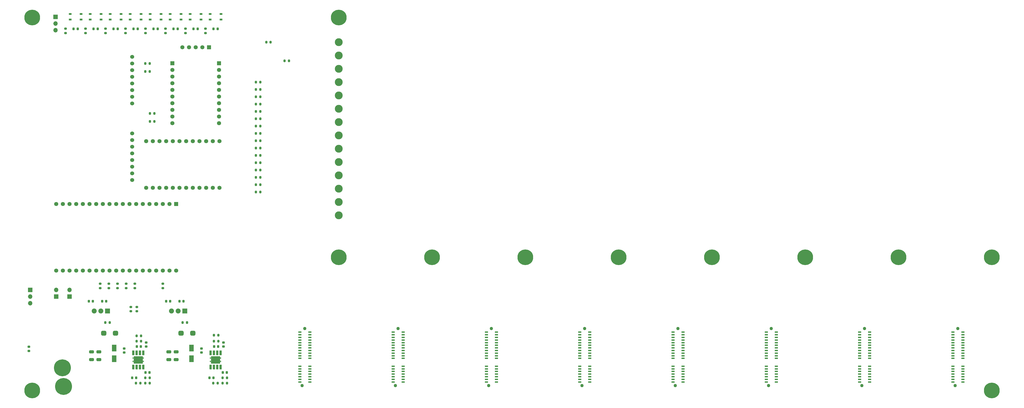
<source format=gbr>
%TF.GenerationSoftware,KiCad,Pcbnew,(6.0.1-0)*%
%TF.CreationDate,2022-11-03T20:07:31-07:00*%
%TF.ProjectId,core_board,636f7265-5f62-46f6-9172-642e6b696361,rev?*%
%TF.SameCoordinates,Original*%
%TF.FileFunction,Soldermask,Top*%
%TF.FilePolarity,Negative*%
%FSLAX46Y46*%
G04 Gerber Fmt 4.6, Leading zero omitted, Abs format (unit mm)*
G04 Created by KiCad (PCBNEW (6.0.1-0)) date 2022-11-03 20:07:31*
%MOMM*%
%LPD*%
G01*
G04 APERTURE LIST*
G04 Aperture macros list*
%AMRoundRect*
0 Rectangle with rounded corners*
0 $1 Rounding radius*
0 $2 $3 $4 $5 $6 $7 $8 $9 X,Y pos of 4 corners*
0 Add a 4 corners polygon primitive as box body*
4,1,4,$2,$3,$4,$5,$6,$7,$8,$9,$2,$3,0*
0 Add four circle primitives for the rounded corners*
1,1,$1+$1,$2,$3*
1,1,$1+$1,$4,$5*
1,1,$1+$1,$6,$7*
1,1,$1+$1,$8,$9*
0 Add four rect primitives between the rounded corners*
20,1,$1+$1,$2,$3,$4,$5,0*
20,1,$1+$1,$4,$5,$6,$7,0*
20,1,$1+$1,$6,$7,$8,$9,0*
20,1,$1+$1,$8,$9,$2,$3,0*%
G04 Aperture macros list end*
%ADD10C,0.010000*%
%ADD11RoundRect,0.225000X-0.250000X0.225000X-0.250000X-0.225000X0.250000X-0.225000X0.250000X0.225000X0*%
%ADD12RoundRect,0.200000X0.200000X0.275000X-0.200000X0.275000X-0.200000X-0.275000X0.200000X-0.275000X0*%
%ADD13RoundRect,0.200000X-0.200000X-0.275000X0.200000X-0.275000X0.200000X0.275000X-0.200000X0.275000X0*%
%ADD14R,1.050000X0.650000*%
%ADD15C,0.508000*%
%ADD16RoundRect,0.200000X0.275000X-0.200000X0.275000X0.200000X-0.275000X0.200000X-0.275000X-0.200000X0*%
%ADD17RoundRect,0.250000X-0.650000X0.325000X-0.650000X-0.325000X0.650000X-0.325000X0.650000X0.325000X0*%
%ADD18C,6.000000*%
%ADD19C,1.270000*%
%ADD20R,1.200000X0.500000*%
%ADD21R,1.910000X1.910000*%
%ADD22C,1.910000*%
%ADD23RoundRect,0.225000X-0.225000X-0.250000X0.225000X-0.250000X0.225000X0.250000X-0.225000X0.250000X0*%
%ADD24C,3.000000*%
%ADD25RoundRect,0.200000X-0.275000X0.200000X-0.275000X-0.200000X0.275000X-0.200000X0.275000X0.200000X0*%
%ADD26R,1.700000X1.700000*%
%ADD27O,1.700000X1.700000*%
%ADD28RoundRect,0.225000X0.225000X0.250000X-0.225000X0.250000X-0.225000X-0.250000X0.225000X-0.250000X0*%
%ADD29C,1.524000*%
%ADD30R,1.560000X1.560000*%
%ADD31C,1.560000*%
%ADD32R,1.800000X2.500000*%
%ADD33RoundRect,0.218750X-0.218750X-0.256250X0.218750X-0.256250X0.218750X0.256250X-0.218750X0.256250X0*%
%ADD34C,6.451600*%
%ADD35RoundRect,0.218750X0.256250X-0.218750X0.256250X0.218750X-0.256250X0.218750X-0.256250X-0.218750X0*%
%ADD36RoundRect,0.450000X0.550000X0.450000X-0.550000X0.450000X-0.550000X-0.450000X0.550000X-0.450000X0*%
G04 APERTURE END LIST*
D10*
%TO.C,U9*%
X162041000Y-277241000D02*
X162041000Y-278831000D01*
X162041000Y-278831000D02*
X162041000Y-278834000D01*
X162041000Y-278834000D02*
X162041000Y-278836000D01*
X162041000Y-278836000D02*
X162040000Y-278839000D01*
X162040000Y-278839000D02*
X162040000Y-278841000D01*
X162040000Y-278841000D02*
X162039000Y-278844000D01*
X162039000Y-278844000D02*
X162039000Y-278846000D01*
X162039000Y-278846000D02*
X162038000Y-278849000D01*
X162038000Y-278849000D02*
X162037000Y-278851000D01*
X162037000Y-278851000D02*
X162036000Y-278854000D01*
X162036000Y-278854000D02*
X162034000Y-278856000D01*
X162034000Y-278856000D02*
X162033000Y-278858000D01*
X162033000Y-278858000D02*
X162031000Y-278860000D01*
X162031000Y-278860000D02*
X162030000Y-278862000D01*
X162030000Y-278862000D02*
X162028000Y-278864000D01*
X162028000Y-278864000D02*
X162026000Y-278866000D01*
X162026000Y-278866000D02*
X162024000Y-278868000D01*
X162024000Y-278868000D02*
X162022000Y-278870000D01*
X162022000Y-278870000D02*
X162020000Y-278871000D01*
X162020000Y-278871000D02*
X162018000Y-278873000D01*
X162018000Y-278873000D02*
X162016000Y-278874000D01*
X162016000Y-278874000D02*
X162014000Y-278876000D01*
X162014000Y-278876000D02*
X162011000Y-278877000D01*
X162011000Y-278877000D02*
X162009000Y-278878000D01*
X162009000Y-278878000D02*
X162006000Y-278879000D01*
X162006000Y-278879000D02*
X162004000Y-278879000D01*
X162004000Y-278879000D02*
X162001000Y-278880000D01*
X162001000Y-278880000D02*
X161999000Y-278880000D01*
X161999000Y-278880000D02*
X161996000Y-278881000D01*
X161996000Y-278881000D02*
X161994000Y-278881000D01*
X161994000Y-278881000D02*
X161991000Y-278881000D01*
X161991000Y-278881000D02*
X161351000Y-278881000D01*
X161351000Y-278881000D02*
X161348000Y-278881000D01*
X161348000Y-278881000D02*
X161346000Y-278881000D01*
X161346000Y-278881000D02*
X161343000Y-278880000D01*
X161343000Y-278880000D02*
X161341000Y-278880000D01*
X161341000Y-278880000D02*
X161338000Y-278879000D01*
X161338000Y-278879000D02*
X161336000Y-278879000D01*
X161336000Y-278879000D02*
X161333000Y-278878000D01*
X161333000Y-278878000D02*
X161331000Y-278877000D01*
X161331000Y-278877000D02*
X161328000Y-278876000D01*
X161328000Y-278876000D02*
X161326000Y-278874000D01*
X161326000Y-278874000D02*
X161324000Y-278873000D01*
X161324000Y-278873000D02*
X161322000Y-278871000D01*
X161322000Y-278871000D02*
X161320000Y-278870000D01*
X161320000Y-278870000D02*
X161318000Y-278868000D01*
X161318000Y-278868000D02*
X161316000Y-278866000D01*
X161316000Y-278866000D02*
X161314000Y-278864000D01*
X161314000Y-278864000D02*
X161312000Y-278862000D01*
X161312000Y-278862000D02*
X161311000Y-278860000D01*
X161311000Y-278860000D02*
X161309000Y-278858000D01*
X161309000Y-278858000D02*
X161308000Y-278856000D01*
X161308000Y-278856000D02*
X161306000Y-278854000D01*
X161306000Y-278854000D02*
X161305000Y-278851000D01*
X161305000Y-278851000D02*
X161304000Y-278849000D01*
X161304000Y-278849000D02*
X161303000Y-278846000D01*
X161303000Y-278846000D02*
X161303000Y-278844000D01*
X161303000Y-278844000D02*
X161302000Y-278841000D01*
X161302000Y-278841000D02*
X161302000Y-278839000D01*
X161302000Y-278839000D02*
X161301000Y-278836000D01*
X161301000Y-278836000D02*
X161301000Y-278834000D01*
X161301000Y-278834000D02*
X161301000Y-278831000D01*
X161301000Y-278831000D02*
X161301000Y-277241000D01*
X161301000Y-277241000D02*
X161301000Y-277238000D01*
X161301000Y-277238000D02*
X161301000Y-277236000D01*
X161301000Y-277236000D02*
X161302000Y-277233000D01*
X161302000Y-277233000D02*
X161302000Y-277231000D01*
X161302000Y-277231000D02*
X161303000Y-277228000D01*
X161303000Y-277228000D02*
X161303000Y-277226000D01*
X161303000Y-277226000D02*
X161304000Y-277223000D01*
X161304000Y-277223000D02*
X161305000Y-277221000D01*
X161305000Y-277221000D02*
X161306000Y-277218000D01*
X161306000Y-277218000D02*
X161308000Y-277216000D01*
X161308000Y-277216000D02*
X161309000Y-277214000D01*
X161309000Y-277214000D02*
X161311000Y-277212000D01*
X161311000Y-277212000D02*
X161312000Y-277210000D01*
X161312000Y-277210000D02*
X161314000Y-277208000D01*
X161314000Y-277208000D02*
X161316000Y-277206000D01*
X161316000Y-277206000D02*
X161318000Y-277204000D01*
X161318000Y-277204000D02*
X161320000Y-277202000D01*
X161320000Y-277202000D02*
X161322000Y-277201000D01*
X161322000Y-277201000D02*
X161324000Y-277199000D01*
X161324000Y-277199000D02*
X161326000Y-277198000D01*
X161326000Y-277198000D02*
X161328000Y-277196000D01*
X161328000Y-277196000D02*
X161331000Y-277195000D01*
X161331000Y-277195000D02*
X161333000Y-277194000D01*
X161333000Y-277194000D02*
X161336000Y-277193000D01*
X161336000Y-277193000D02*
X161338000Y-277193000D01*
X161338000Y-277193000D02*
X161341000Y-277192000D01*
X161341000Y-277192000D02*
X161343000Y-277192000D01*
X161343000Y-277192000D02*
X161346000Y-277191000D01*
X161346000Y-277191000D02*
X161348000Y-277191000D01*
X161348000Y-277191000D02*
X161351000Y-277191000D01*
X161351000Y-277191000D02*
X161991000Y-277191000D01*
X161991000Y-277191000D02*
X161994000Y-277191000D01*
X161994000Y-277191000D02*
X161996000Y-277191000D01*
X161996000Y-277191000D02*
X161999000Y-277192000D01*
X161999000Y-277192000D02*
X162001000Y-277192000D01*
X162001000Y-277192000D02*
X162004000Y-277193000D01*
X162004000Y-277193000D02*
X162006000Y-277193000D01*
X162006000Y-277193000D02*
X162009000Y-277194000D01*
X162009000Y-277194000D02*
X162011000Y-277195000D01*
X162011000Y-277195000D02*
X162014000Y-277196000D01*
X162014000Y-277196000D02*
X162016000Y-277198000D01*
X162016000Y-277198000D02*
X162018000Y-277199000D01*
X162018000Y-277199000D02*
X162020000Y-277201000D01*
X162020000Y-277201000D02*
X162022000Y-277202000D01*
X162022000Y-277202000D02*
X162024000Y-277204000D01*
X162024000Y-277204000D02*
X162026000Y-277206000D01*
X162026000Y-277206000D02*
X162028000Y-277208000D01*
X162028000Y-277208000D02*
X162030000Y-277210000D01*
X162030000Y-277210000D02*
X162031000Y-277212000D01*
X162031000Y-277212000D02*
X162033000Y-277214000D01*
X162033000Y-277214000D02*
X162034000Y-277216000D01*
X162034000Y-277216000D02*
X162036000Y-277218000D01*
X162036000Y-277218000D02*
X162037000Y-277221000D01*
X162037000Y-277221000D02*
X162038000Y-277223000D01*
X162038000Y-277223000D02*
X162039000Y-277226000D01*
X162039000Y-277226000D02*
X162039000Y-277228000D01*
X162039000Y-277228000D02*
X162040000Y-277231000D01*
X162040000Y-277231000D02*
X162040000Y-277233000D01*
X162040000Y-277233000D02*
X162041000Y-277236000D01*
X162041000Y-277236000D02*
X162041000Y-277238000D01*
X162041000Y-277238000D02*
X162041000Y-277241000D01*
X162041000Y-277241000D02*
X162041000Y-277241000D01*
G36*
X161999000Y-277192000D02*
G01*
X162001000Y-277192000D01*
X162004000Y-277193000D01*
X162006000Y-277193000D01*
X162009000Y-277194000D01*
X162011000Y-277195000D01*
X162014000Y-277196000D01*
X162016000Y-277198000D01*
X162018000Y-277199000D01*
X162020000Y-277201000D01*
X162022000Y-277202000D01*
X162030000Y-277210000D01*
X162031000Y-277212000D01*
X162033000Y-277214000D01*
X162034000Y-277216000D01*
X162036000Y-277218000D01*
X162037000Y-277221000D01*
X162038000Y-277223000D01*
X162039000Y-277226000D01*
X162039000Y-277228000D01*
X162040000Y-277231000D01*
X162040000Y-277233000D01*
X162041000Y-277236000D01*
X162041000Y-278836000D01*
X162040000Y-278839000D01*
X162040000Y-278841000D01*
X162039000Y-278844000D01*
X162039000Y-278846000D01*
X162038000Y-278849000D01*
X162037000Y-278851000D01*
X162036000Y-278854000D01*
X162034000Y-278856000D01*
X162033000Y-278858000D01*
X162031000Y-278860000D01*
X162030000Y-278862000D01*
X162022000Y-278870000D01*
X162020000Y-278871000D01*
X162018000Y-278873000D01*
X162016000Y-278874000D01*
X162014000Y-278876000D01*
X162011000Y-278877000D01*
X162009000Y-278878000D01*
X162006000Y-278879000D01*
X162004000Y-278879000D01*
X162001000Y-278880000D01*
X161999000Y-278880000D01*
X161996000Y-278881000D01*
X161346000Y-278881000D01*
X161343000Y-278880000D01*
X161341000Y-278880000D01*
X161338000Y-278879000D01*
X161336000Y-278879000D01*
X161333000Y-278878000D01*
X161331000Y-278877000D01*
X161328000Y-278876000D01*
X161326000Y-278874000D01*
X161324000Y-278873000D01*
X161322000Y-278871000D01*
X161320000Y-278870000D01*
X161312000Y-278862000D01*
X161311000Y-278860000D01*
X161309000Y-278858000D01*
X161308000Y-278856000D01*
X161306000Y-278854000D01*
X161305000Y-278851000D01*
X161304000Y-278849000D01*
X161303000Y-278846000D01*
X161303000Y-278844000D01*
X161302000Y-278841000D01*
X161302000Y-278839000D01*
X161301000Y-278836000D01*
X161301000Y-277236000D01*
X161302000Y-277233000D01*
X161302000Y-277231000D01*
X161303000Y-277228000D01*
X161303000Y-277226000D01*
X161304000Y-277223000D01*
X161305000Y-277221000D01*
X161306000Y-277218000D01*
X161308000Y-277216000D01*
X161309000Y-277214000D01*
X161311000Y-277212000D01*
X161312000Y-277210000D01*
X161320000Y-277202000D01*
X161322000Y-277201000D01*
X161324000Y-277199000D01*
X161326000Y-277198000D01*
X161328000Y-277196000D01*
X161331000Y-277195000D01*
X161333000Y-277194000D01*
X161336000Y-277193000D01*
X161338000Y-277193000D01*
X161341000Y-277192000D01*
X161343000Y-277192000D01*
X161346000Y-277191000D01*
X161996000Y-277191000D01*
X161999000Y-277192000D01*
G37*
X161999000Y-277192000D02*
X162001000Y-277192000D01*
X162004000Y-277193000D01*
X162006000Y-277193000D01*
X162009000Y-277194000D01*
X162011000Y-277195000D01*
X162014000Y-277196000D01*
X162016000Y-277198000D01*
X162018000Y-277199000D01*
X162020000Y-277201000D01*
X162022000Y-277202000D01*
X162030000Y-277210000D01*
X162031000Y-277212000D01*
X162033000Y-277214000D01*
X162034000Y-277216000D01*
X162036000Y-277218000D01*
X162037000Y-277221000D01*
X162038000Y-277223000D01*
X162039000Y-277226000D01*
X162039000Y-277228000D01*
X162040000Y-277231000D01*
X162040000Y-277233000D01*
X162041000Y-277236000D01*
X162041000Y-278836000D01*
X162040000Y-278839000D01*
X162040000Y-278841000D01*
X162039000Y-278844000D01*
X162039000Y-278846000D01*
X162038000Y-278849000D01*
X162037000Y-278851000D01*
X162036000Y-278854000D01*
X162034000Y-278856000D01*
X162033000Y-278858000D01*
X162031000Y-278860000D01*
X162030000Y-278862000D01*
X162022000Y-278870000D01*
X162020000Y-278871000D01*
X162018000Y-278873000D01*
X162016000Y-278874000D01*
X162014000Y-278876000D01*
X162011000Y-278877000D01*
X162009000Y-278878000D01*
X162006000Y-278879000D01*
X162004000Y-278879000D01*
X162001000Y-278880000D01*
X161999000Y-278880000D01*
X161996000Y-278881000D01*
X161346000Y-278881000D01*
X161343000Y-278880000D01*
X161341000Y-278880000D01*
X161338000Y-278879000D01*
X161336000Y-278879000D01*
X161333000Y-278878000D01*
X161331000Y-278877000D01*
X161328000Y-278876000D01*
X161326000Y-278874000D01*
X161324000Y-278873000D01*
X161322000Y-278871000D01*
X161320000Y-278870000D01*
X161312000Y-278862000D01*
X161311000Y-278860000D01*
X161309000Y-278858000D01*
X161308000Y-278856000D01*
X161306000Y-278854000D01*
X161305000Y-278851000D01*
X161304000Y-278849000D01*
X161303000Y-278846000D01*
X161303000Y-278844000D01*
X161302000Y-278841000D01*
X161302000Y-278839000D01*
X161301000Y-278836000D01*
X161301000Y-277236000D01*
X161302000Y-277233000D01*
X161302000Y-277231000D01*
X161303000Y-277228000D01*
X161303000Y-277226000D01*
X161304000Y-277223000D01*
X161305000Y-277221000D01*
X161306000Y-277218000D01*
X161308000Y-277216000D01*
X161309000Y-277214000D01*
X161311000Y-277212000D01*
X161312000Y-277210000D01*
X161320000Y-277202000D01*
X161322000Y-277201000D01*
X161324000Y-277199000D01*
X161326000Y-277198000D01*
X161328000Y-277196000D01*
X161331000Y-277195000D01*
X161333000Y-277194000D01*
X161336000Y-277193000D01*
X161338000Y-277193000D01*
X161341000Y-277192000D01*
X161343000Y-277192000D01*
X161346000Y-277191000D01*
X161996000Y-277191000D01*
X161999000Y-277192000D01*
X160771000Y-277241000D02*
X160771000Y-278831000D01*
X160771000Y-278831000D02*
X160771000Y-278834000D01*
X160771000Y-278834000D02*
X160771000Y-278836000D01*
X160771000Y-278836000D02*
X160770000Y-278839000D01*
X160770000Y-278839000D02*
X160770000Y-278841000D01*
X160770000Y-278841000D02*
X160769000Y-278844000D01*
X160769000Y-278844000D02*
X160769000Y-278846000D01*
X160769000Y-278846000D02*
X160768000Y-278849000D01*
X160768000Y-278849000D02*
X160767000Y-278851000D01*
X160767000Y-278851000D02*
X160766000Y-278854000D01*
X160766000Y-278854000D02*
X160764000Y-278856000D01*
X160764000Y-278856000D02*
X160763000Y-278858000D01*
X160763000Y-278858000D02*
X160761000Y-278860000D01*
X160761000Y-278860000D02*
X160760000Y-278862000D01*
X160760000Y-278862000D02*
X160758000Y-278864000D01*
X160758000Y-278864000D02*
X160756000Y-278866000D01*
X160756000Y-278866000D02*
X160754000Y-278868000D01*
X160754000Y-278868000D02*
X160752000Y-278870000D01*
X160752000Y-278870000D02*
X160750000Y-278871000D01*
X160750000Y-278871000D02*
X160748000Y-278873000D01*
X160748000Y-278873000D02*
X160746000Y-278874000D01*
X160746000Y-278874000D02*
X160744000Y-278876000D01*
X160744000Y-278876000D02*
X160741000Y-278877000D01*
X160741000Y-278877000D02*
X160739000Y-278878000D01*
X160739000Y-278878000D02*
X160736000Y-278879000D01*
X160736000Y-278879000D02*
X160734000Y-278879000D01*
X160734000Y-278879000D02*
X160731000Y-278880000D01*
X160731000Y-278880000D02*
X160729000Y-278880000D01*
X160729000Y-278880000D02*
X160726000Y-278881000D01*
X160726000Y-278881000D02*
X160724000Y-278881000D01*
X160724000Y-278881000D02*
X160721000Y-278881000D01*
X160721000Y-278881000D02*
X160081000Y-278881000D01*
X160081000Y-278881000D02*
X160078000Y-278881000D01*
X160078000Y-278881000D02*
X160076000Y-278881000D01*
X160076000Y-278881000D02*
X160073000Y-278880000D01*
X160073000Y-278880000D02*
X160071000Y-278880000D01*
X160071000Y-278880000D02*
X160068000Y-278879000D01*
X160068000Y-278879000D02*
X160066000Y-278879000D01*
X160066000Y-278879000D02*
X160063000Y-278878000D01*
X160063000Y-278878000D02*
X160061000Y-278877000D01*
X160061000Y-278877000D02*
X160058000Y-278876000D01*
X160058000Y-278876000D02*
X160056000Y-278874000D01*
X160056000Y-278874000D02*
X160054000Y-278873000D01*
X160054000Y-278873000D02*
X160052000Y-278871000D01*
X160052000Y-278871000D02*
X160050000Y-278870000D01*
X160050000Y-278870000D02*
X160048000Y-278868000D01*
X160048000Y-278868000D02*
X160046000Y-278866000D01*
X160046000Y-278866000D02*
X160044000Y-278864000D01*
X160044000Y-278864000D02*
X160042000Y-278862000D01*
X160042000Y-278862000D02*
X160041000Y-278860000D01*
X160041000Y-278860000D02*
X160039000Y-278858000D01*
X160039000Y-278858000D02*
X160038000Y-278856000D01*
X160038000Y-278856000D02*
X160036000Y-278854000D01*
X160036000Y-278854000D02*
X160035000Y-278851000D01*
X160035000Y-278851000D02*
X160034000Y-278849000D01*
X160034000Y-278849000D02*
X160033000Y-278846000D01*
X160033000Y-278846000D02*
X160033000Y-278844000D01*
X160033000Y-278844000D02*
X160032000Y-278841000D01*
X160032000Y-278841000D02*
X160032000Y-278839000D01*
X160032000Y-278839000D02*
X160031000Y-278836000D01*
X160031000Y-278836000D02*
X160031000Y-278834000D01*
X160031000Y-278834000D02*
X160031000Y-278831000D01*
X160031000Y-278831000D02*
X160031000Y-277241000D01*
X160031000Y-277241000D02*
X160031000Y-277238000D01*
X160031000Y-277238000D02*
X160031000Y-277236000D01*
X160031000Y-277236000D02*
X160032000Y-277233000D01*
X160032000Y-277233000D02*
X160032000Y-277231000D01*
X160032000Y-277231000D02*
X160033000Y-277228000D01*
X160033000Y-277228000D02*
X160033000Y-277226000D01*
X160033000Y-277226000D02*
X160034000Y-277223000D01*
X160034000Y-277223000D02*
X160035000Y-277221000D01*
X160035000Y-277221000D02*
X160036000Y-277218000D01*
X160036000Y-277218000D02*
X160038000Y-277216000D01*
X160038000Y-277216000D02*
X160039000Y-277214000D01*
X160039000Y-277214000D02*
X160041000Y-277212000D01*
X160041000Y-277212000D02*
X160042000Y-277210000D01*
X160042000Y-277210000D02*
X160044000Y-277208000D01*
X160044000Y-277208000D02*
X160046000Y-277206000D01*
X160046000Y-277206000D02*
X160048000Y-277204000D01*
X160048000Y-277204000D02*
X160050000Y-277202000D01*
X160050000Y-277202000D02*
X160052000Y-277201000D01*
X160052000Y-277201000D02*
X160054000Y-277199000D01*
X160054000Y-277199000D02*
X160056000Y-277198000D01*
X160056000Y-277198000D02*
X160058000Y-277196000D01*
X160058000Y-277196000D02*
X160061000Y-277195000D01*
X160061000Y-277195000D02*
X160063000Y-277194000D01*
X160063000Y-277194000D02*
X160066000Y-277193000D01*
X160066000Y-277193000D02*
X160068000Y-277193000D01*
X160068000Y-277193000D02*
X160071000Y-277192000D01*
X160071000Y-277192000D02*
X160073000Y-277192000D01*
X160073000Y-277192000D02*
X160076000Y-277191000D01*
X160076000Y-277191000D02*
X160078000Y-277191000D01*
X160078000Y-277191000D02*
X160081000Y-277191000D01*
X160081000Y-277191000D02*
X160721000Y-277191000D01*
X160721000Y-277191000D02*
X160724000Y-277191000D01*
X160724000Y-277191000D02*
X160726000Y-277191000D01*
X160726000Y-277191000D02*
X160729000Y-277192000D01*
X160729000Y-277192000D02*
X160731000Y-277192000D01*
X160731000Y-277192000D02*
X160734000Y-277193000D01*
X160734000Y-277193000D02*
X160736000Y-277193000D01*
X160736000Y-277193000D02*
X160739000Y-277194000D01*
X160739000Y-277194000D02*
X160741000Y-277195000D01*
X160741000Y-277195000D02*
X160744000Y-277196000D01*
X160744000Y-277196000D02*
X160746000Y-277198000D01*
X160746000Y-277198000D02*
X160748000Y-277199000D01*
X160748000Y-277199000D02*
X160750000Y-277201000D01*
X160750000Y-277201000D02*
X160752000Y-277202000D01*
X160752000Y-277202000D02*
X160754000Y-277204000D01*
X160754000Y-277204000D02*
X160756000Y-277206000D01*
X160756000Y-277206000D02*
X160758000Y-277208000D01*
X160758000Y-277208000D02*
X160760000Y-277210000D01*
X160760000Y-277210000D02*
X160761000Y-277212000D01*
X160761000Y-277212000D02*
X160763000Y-277214000D01*
X160763000Y-277214000D02*
X160764000Y-277216000D01*
X160764000Y-277216000D02*
X160766000Y-277218000D01*
X160766000Y-277218000D02*
X160767000Y-277221000D01*
X160767000Y-277221000D02*
X160768000Y-277223000D01*
X160768000Y-277223000D02*
X160769000Y-277226000D01*
X160769000Y-277226000D02*
X160769000Y-277228000D01*
X160769000Y-277228000D02*
X160770000Y-277231000D01*
X160770000Y-277231000D02*
X160770000Y-277233000D01*
X160770000Y-277233000D02*
X160771000Y-277236000D01*
X160771000Y-277236000D02*
X160771000Y-277238000D01*
X160771000Y-277238000D02*
X160771000Y-277241000D01*
X160771000Y-277241000D02*
X160771000Y-277241000D01*
G36*
X160729000Y-277192000D02*
G01*
X160731000Y-277192000D01*
X160734000Y-277193000D01*
X160736000Y-277193000D01*
X160739000Y-277194000D01*
X160741000Y-277195000D01*
X160744000Y-277196000D01*
X160746000Y-277198000D01*
X160748000Y-277199000D01*
X160750000Y-277201000D01*
X160752000Y-277202000D01*
X160760000Y-277210000D01*
X160761000Y-277212000D01*
X160763000Y-277214000D01*
X160764000Y-277216000D01*
X160766000Y-277218000D01*
X160767000Y-277221000D01*
X160768000Y-277223000D01*
X160769000Y-277226000D01*
X160769000Y-277228000D01*
X160770000Y-277231000D01*
X160770000Y-277233000D01*
X160771000Y-277236000D01*
X160771000Y-278836000D01*
X160770000Y-278839000D01*
X160770000Y-278841000D01*
X160769000Y-278844000D01*
X160769000Y-278846000D01*
X160768000Y-278849000D01*
X160767000Y-278851000D01*
X160766000Y-278854000D01*
X160764000Y-278856000D01*
X160763000Y-278858000D01*
X160761000Y-278860000D01*
X160760000Y-278862000D01*
X160752000Y-278870000D01*
X160750000Y-278871000D01*
X160748000Y-278873000D01*
X160746000Y-278874000D01*
X160744000Y-278876000D01*
X160741000Y-278877000D01*
X160739000Y-278878000D01*
X160736000Y-278879000D01*
X160734000Y-278879000D01*
X160731000Y-278880000D01*
X160729000Y-278880000D01*
X160726000Y-278881000D01*
X160076000Y-278881000D01*
X160073000Y-278880000D01*
X160071000Y-278880000D01*
X160068000Y-278879000D01*
X160066000Y-278879000D01*
X160063000Y-278878000D01*
X160061000Y-278877000D01*
X160058000Y-278876000D01*
X160056000Y-278874000D01*
X160054000Y-278873000D01*
X160052000Y-278871000D01*
X160050000Y-278870000D01*
X160042000Y-278862000D01*
X160041000Y-278860000D01*
X160039000Y-278858000D01*
X160038000Y-278856000D01*
X160036000Y-278854000D01*
X160035000Y-278851000D01*
X160034000Y-278849000D01*
X160033000Y-278846000D01*
X160033000Y-278844000D01*
X160032000Y-278841000D01*
X160032000Y-278839000D01*
X160031000Y-278836000D01*
X160031000Y-277236000D01*
X160032000Y-277233000D01*
X160032000Y-277231000D01*
X160033000Y-277228000D01*
X160033000Y-277226000D01*
X160034000Y-277223000D01*
X160035000Y-277221000D01*
X160036000Y-277218000D01*
X160038000Y-277216000D01*
X160039000Y-277214000D01*
X160041000Y-277212000D01*
X160042000Y-277210000D01*
X160050000Y-277202000D01*
X160052000Y-277201000D01*
X160054000Y-277199000D01*
X160056000Y-277198000D01*
X160058000Y-277196000D01*
X160061000Y-277195000D01*
X160063000Y-277194000D01*
X160066000Y-277193000D01*
X160068000Y-277193000D01*
X160071000Y-277192000D01*
X160073000Y-277192000D01*
X160076000Y-277191000D01*
X160726000Y-277191000D01*
X160729000Y-277192000D01*
G37*
X160729000Y-277192000D02*
X160731000Y-277192000D01*
X160734000Y-277193000D01*
X160736000Y-277193000D01*
X160739000Y-277194000D01*
X160741000Y-277195000D01*
X160744000Y-277196000D01*
X160746000Y-277198000D01*
X160748000Y-277199000D01*
X160750000Y-277201000D01*
X160752000Y-277202000D01*
X160760000Y-277210000D01*
X160761000Y-277212000D01*
X160763000Y-277214000D01*
X160764000Y-277216000D01*
X160766000Y-277218000D01*
X160767000Y-277221000D01*
X160768000Y-277223000D01*
X160769000Y-277226000D01*
X160769000Y-277228000D01*
X160770000Y-277231000D01*
X160770000Y-277233000D01*
X160771000Y-277236000D01*
X160771000Y-278836000D01*
X160770000Y-278839000D01*
X160770000Y-278841000D01*
X160769000Y-278844000D01*
X160769000Y-278846000D01*
X160768000Y-278849000D01*
X160767000Y-278851000D01*
X160766000Y-278854000D01*
X160764000Y-278856000D01*
X160763000Y-278858000D01*
X160761000Y-278860000D01*
X160760000Y-278862000D01*
X160752000Y-278870000D01*
X160750000Y-278871000D01*
X160748000Y-278873000D01*
X160746000Y-278874000D01*
X160744000Y-278876000D01*
X160741000Y-278877000D01*
X160739000Y-278878000D01*
X160736000Y-278879000D01*
X160734000Y-278879000D01*
X160731000Y-278880000D01*
X160729000Y-278880000D01*
X160726000Y-278881000D01*
X160076000Y-278881000D01*
X160073000Y-278880000D01*
X160071000Y-278880000D01*
X160068000Y-278879000D01*
X160066000Y-278879000D01*
X160063000Y-278878000D01*
X160061000Y-278877000D01*
X160058000Y-278876000D01*
X160056000Y-278874000D01*
X160054000Y-278873000D01*
X160052000Y-278871000D01*
X160050000Y-278870000D01*
X160042000Y-278862000D01*
X160041000Y-278860000D01*
X160039000Y-278858000D01*
X160038000Y-278856000D01*
X160036000Y-278854000D01*
X160035000Y-278851000D01*
X160034000Y-278849000D01*
X160033000Y-278846000D01*
X160033000Y-278844000D01*
X160032000Y-278841000D01*
X160032000Y-278839000D01*
X160031000Y-278836000D01*
X160031000Y-277236000D01*
X160032000Y-277233000D01*
X160032000Y-277231000D01*
X160033000Y-277228000D01*
X160033000Y-277226000D01*
X160034000Y-277223000D01*
X160035000Y-277221000D01*
X160036000Y-277218000D01*
X160038000Y-277216000D01*
X160039000Y-277214000D01*
X160041000Y-277212000D01*
X160042000Y-277210000D01*
X160050000Y-277202000D01*
X160052000Y-277201000D01*
X160054000Y-277199000D01*
X160056000Y-277198000D01*
X160058000Y-277196000D01*
X160061000Y-277195000D01*
X160063000Y-277194000D01*
X160066000Y-277193000D01*
X160068000Y-277193000D01*
X160071000Y-277192000D01*
X160073000Y-277192000D01*
X160076000Y-277191000D01*
X160726000Y-277191000D01*
X160729000Y-277192000D01*
X162041000Y-271841000D02*
X162041000Y-273431000D01*
X162041000Y-273431000D02*
X162041000Y-273434000D01*
X162041000Y-273434000D02*
X162041000Y-273436000D01*
X162041000Y-273436000D02*
X162040000Y-273439000D01*
X162040000Y-273439000D02*
X162040000Y-273441000D01*
X162040000Y-273441000D02*
X162039000Y-273444000D01*
X162039000Y-273444000D02*
X162039000Y-273446000D01*
X162039000Y-273446000D02*
X162038000Y-273449000D01*
X162038000Y-273449000D02*
X162037000Y-273451000D01*
X162037000Y-273451000D02*
X162036000Y-273454000D01*
X162036000Y-273454000D02*
X162034000Y-273456000D01*
X162034000Y-273456000D02*
X162033000Y-273458000D01*
X162033000Y-273458000D02*
X162031000Y-273460000D01*
X162031000Y-273460000D02*
X162030000Y-273462000D01*
X162030000Y-273462000D02*
X162028000Y-273464000D01*
X162028000Y-273464000D02*
X162026000Y-273466000D01*
X162026000Y-273466000D02*
X162024000Y-273468000D01*
X162024000Y-273468000D02*
X162022000Y-273470000D01*
X162022000Y-273470000D02*
X162020000Y-273471000D01*
X162020000Y-273471000D02*
X162018000Y-273473000D01*
X162018000Y-273473000D02*
X162016000Y-273474000D01*
X162016000Y-273474000D02*
X162014000Y-273476000D01*
X162014000Y-273476000D02*
X162011000Y-273477000D01*
X162011000Y-273477000D02*
X162009000Y-273478000D01*
X162009000Y-273478000D02*
X162006000Y-273479000D01*
X162006000Y-273479000D02*
X162004000Y-273479000D01*
X162004000Y-273479000D02*
X162001000Y-273480000D01*
X162001000Y-273480000D02*
X161999000Y-273480000D01*
X161999000Y-273480000D02*
X161996000Y-273481000D01*
X161996000Y-273481000D02*
X161994000Y-273481000D01*
X161994000Y-273481000D02*
X161991000Y-273481000D01*
X161991000Y-273481000D02*
X161351000Y-273481000D01*
X161351000Y-273481000D02*
X161348000Y-273481000D01*
X161348000Y-273481000D02*
X161346000Y-273481000D01*
X161346000Y-273481000D02*
X161343000Y-273480000D01*
X161343000Y-273480000D02*
X161341000Y-273480000D01*
X161341000Y-273480000D02*
X161338000Y-273479000D01*
X161338000Y-273479000D02*
X161336000Y-273479000D01*
X161336000Y-273479000D02*
X161333000Y-273478000D01*
X161333000Y-273478000D02*
X161331000Y-273477000D01*
X161331000Y-273477000D02*
X161328000Y-273476000D01*
X161328000Y-273476000D02*
X161326000Y-273474000D01*
X161326000Y-273474000D02*
X161324000Y-273473000D01*
X161324000Y-273473000D02*
X161322000Y-273471000D01*
X161322000Y-273471000D02*
X161320000Y-273470000D01*
X161320000Y-273470000D02*
X161318000Y-273468000D01*
X161318000Y-273468000D02*
X161316000Y-273466000D01*
X161316000Y-273466000D02*
X161314000Y-273464000D01*
X161314000Y-273464000D02*
X161312000Y-273462000D01*
X161312000Y-273462000D02*
X161311000Y-273460000D01*
X161311000Y-273460000D02*
X161309000Y-273458000D01*
X161309000Y-273458000D02*
X161308000Y-273456000D01*
X161308000Y-273456000D02*
X161306000Y-273454000D01*
X161306000Y-273454000D02*
X161305000Y-273451000D01*
X161305000Y-273451000D02*
X161304000Y-273449000D01*
X161304000Y-273449000D02*
X161303000Y-273446000D01*
X161303000Y-273446000D02*
X161303000Y-273444000D01*
X161303000Y-273444000D02*
X161302000Y-273441000D01*
X161302000Y-273441000D02*
X161302000Y-273439000D01*
X161302000Y-273439000D02*
X161301000Y-273436000D01*
X161301000Y-273436000D02*
X161301000Y-273434000D01*
X161301000Y-273434000D02*
X161301000Y-273431000D01*
X161301000Y-273431000D02*
X161301000Y-271841000D01*
X161301000Y-271841000D02*
X161301000Y-271838000D01*
X161301000Y-271838000D02*
X161301000Y-271836000D01*
X161301000Y-271836000D02*
X161302000Y-271833000D01*
X161302000Y-271833000D02*
X161302000Y-271831000D01*
X161302000Y-271831000D02*
X161303000Y-271828000D01*
X161303000Y-271828000D02*
X161303000Y-271826000D01*
X161303000Y-271826000D02*
X161304000Y-271823000D01*
X161304000Y-271823000D02*
X161305000Y-271821000D01*
X161305000Y-271821000D02*
X161306000Y-271818000D01*
X161306000Y-271818000D02*
X161308000Y-271816000D01*
X161308000Y-271816000D02*
X161309000Y-271814000D01*
X161309000Y-271814000D02*
X161311000Y-271812000D01*
X161311000Y-271812000D02*
X161312000Y-271810000D01*
X161312000Y-271810000D02*
X161314000Y-271808000D01*
X161314000Y-271808000D02*
X161316000Y-271806000D01*
X161316000Y-271806000D02*
X161318000Y-271804000D01*
X161318000Y-271804000D02*
X161320000Y-271802000D01*
X161320000Y-271802000D02*
X161322000Y-271801000D01*
X161322000Y-271801000D02*
X161324000Y-271799000D01*
X161324000Y-271799000D02*
X161326000Y-271798000D01*
X161326000Y-271798000D02*
X161328000Y-271796000D01*
X161328000Y-271796000D02*
X161331000Y-271795000D01*
X161331000Y-271795000D02*
X161333000Y-271794000D01*
X161333000Y-271794000D02*
X161336000Y-271793000D01*
X161336000Y-271793000D02*
X161338000Y-271793000D01*
X161338000Y-271793000D02*
X161341000Y-271792000D01*
X161341000Y-271792000D02*
X161343000Y-271792000D01*
X161343000Y-271792000D02*
X161346000Y-271791000D01*
X161346000Y-271791000D02*
X161348000Y-271791000D01*
X161348000Y-271791000D02*
X161351000Y-271791000D01*
X161351000Y-271791000D02*
X161991000Y-271791000D01*
X161991000Y-271791000D02*
X161994000Y-271791000D01*
X161994000Y-271791000D02*
X161996000Y-271791000D01*
X161996000Y-271791000D02*
X161999000Y-271792000D01*
X161999000Y-271792000D02*
X162001000Y-271792000D01*
X162001000Y-271792000D02*
X162004000Y-271793000D01*
X162004000Y-271793000D02*
X162006000Y-271793000D01*
X162006000Y-271793000D02*
X162009000Y-271794000D01*
X162009000Y-271794000D02*
X162011000Y-271795000D01*
X162011000Y-271795000D02*
X162014000Y-271796000D01*
X162014000Y-271796000D02*
X162016000Y-271798000D01*
X162016000Y-271798000D02*
X162018000Y-271799000D01*
X162018000Y-271799000D02*
X162020000Y-271801000D01*
X162020000Y-271801000D02*
X162022000Y-271802000D01*
X162022000Y-271802000D02*
X162024000Y-271804000D01*
X162024000Y-271804000D02*
X162026000Y-271806000D01*
X162026000Y-271806000D02*
X162028000Y-271808000D01*
X162028000Y-271808000D02*
X162030000Y-271810000D01*
X162030000Y-271810000D02*
X162031000Y-271812000D01*
X162031000Y-271812000D02*
X162033000Y-271814000D01*
X162033000Y-271814000D02*
X162034000Y-271816000D01*
X162034000Y-271816000D02*
X162036000Y-271818000D01*
X162036000Y-271818000D02*
X162037000Y-271821000D01*
X162037000Y-271821000D02*
X162038000Y-271823000D01*
X162038000Y-271823000D02*
X162039000Y-271826000D01*
X162039000Y-271826000D02*
X162039000Y-271828000D01*
X162039000Y-271828000D02*
X162040000Y-271831000D01*
X162040000Y-271831000D02*
X162040000Y-271833000D01*
X162040000Y-271833000D02*
X162041000Y-271836000D01*
X162041000Y-271836000D02*
X162041000Y-271838000D01*
X162041000Y-271838000D02*
X162041000Y-271841000D01*
X162041000Y-271841000D02*
X162041000Y-271841000D01*
G36*
X161999000Y-271792000D02*
G01*
X162001000Y-271792000D01*
X162004000Y-271793000D01*
X162006000Y-271793000D01*
X162009000Y-271794000D01*
X162011000Y-271795000D01*
X162014000Y-271796000D01*
X162016000Y-271798000D01*
X162018000Y-271799000D01*
X162020000Y-271801000D01*
X162022000Y-271802000D01*
X162030000Y-271810000D01*
X162031000Y-271812000D01*
X162033000Y-271814000D01*
X162034000Y-271816000D01*
X162036000Y-271818000D01*
X162037000Y-271821000D01*
X162038000Y-271823000D01*
X162039000Y-271826000D01*
X162039000Y-271828000D01*
X162040000Y-271831000D01*
X162040000Y-271833000D01*
X162041000Y-271836000D01*
X162041000Y-273436000D01*
X162040000Y-273439000D01*
X162040000Y-273441000D01*
X162039000Y-273444000D01*
X162039000Y-273446000D01*
X162038000Y-273449000D01*
X162037000Y-273451000D01*
X162036000Y-273454000D01*
X162034000Y-273456000D01*
X162033000Y-273458000D01*
X162031000Y-273460000D01*
X162030000Y-273462000D01*
X162022000Y-273470000D01*
X162020000Y-273471000D01*
X162018000Y-273473000D01*
X162016000Y-273474000D01*
X162014000Y-273476000D01*
X162011000Y-273477000D01*
X162009000Y-273478000D01*
X162006000Y-273479000D01*
X162004000Y-273479000D01*
X162001000Y-273480000D01*
X161999000Y-273480000D01*
X161996000Y-273481000D01*
X161346000Y-273481000D01*
X161343000Y-273480000D01*
X161341000Y-273480000D01*
X161338000Y-273479000D01*
X161336000Y-273479000D01*
X161333000Y-273478000D01*
X161331000Y-273477000D01*
X161328000Y-273476000D01*
X161326000Y-273474000D01*
X161324000Y-273473000D01*
X161322000Y-273471000D01*
X161320000Y-273470000D01*
X161312000Y-273462000D01*
X161311000Y-273460000D01*
X161309000Y-273458000D01*
X161308000Y-273456000D01*
X161306000Y-273454000D01*
X161305000Y-273451000D01*
X161304000Y-273449000D01*
X161303000Y-273446000D01*
X161303000Y-273444000D01*
X161302000Y-273441000D01*
X161302000Y-273439000D01*
X161301000Y-273436000D01*
X161301000Y-271836000D01*
X161302000Y-271833000D01*
X161302000Y-271831000D01*
X161303000Y-271828000D01*
X161303000Y-271826000D01*
X161304000Y-271823000D01*
X161305000Y-271821000D01*
X161306000Y-271818000D01*
X161308000Y-271816000D01*
X161309000Y-271814000D01*
X161311000Y-271812000D01*
X161312000Y-271810000D01*
X161320000Y-271802000D01*
X161322000Y-271801000D01*
X161324000Y-271799000D01*
X161326000Y-271798000D01*
X161328000Y-271796000D01*
X161331000Y-271795000D01*
X161333000Y-271794000D01*
X161336000Y-271793000D01*
X161338000Y-271793000D01*
X161341000Y-271792000D01*
X161343000Y-271792000D01*
X161346000Y-271791000D01*
X161996000Y-271791000D01*
X161999000Y-271792000D01*
G37*
X161999000Y-271792000D02*
X162001000Y-271792000D01*
X162004000Y-271793000D01*
X162006000Y-271793000D01*
X162009000Y-271794000D01*
X162011000Y-271795000D01*
X162014000Y-271796000D01*
X162016000Y-271798000D01*
X162018000Y-271799000D01*
X162020000Y-271801000D01*
X162022000Y-271802000D01*
X162030000Y-271810000D01*
X162031000Y-271812000D01*
X162033000Y-271814000D01*
X162034000Y-271816000D01*
X162036000Y-271818000D01*
X162037000Y-271821000D01*
X162038000Y-271823000D01*
X162039000Y-271826000D01*
X162039000Y-271828000D01*
X162040000Y-271831000D01*
X162040000Y-271833000D01*
X162041000Y-271836000D01*
X162041000Y-273436000D01*
X162040000Y-273439000D01*
X162040000Y-273441000D01*
X162039000Y-273444000D01*
X162039000Y-273446000D01*
X162038000Y-273449000D01*
X162037000Y-273451000D01*
X162036000Y-273454000D01*
X162034000Y-273456000D01*
X162033000Y-273458000D01*
X162031000Y-273460000D01*
X162030000Y-273462000D01*
X162022000Y-273470000D01*
X162020000Y-273471000D01*
X162018000Y-273473000D01*
X162016000Y-273474000D01*
X162014000Y-273476000D01*
X162011000Y-273477000D01*
X162009000Y-273478000D01*
X162006000Y-273479000D01*
X162004000Y-273479000D01*
X162001000Y-273480000D01*
X161999000Y-273480000D01*
X161996000Y-273481000D01*
X161346000Y-273481000D01*
X161343000Y-273480000D01*
X161341000Y-273480000D01*
X161338000Y-273479000D01*
X161336000Y-273479000D01*
X161333000Y-273478000D01*
X161331000Y-273477000D01*
X161328000Y-273476000D01*
X161326000Y-273474000D01*
X161324000Y-273473000D01*
X161322000Y-273471000D01*
X161320000Y-273470000D01*
X161312000Y-273462000D01*
X161311000Y-273460000D01*
X161309000Y-273458000D01*
X161308000Y-273456000D01*
X161306000Y-273454000D01*
X161305000Y-273451000D01*
X161304000Y-273449000D01*
X161303000Y-273446000D01*
X161303000Y-273444000D01*
X161302000Y-273441000D01*
X161302000Y-273439000D01*
X161301000Y-273436000D01*
X161301000Y-271836000D01*
X161302000Y-271833000D01*
X161302000Y-271831000D01*
X161303000Y-271828000D01*
X161303000Y-271826000D01*
X161304000Y-271823000D01*
X161305000Y-271821000D01*
X161306000Y-271818000D01*
X161308000Y-271816000D01*
X161309000Y-271814000D01*
X161311000Y-271812000D01*
X161312000Y-271810000D01*
X161320000Y-271802000D01*
X161322000Y-271801000D01*
X161324000Y-271799000D01*
X161326000Y-271798000D01*
X161328000Y-271796000D01*
X161331000Y-271795000D01*
X161333000Y-271794000D01*
X161336000Y-271793000D01*
X161338000Y-271793000D01*
X161341000Y-271792000D01*
X161343000Y-271792000D01*
X161346000Y-271791000D01*
X161996000Y-271791000D01*
X161999000Y-271792000D01*
X159501000Y-277241000D02*
X159501000Y-278831000D01*
X159501000Y-278831000D02*
X159501000Y-278834000D01*
X159501000Y-278834000D02*
X159501000Y-278836000D01*
X159501000Y-278836000D02*
X159500000Y-278839000D01*
X159500000Y-278839000D02*
X159500000Y-278841000D01*
X159500000Y-278841000D02*
X159499000Y-278844000D01*
X159499000Y-278844000D02*
X159499000Y-278846000D01*
X159499000Y-278846000D02*
X159498000Y-278849000D01*
X159498000Y-278849000D02*
X159497000Y-278851000D01*
X159497000Y-278851000D02*
X159496000Y-278854000D01*
X159496000Y-278854000D02*
X159494000Y-278856000D01*
X159494000Y-278856000D02*
X159493000Y-278858000D01*
X159493000Y-278858000D02*
X159491000Y-278860000D01*
X159491000Y-278860000D02*
X159490000Y-278862000D01*
X159490000Y-278862000D02*
X159488000Y-278864000D01*
X159488000Y-278864000D02*
X159486000Y-278866000D01*
X159486000Y-278866000D02*
X159484000Y-278868000D01*
X159484000Y-278868000D02*
X159482000Y-278870000D01*
X159482000Y-278870000D02*
X159480000Y-278871000D01*
X159480000Y-278871000D02*
X159478000Y-278873000D01*
X159478000Y-278873000D02*
X159476000Y-278874000D01*
X159476000Y-278874000D02*
X159474000Y-278876000D01*
X159474000Y-278876000D02*
X159471000Y-278877000D01*
X159471000Y-278877000D02*
X159469000Y-278878000D01*
X159469000Y-278878000D02*
X159466000Y-278879000D01*
X159466000Y-278879000D02*
X159464000Y-278879000D01*
X159464000Y-278879000D02*
X159461000Y-278880000D01*
X159461000Y-278880000D02*
X159459000Y-278880000D01*
X159459000Y-278880000D02*
X159456000Y-278881000D01*
X159456000Y-278881000D02*
X159454000Y-278881000D01*
X159454000Y-278881000D02*
X159451000Y-278881000D01*
X159451000Y-278881000D02*
X158811000Y-278881000D01*
X158811000Y-278881000D02*
X158808000Y-278881000D01*
X158808000Y-278881000D02*
X158806000Y-278881000D01*
X158806000Y-278881000D02*
X158803000Y-278880000D01*
X158803000Y-278880000D02*
X158801000Y-278880000D01*
X158801000Y-278880000D02*
X158798000Y-278879000D01*
X158798000Y-278879000D02*
X158796000Y-278879000D01*
X158796000Y-278879000D02*
X158793000Y-278878000D01*
X158793000Y-278878000D02*
X158791000Y-278877000D01*
X158791000Y-278877000D02*
X158788000Y-278876000D01*
X158788000Y-278876000D02*
X158786000Y-278874000D01*
X158786000Y-278874000D02*
X158784000Y-278873000D01*
X158784000Y-278873000D02*
X158782000Y-278871000D01*
X158782000Y-278871000D02*
X158780000Y-278870000D01*
X158780000Y-278870000D02*
X158778000Y-278868000D01*
X158778000Y-278868000D02*
X158776000Y-278866000D01*
X158776000Y-278866000D02*
X158774000Y-278864000D01*
X158774000Y-278864000D02*
X158772000Y-278862000D01*
X158772000Y-278862000D02*
X158771000Y-278860000D01*
X158771000Y-278860000D02*
X158769000Y-278858000D01*
X158769000Y-278858000D02*
X158768000Y-278856000D01*
X158768000Y-278856000D02*
X158766000Y-278854000D01*
X158766000Y-278854000D02*
X158765000Y-278851000D01*
X158765000Y-278851000D02*
X158764000Y-278849000D01*
X158764000Y-278849000D02*
X158763000Y-278846000D01*
X158763000Y-278846000D02*
X158763000Y-278844000D01*
X158763000Y-278844000D02*
X158762000Y-278841000D01*
X158762000Y-278841000D02*
X158762000Y-278839000D01*
X158762000Y-278839000D02*
X158761000Y-278836000D01*
X158761000Y-278836000D02*
X158761000Y-278834000D01*
X158761000Y-278834000D02*
X158761000Y-278831000D01*
X158761000Y-278831000D02*
X158761000Y-277241000D01*
X158761000Y-277241000D02*
X158761000Y-277238000D01*
X158761000Y-277238000D02*
X158761000Y-277236000D01*
X158761000Y-277236000D02*
X158762000Y-277233000D01*
X158762000Y-277233000D02*
X158762000Y-277231000D01*
X158762000Y-277231000D02*
X158763000Y-277228000D01*
X158763000Y-277228000D02*
X158763000Y-277226000D01*
X158763000Y-277226000D02*
X158764000Y-277223000D01*
X158764000Y-277223000D02*
X158765000Y-277221000D01*
X158765000Y-277221000D02*
X158766000Y-277218000D01*
X158766000Y-277218000D02*
X158768000Y-277216000D01*
X158768000Y-277216000D02*
X158769000Y-277214000D01*
X158769000Y-277214000D02*
X158771000Y-277212000D01*
X158771000Y-277212000D02*
X158772000Y-277210000D01*
X158772000Y-277210000D02*
X158774000Y-277208000D01*
X158774000Y-277208000D02*
X158776000Y-277206000D01*
X158776000Y-277206000D02*
X158778000Y-277204000D01*
X158778000Y-277204000D02*
X158780000Y-277202000D01*
X158780000Y-277202000D02*
X158782000Y-277201000D01*
X158782000Y-277201000D02*
X158784000Y-277199000D01*
X158784000Y-277199000D02*
X158786000Y-277198000D01*
X158786000Y-277198000D02*
X158788000Y-277196000D01*
X158788000Y-277196000D02*
X158791000Y-277195000D01*
X158791000Y-277195000D02*
X158793000Y-277194000D01*
X158793000Y-277194000D02*
X158796000Y-277193000D01*
X158796000Y-277193000D02*
X158798000Y-277193000D01*
X158798000Y-277193000D02*
X158801000Y-277192000D01*
X158801000Y-277192000D02*
X158803000Y-277192000D01*
X158803000Y-277192000D02*
X158806000Y-277191000D01*
X158806000Y-277191000D02*
X158808000Y-277191000D01*
X158808000Y-277191000D02*
X158811000Y-277191000D01*
X158811000Y-277191000D02*
X159451000Y-277191000D01*
X159451000Y-277191000D02*
X159454000Y-277191000D01*
X159454000Y-277191000D02*
X159456000Y-277191000D01*
X159456000Y-277191000D02*
X159459000Y-277192000D01*
X159459000Y-277192000D02*
X159461000Y-277192000D01*
X159461000Y-277192000D02*
X159464000Y-277193000D01*
X159464000Y-277193000D02*
X159466000Y-277193000D01*
X159466000Y-277193000D02*
X159469000Y-277194000D01*
X159469000Y-277194000D02*
X159471000Y-277195000D01*
X159471000Y-277195000D02*
X159474000Y-277196000D01*
X159474000Y-277196000D02*
X159476000Y-277198000D01*
X159476000Y-277198000D02*
X159478000Y-277199000D01*
X159478000Y-277199000D02*
X159480000Y-277201000D01*
X159480000Y-277201000D02*
X159482000Y-277202000D01*
X159482000Y-277202000D02*
X159484000Y-277204000D01*
X159484000Y-277204000D02*
X159486000Y-277206000D01*
X159486000Y-277206000D02*
X159488000Y-277208000D01*
X159488000Y-277208000D02*
X159490000Y-277210000D01*
X159490000Y-277210000D02*
X159491000Y-277212000D01*
X159491000Y-277212000D02*
X159493000Y-277214000D01*
X159493000Y-277214000D02*
X159494000Y-277216000D01*
X159494000Y-277216000D02*
X159496000Y-277218000D01*
X159496000Y-277218000D02*
X159497000Y-277221000D01*
X159497000Y-277221000D02*
X159498000Y-277223000D01*
X159498000Y-277223000D02*
X159499000Y-277226000D01*
X159499000Y-277226000D02*
X159499000Y-277228000D01*
X159499000Y-277228000D02*
X159500000Y-277231000D01*
X159500000Y-277231000D02*
X159500000Y-277233000D01*
X159500000Y-277233000D02*
X159501000Y-277236000D01*
X159501000Y-277236000D02*
X159501000Y-277238000D01*
X159501000Y-277238000D02*
X159501000Y-277241000D01*
X159501000Y-277241000D02*
X159501000Y-277241000D01*
G36*
X159459000Y-277192000D02*
G01*
X159461000Y-277192000D01*
X159464000Y-277193000D01*
X159466000Y-277193000D01*
X159469000Y-277194000D01*
X159471000Y-277195000D01*
X159474000Y-277196000D01*
X159476000Y-277198000D01*
X159478000Y-277199000D01*
X159480000Y-277201000D01*
X159482000Y-277202000D01*
X159490000Y-277210000D01*
X159491000Y-277212000D01*
X159493000Y-277214000D01*
X159494000Y-277216000D01*
X159496000Y-277218000D01*
X159497000Y-277221000D01*
X159498000Y-277223000D01*
X159499000Y-277226000D01*
X159499000Y-277228000D01*
X159500000Y-277231000D01*
X159500000Y-277233000D01*
X159501000Y-277236000D01*
X159501000Y-278836000D01*
X159500000Y-278839000D01*
X159500000Y-278841000D01*
X159499000Y-278844000D01*
X159499000Y-278846000D01*
X159498000Y-278849000D01*
X159497000Y-278851000D01*
X159496000Y-278854000D01*
X159494000Y-278856000D01*
X159493000Y-278858000D01*
X159491000Y-278860000D01*
X159490000Y-278862000D01*
X159482000Y-278870000D01*
X159480000Y-278871000D01*
X159478000Y-278873000D01*
X159476000Y-278874000D01*
X159474000Y-278876000D01*
X159471000Y-278877000D01*
X159469000Y-278878000D01*
X159466000Y-278879000D01*
X159464000Y-278879000D01*
X159461000Y-278880000D01*
X159459000Y-278880000D01*
X159456000Y-278881000D01*
X158806000Y-278881000D01*
X158803000Y-278880000D01*
X158801000Y-278880000D01*
X158798000Y-278879000D01*
X158796000Y-278879000D01*
X158793000Y-278878000D01*
X158791000Y-278877000D01*
X158788000Y-278876000D01*
X158786000Y-278874000D01*
X158784000Y-278873000D01*
X158782000Y-278871000D01*
X158780000Y-278870000D01*
X158772000Y-278862000D01*
X158771000Y-278860000D01*
X158769000Y-278858000D01*
X158768000Y-278856000D01*
X158766000Y-278854000D01*
X158765000Y-278851000D01*
X158764000Y-278849000D01*
X158763000Y-278846000D01*
X158763000Y-278844000D01*
X158762000Y-278841000D01*
X158762000Y-278839000D01*
X158761000Y-278836000D01*
X158761000Y-277236000D01*
X158762000Y-277233000D01*
X158762000Y-277231000D01*
X158763000Y-277228000D01*
X158763000Y-277226000D01*
X158764000Y-277223000D01*
X158765000Y-277221000D01*
X158766000Y-277218000D01*
X158768000Y-277216000D01*
X158769000Y-277214000D01*
X158771000Y-277212000D01*
X158772000Y-277210000D01*
X158780000Y-277202000D01*
X158782000Y-277201000D01*
X158784000Y-277199000D01*
X158786000Y-277198000D01*
X158788000Y-277196000D01*
X158791000Y-277195000D01*
X158793000Y-277194000D01*
X158796000Y-277193000D01*
X158798000Y-277193000D01*
X158801000Y-277192000D01*
X158803000Y-277192000D01*
X158806000Y-277191000D01*
X159456000Y-277191000D01*
X159459000Y-277192000D01*
G37*
X159459000Y-277192000D02*
X159461000Y-277192000D01*
X159464000Y-277193000D01*
X159466000Y-277193000D01*
X159469000Y-277194000D01*
X159471000Y-277195000D01*
X159474000Y-277196000D01*
X159476000Y-277198000D01*
X159478000Y-277199000D01*
X159480000Y-277201000D01*
X159482000Y-277202000D01*
X159490000Y-277210000D01*
X159491000Y-277212000D01*
X159493000Y-277214000D01*
X159494000Y-277216000D01*
X159496000Y-277218000D01*
X159497000Y-277221000D01*
X159498000Y-277223000D01*
X159499000Y-277226000D01*
X159499000Y-277228000D01*
X159500000Y-277231000D01*
X159500000Y-277233000D01*
X159501000Y-277236000D01*
X159501000Y-278836000D01*
X159500000Y-278839000D01*
X159500000Y-278841000D01*
X159499000Y-278844000D01*
X159499000Y-278846000D01*
X159498000Y-278849000D01*
X159497000Y-278851000D01*
X159496000Y-278854000D01*
X159494000Y-278856000D01*
X159493000Y-278858000D01*
X159491000Y-278860000D01*
X159490000Y-278862000D01*
X159482000Y-278870000D01*
X159480000Y-278871000D01*
X159478000Y-278873000D01*
X159476000Y-278874000D01*
X159474000Y-278876000D01*
X159471000Y-278877000D01*
X159469000Y-278878000D01*
X159466000Y-278879000D01*
X159464000Y-278879000D01*
X159461000Y-278880000D01*
X159459000Y-278880000D01*
X159456000Y-278881000D01*
X158806000Y-278881000D01*
X158803000Y-278880000D01*
X158801000Y-278880000D01*
X158798000Y-278879000D01*
X158796000Y-278879000D01*
X158793000Y-278878000D01*
X158791000Y-278877000D01*
X158788000Y-278876000D01*
X158786000Y-278874000D01*
X158784000Y-278873000D01*
X158782000Y-278871000D01*
X158780000Y-278870000D01*
X158772000Y-278862000D01*
X158771000Y-278860000D01*
X158769000Y-278858000D01*
X158768000Y-278856000D01*
X158766000Y-278854000D01*
X158765000Y-278851000D01*
X158764000Y-278849000D01*
X158763000Y-278846000D01*
X158763000Y-278844000D01*
X158762000Y-278841000D01*
X158762000Y-278839000D01*
X158761000Y-278836000D01*
X158761000Y-277236000D01*
X158762000Y-277233000D01*
X158762000Y-277231000D01*
X158763000Y-277228000D01*
X158763000Y-277226000D01*
X158764000Y-277223000D01*
X158765000Y-277221000D01*
X158766000Y-277218000D01*
X158768000Y-277216000D01*
X158769000Y-277214000D01*
X158771000Y-277212000D01*
X158772000Y-277210000D01*
X158780000Y-277202000D01*
X158782000Y-277201000D01*
X158784000Y-277199000D01*
X158786000Y-277198000D01*
X158788000Y-277196000D01*
X158791000Y-277195000D01*
X158793000Y-277194000D01*
X158796000Y-277193000D01*
X158798000Y-277193000D01*
X158801000Y-277192000D01*
X158803000Y-277192000D01*
X158806000Y-277191000D01*
X159456000Y-277191000D01*
X159459000Y-277192000D01*
X163311000Y-271841000D02*
X163311000Y-273431000D01*
X163311000Y-273431000D02*
X163311000Y-273434000D01*
X163311000Y-273434000D02*
X163311000Y-273436000D01*
X163311000Y-273436000D02*
X163310000Y-273439000D01*
X163310000Y-273439000D02*
X163310000Y-273441000D01*
X163310000Y-273441000D02*
X163309000Y-273444000D01*
X163309000Y-273444000D02*
X163309000Y-273446000D01*
X163309000Y-273446000D02*
X163308000Y-273449000D01*
X163308000Y-273449000D02*
X163307000Y-273451000D01*
X163307000Y-273451000D02*
X163306000Y-273454000D01*
X163306000Y-273454000D02*
X163304000Y-273456000D01*
X163304000Y-273456000D02*
X163303000Y-273458000D01*
X163303000Y-273458000D02*
X163301000Y-273460000D01*
X163301000Y-273460000D02*
X163300000Y-273462000D01*
X163300000Y-273462000D02*
X163298000Y-273464000D01*
X163298000Y-273464000D02*
X163296000Y-273466000D01*
X163296000Y-273466000D02*
X163294000Y-273468000D01*
X163294000Y-273468000D02*
X163292000Y-273470000D01*
X163292000Y-273470000D02*
X163290000Y-273471000D01*
X163290000Y-273471000D02*
X163288000Y-273473000D01*
X163288000Y-273473000D02*
X163286000Y-273474000D01*
X163286000Y-273474000D02*
X163284000Y-273476000D01*
X163284000Y-273476000D02*
X163281000Y-273477000D01*
X163281000Y-273477000D02*
X163279000Y-273478000D01*
X163279000Y-273478000D02*
X163276000Y-273479000D01*
X163276000Y-273479000D02*
X163274000Y-273479000D01*
X163274000Y-273479000D02*
X163271000Y-273480000D01*
X163271000Y-273480000D02*
X163269000Y-273480000D01*
X163269000Y-273480000D02*
X163266000Y-273481000D01*
X163266000Y-273481000D02*
X163264000Y-273481000D01*
X163264000Y-273481000D02*
X163261000Y-273481000D01*
X163261000Y-273481000D02*
X162621000Y-273481000D01*
X162621000Y-273481000D02*
X162618000Y-273481000D01*
X162618000Y-273481000D02*
X162616000Y-273481000D01*
X162616000Y-273481000D02*
X162613000Y-273480000D01*
X162613000Y-273480000D02*
X162611000Y-273480000D01*
X162611000Y-273480000D02*
X162608000Y-273479000D01*
X162608000Y-273479000D02*
X162606000Y-273479000D01*
X162606000Y-273479000D02*
X162603000Y-273478000D01*
X162603000Y-273478000D02*
X162601000Y-273477000D01*
X162601000Y-273477000D02*
X162598000Y-273476000D01*
X162598000Y-273476000D02*
X162596000Y-273474000D01*
X162596000Y-273474000D02*
X162594000Y-273473000D01*
X162594000Y-273473000D02*
X162592000Y-273471000D01*
X162592000Y-273471000D02*
X162590000Y-273470000D01*
X162590000Y-273470000D02*
X162588000Y-273468000D01*
X162588000Y-273468000D02*
X162586000Y-273466000D01*
X162586000Y-273466000D02*
X162584000Y-273464000D01*
X162584000Y-273464000D02*
X162582000Y-273462000D01*
X162582000Y-273462000D02*
X162581000Y-273460000D01*
X162581000Y-273460000D02*
X162579000Y-273458000D01*
X162579000Y-273458000D02*
X162578000Y-273456000D01*
X162578000Y-273456000D02*
X162576000Y-273454000D01*
X162576000Y-273454000D02*
X162575000Y-273451000D01*
X162575000Y-273451000D02*
X162574000Y-273449000D01*
X162574000Y-273449000D02*
X162573000Y-273446000D01*
X162573000Y-273446000D02*
X162573000Y-273444000D01*
X162573000Y-273444000D02*
X162572000Y-273441000D01*
X162572000Y-273441000D02*
X162572000Y-273439000D01*
X162572000Y-273439000D02*
X162571000Y-273436000D01*
X162571000Y-273436000D02*
X162571000Y-273434000D01*
X162571000Y-273434000D02*
X162571000Y-273431000D01*
X162571000Y-273431000D02*
X162571000Y-271841000D01*
X162571000Y-271841000D02*
X162571000Y-271838000D01*
X162571000Y-271838000D02*
X162571000Y-271836000D01*
X162571000Y-271836000D02*
X162572000Y-271833000D01*
X162572000Y-271833000D02*
X162572000Y-271831000D01*
X162572000Y-271831000D02*
X162573000Y-271828000D01*
X162573000Y-271828000D02*
X162573000Y-271826000D01*
X162573000Y-271826000D02*
X162574000Y-271823000D01*
X162574000Y-271823000D02*
X162575000Y-271821000D01*
X162575000Y-271821000D02*
X162576000Y-271818000D01*
X162576000Y-271818000D02*
X162578000Y-271816000D01*
X162578000Y-271816000D02*
X162579000Y-271814000D01*
X162579000Y-271814000D02*
X162581000Y-271812000D01*
X162581000Y-271812000D02*
X162582000Y-271810000D01*
X162582000Y-271810000D02*
X162584000Y-271808000D01*
X162584000Y-271808000D02*
X162586000Y-271806000D01*
X162586000Y-271806000D02*
X162588000Y-271804000D01*
X162588000Y-271804000D02*
X162590000Y-271802000D01*
X162590000Y-271802000D02*
X162592000Y-271801000D01*
X162592000Y-271801000D02*
X162594000Y-271799000D01*
X162594000Y-271799000D02*
X162596000Y-271798000D01*
X162596000Y-271798000D02*
X162598000Y-271796000D01*
X162598000Y-271796000D02*
X162601000Y-271795000D01*
X162601000Y-271795000D02*
X162603000Y-271794000D01*
X162603000Y-271794000D02*
X162606000Y-271793000D01*
X162606000Y-271793000D02*
X162608000Y-271793000D01*
X162608000Y-271793000D02*
X162611000Y-271792000D01*
X162611000Y-271792000D02*
X162613000Y-271792000D01*
X162613000Y-271792000D02*
X162616000Y-271791000D01*
X162616000Y-271791000D02*
X162618000Y-271791000D01*
X162618000Y-271791000D02*
X162621000Y-271791000D01*
X162621000Y-271791000D02*
X163261000Y-271791000D01*
X163261000Y-271791000D02*
X163264000Y-271791000D01*
X163264000Y-271791000D02*
X163266000Y-271791000D01*
X163266000Y-271791000D02*
X163269000Y-271792000D01*
X163269000Y-271792000D02*
X163271000Y-271792000D01*
X163271000Y-271792000D02*
X163274000Y-271793000D01*
X163274000Y-271793000D02*
X163276000Y-271793000D01*
X163276000Y-271793000D02*
X163279000Y-271794000D01*
X163279000Y-271794000D02*
X163281000Y-271795000D01*
X163281000Y-271795000D02*
X163284000Y-271796000D01*
X163284000Y-271796000D02*
X163286000Y-271798000D01*
X163286000Y-271798000D02*
X163288000Y-271799000D01*
X163288000Y-271799000D02*
X163290000Y-271801000D01*
X163290000Y-271801000D02*
X163292000Y-271802000D01*
X163292000Y-271802000D02*
X163294000Y-271804000D01*
X163294000Y-271804000D02*
X163296000Y-271806000D01*
X163296000Y-271806000D02*
X163298000Y-271808000D01*
X163298000Y-271808000D02*
X163300000Y-271810000D01*
X163300000Y-271810000D02*
X163301000Y-271812000D01*
X163301000Y-271812000D02*
X163303000Y-271814000D01*
X163303000Y-271814000D02*
X163304000Y-271816000D01*
X163304000Y-271816000D02*
X163306000Y-271818000D01*
X163306000Y-271818000D02*
X163307000Y-271821000D01*
X163307000Y-271821000D02*
X163308000Y-271823000D01*
X163308000Y-271823000D02*
X163309000Y-271826000D01*
X163309000Y-271826000D02*
X163309000Y-271828000D01*
X163309000Y-271828000D02*
X163310000Y-271831000D01*
X163310000Y-271831000D02*
X163310000Y-271833000D01*
X163310000Y-271833000D02*
X163311000Y-271836000D01*
X163311000Y-271836000D02*
X163311000Y-271838000D01*
X163311000Y-271838000D02*
X163311000Y-271841000D01*
X163311000Y-271841000D02*
X163311000Y-271841000D01*
G36*
X163269000Y-271792000D02*
G01*
X163271000Y-271792000D01*
X163274000Y-271793000D01*
X163276000Y-271793000D01*
X163279000Y-271794000D01*
X163281000Y-271795000D01*
X163284000Y-271796000D01*
X163286000Y-271798000D01*
X163288000Y-271799000D01*
X163290000Y-271801000D01*
X163292000Y-271802000D01*
X163300000Y-271810000D01*
X163301000Y-271812000D01*
X163303000Y-271814000D01*
X163304000Y-271816000D01*
X163306000Y-271818000D01*
X163307000Y-271821000D01*
X163308000Y-271823000D01*
X163309000Y-271826000D01*
X163309000Y-271828000D01*
X163310000Y-271831000D01*
X163310000Y-271833000D01*
X163311000Y-271836000D01*
X163311000Y-273436000D01*
X163310000Y-273439000D01*
X163310000Y-273441000D01*
X163309000Y-273444000D01*
X163309000Y-273446000D01*
X163308000Y-273449000D01*
X163307000Y-273451000D01*
X163306000Y-273454000D01*
X163304000Y-273456000D01*
X163303000Y-273458000D01*
X163301000Y-273460000D01*
X163300000Y-273462000D01*
X163292000Y-273470000D01*
X163290000Y-273471000D01*
X163288000Y-273473000D01*
X163286000Y-273474000D01*
X163284000Y-273476000D01*
X163281000Y-273477000D01*
X163279000Y-273478000D01*
X163276000Y-273479000D01*
X163274000Y-273479000D01*
X163271000Y-273480000D01*
X163269000Y-273480000D01*
X163266000Y-273481000D01*
X162616000Y-273481000D01*
X162613000Y-273480000D01*
X162611000Y-273480000D01*
X162608000Y-273479000D01*
X162606000Y-273479000D01*
X162603000Y-273478000D01*
X162601000Y-273477000D01*
X162598000Y-273476000D01*
X162596000Y-273474000D01*
X162594000Y-273473000D01*
X162592000Y-273471000D01*
X162590000Y-273470000D01*
X162582000Y-273462000D01*
X162581000Y-273460000D01*
X162579000Y-273458000D01*
X162578000Y-273456000D01*
X162576000Y-273454000D01*
X162575000Y-273451000D01*
X162574000Y-273449000D01*
X162573000Y-273446000D01*
X162573000Y-273444000D01*
X162572000Y-273441000D01*
X162572000Y-273439000D01*
X162571000Y-273436000D01*
X162571000Y-271836000D01*
X162572000Y-271833000D01*
X162572000Y-271831000D01*
X162573000Y-271828000D01*
X162573000Y-271826000D01*
X162574000Y-271823000D01*
X162575000Y-271821000D01*
X162576000Y-271818000D01*
X162578000Y-271816000D01*
X162579000Y-271814000D01*
X162581000Y-271812000D01*
X162582000Y-271810000D01*
X162590000Y-271802000D01*
X162592000Y-271801000D01*
X162594000Y-271799000D01*
X162596000Y-271798000D01*
X162598000Y-271796000D01*
X162601000Y-271795000D01*
X162603000Y-271794000D01*
X162606000Y-271793000D01*
X162608000Y-271793000D01*
X162611000Y-271792000D01*
X162613000Y-271792000D01*
X162616000Y-271791000D01*
X163266000Y-271791000D01*
X163269000Y-271792000D01*
G37*
X163269000Y-271792000D02*
X163271000Y-271792000D01*
X163274000Y-271793000D01*
X163276000Y-271793000D01*
X163279000Y-271794000D01*
X163281000Y-271795000D01*
X163284000Y-271796000D01*
X163286000Y-271798000D01*
X163288000Y-271799000D01*
X163290000Y-271801000D01*
X163292000Y-271802000D01*
X163300000Y-271810000D01*
X163301000Y-271812000D01*
X163303000Y-271814000D01*
X163304000Y-271816000D01*
X163306000Y-271818000D01*
X163307000Y-271821000D01*
X163308000Y-271823000D01*
X163309000Y-271826000D01*
X163309000Y-271828000D01*
X163310000Y-271831000D01*
X163310000Y-271833000D01*
X163311000Y-271836000D01*
X163311000Y-273436000D01*
X163310000Y-273439000D01*
X163310000Y-273441000D01*
X163309000Y-273444000D01*
X163309000Y-273446000D01*
X163308000Y-273449000D01*
X163307000Y-273451000D01*
X163306000Y-273454000D01*
X163304000Y-273456000D01*
X163303000Y-273458000D01*
X163301000Y-273460000D01*
X163300000Y-273462000D01*
X163292000Y-273470000D01*
X163290000Y-273471000D01*
X163288000Y-273473000D01*
X163286000Y-273474000D01*
X163284000Y-273476000D01*
X163281000Y-273477000D01*
X163279000Y-273478000D01*
X163276000Y-273479000D01*
X163274000Y-273479000D01*
X163271000Y-273480000D01*
X163269000Y-273480000D01*
X163266000Y-273481000D01*
X162616000Y-273481000D01*
X162613000Y-273480000D01*
X162611000Y-273480000D01*
X162608000Y-273479000D01*
X162606000Y-273479000D01*
X162603000Y-273478000D01*
X162601000Y-273477000D01*
X162598000Y-273476000D01*
X162596000Y-273474000D01*
X162594000Y-273473000D01*
X162592000Y-273471000D01*
X162590000Y-273470000D01*
X162582000Y-273462000D01*
X162581000Y-273460000D01*
X162579000Y-273458000D01*
X162578000Y-273456000D01*
X162576000Y-273454000D01*
X162575000Y-273451000D01*
X162574000Y-273449000D01*
X162573000Y-273446000D01*
X162573000Y-273444000D01*
X162572000Y-273441000D01*
X162572000Y-273439000D01*
X162571000Y-273436000D01*
X162571000Y-271836000D01*
X162572000Y-271833000D01*
X162572000Y-271831000D01*
X162573000Y-271828000D01*
X162573000Y-271826000D01*
X162574000Y-271823000D01*
X162575000Y-271821000D01*
X162576000Y-271818000D01*
X162578000Y-271816000D01*
X162579000Y-271814000D01*
X162581000Y-271812000D01*
X162582000Y-271810000D01*
X162590000Y-271802000D01*
X162592000Y-271801000D01*
X162594000Y-271799000D01*
X162596000Y-271798000D01*
X162598000Y-271796000D01*
X162601000Y-271795000D01*
X162603000Y-271794000D01*
X162606000Y-271793000D01*
X162608000Y-271793000D01*
X162611000Y-271792000D01*
X162613000Y-271792000D01*
X162616000Y-271791000D01*
X163266000Y-271791000D01*
X163269000Y-271792000D01*
X159336000Y-276691000D02*
X159336000Y-273981000D01*
X159336000Y-273981000D02*
X162736000Y-273981000D01*
X162736000Y-273981000D02*
X162736000Y-276691000D01*
X162736000Y-276691000D02*
X159336000Y-276691000D01*
G36*
X162736000Y-276691000D02*
G01*
X159336000Y-276691000D01*
X159336000Y-273981000D01*
X162736000Y-273981000D01*
X162736000Y-276691000D01*
G37*
X162736000Y-276691000D02*
X159336000Y-276691000D01*
X159336000Y-273981000D01*
X162736000Y-273981000D01*
X162736000Y-276691000D01*
X160771000Y-271841000D02*
X160771000Y-273431000D01*
X160771000Y-273431000D02*
X160771000Y-273434000D01*
X160771000Y-273434000D02*
X160771000Y-273436000D01*
X160771000Y-273436000D02*
X160770000Y-273439000D01*
X160770000Y-273439000D02*
X160770000Y-273441000D01*
X160770000Y-273441000D02*
X160769000Y-273444000D01*
X160769000Y-273444000D02*
X160769000Y-273446000D01*
X160769000Y-273446000D02*
X160768000Y-273449000D01*
X160768000Y-273449000D02*
X160767000Y-273451000D01*
X160767000Y-273451000D02*
X160766000Y-273454000D01*
X160766000Y-273454000D02*
X160764000Y-273456000D01*
X160764000Y-273456000D02*
X160763000Y-273458000D01*
X160763000Y-273458000D02*
X160761000Y-273460000D01*
X160761000Y-273460000D02*
X160760000Y-273462000D01*
X160760000Y-273462000D02*
X160758000Y-273464000D01*
X160758000Y-273464000D02*
X160756000Y-273466000D01*
X160756000Y-273466000D02*
X160754000Y-273468000D01*
X160754000Y-273468000D02*
X160752000Y-273470000D01*
X160752000Y-273470000D02*
X160750000Y-273471000D01*
X160750000Y-273471000D02*
X160748000Y-273473000D01*
X160748000Y-273473000D02*
X160746000Y-273474000D01*
X160746000Y-273474000D02*
X160744000Y-273476000D01*
X160744000Y-273476000D02*
X160741000Y-273477000D01*
X160741000Y-273477000D02*
X160739000Y-273478000D01*
X160739000Y-273478000D02*
X160736000Y-273479000D01*
X160736000Y-273479000D02*
X160734000Y-273479000D01*
X160734000Y-273479000D02*
X160731000Y-273480000D01*
X160731000Y-273480000D02*
X160729000Y-273480000D01*
X160729000Y-273480000D02*
X160726000Y-273481000D01*
X160726000Y-273481000D02*
X160724000Y-273481000D01*
X160724000Y-273481000D02*
X160721000Y-273481000D01*
X160721000Y-273481000D02*
X160081000Y-273481000D01*
X160081000Y-273481000D02*
X160078000Y-273481000D01*
X160078000Y-273481000D02*
X160076000Y-273481000D01*
X160076000Y-273481000D02*
X160073000Y-273480000D01*
X160073000Y-273480000D02*
X160071000Y-273480000D01*
X160071000Y-273480000D02*
X160068000Y-273479000D01*
X160068000Y-273479000D02*
X160066000Y-273479000D01*
X160066000Y-273479000D02*
X160063000Y-273478000D01*
X160063000Y-273478000D02*
X160061000Y-273477000D01*
X160061000Y-273477000D02*
X160058000Y-273476000D01*
X160058000Y-273476000D02*
X160056000Y-273474000D01*
X160056000Y-273474000D02*
X160054000Y-273473000D01*
X160054000Y-273473000D02*
X160052000Y-273471000D01*
X160052000Y-273471000D02*
X160050000Y-273470000D01*
X160050000Y-273470000D02*
X160048000Y-273468000D01*
X160048000Y-273468000D02*
X160046000Y-273466000D01*
X160046000Y-273466000D02*
X160044000Y-273464000D01*
X160044000Y-273464000D02*
X160042000Y-273462000D01*
X160042000Y-273462000D02*
X160041000Y-273460000D01*
X160041000Y-273460000D02*
X160039000Y-273458000D01*
X160039000Y-273458000D02*
X160038000Y-273456000D01*
X160038000Y-273456000D02*
X160036000Y-273454000D01*
X160036000Y-273454000D02*
X160035000Y-273451000D01*
X160035000Y-273451000D02*
X160034000Y-273449000D01*
X160034000Y-273449000D02*
X160033000Y-273446000D01*
X160033000Y-273446000D02*
X160033000Y-273444000D01*
X160033000Y-273444000D02*
X160032000Y-273441000D01*
X160032000Y-273441000D02*
X160032000Y-273439000D01*
X160032000Y-273439000D02*
X160031000Y-273436000D01*
X160031000Y-273436000D02*
X160031000Y-273434000D01*
X160031000Y-273434000D02*
X160031000Y-273431000D01*
X160031000Y-273431000D02*
X160031000Y-271841000D01*
X160031000Y-271841000D02*
X160031000Y-271838000D01*
X160031000Y-271838000D02*
X160031000Y-271836000D01*
X160031000Y-271836000D02*
X160032000Y-271833000D01*
X160032000Y-271833000D02*
X160032000Y-271831000D01*
X160032000Y-271831000D02*
X160033000Y-271828000D01*
X160033000Y-271828000D02*
X160033000Y-271826000D01*
X160033000Y-271826000D02*
X160034000Y-271823000D01*
X160034000Y-271823000D02*
X160035000Y-271821000D01*
X160035000Y-271821000D02*
X160036000Y-271818000D01*
X160036000Y-271818000D02*
X160038000Y-271816000D01*
X160038000Y-271816000D02*
X160039000Y-271814000D01*
X160039000Y-271814000D02*
X160041000Y-271812000D01*
X160041000Y-271812000D02*
X160042000Y-271810000D01*
X160042000Y-271810000D02*
X160044000Y-271808000D01*
X160044000Y-271808000D02*
X160046000Y-271806000D01*
X160046000Y-271806000D02*
X160048000Y-271804000D01*
X160048000Y-271804000D02*
X160050000Y-271802000D01*
X160050000Y-271802000D02*
X160052000Y-271801000D01*
X160052000Y-271801000D02*
X160054000Y-271799000D01*
X160054000Y-271799000D02*
X160056000Y-271798000D01*
X160056000Y-271798000D02*
X160058000Y-271796000D01*
X160058000Y-271796000D02*
X160061000Y-271795000D01*
X160061000Y-271795000D02*
X160063000Y-271794000D01*
X160063000Y-271794000D02*
X160066000Y-271793000D01*
X160066000Y-271793000D02*
X160068000Y-271793000D01*
X160068000Y-271793000D02*
X160071000Y-271792000D01*
X160071000Y-271792000D02*
X160073000Y-271792000D01*
X160073000Y-271792000D02*
X160076000Y-271791000D01*
X160076000Y-271791000D02*
X160078000Y-271791000D01*
X160078000Y-271791000D02*
X160081000Y-271791000D01*
X160081000Y-271791000D02*
X160721000Y-271791000D01*
X160721000Y-271791000D02*
X160724000Y-271791000D01*
X160724000Y-271791000D02*
X160726000Y-271791000D01*
X160726000Y-271791000D02*
X160729000Y-271792000D01*
X160729000Y-271792000D02*
X160731000Y-271792000D01*
X160731000Y-271792000D02*
X160734000Y-271793000D01*
X160734000Y-271793000D02*
X160736000Y-271793000D01*
X160736000Y-271793000D02*
X160739000Y-271794000D01*
X160739000Y-271794000D02*
X160741000Y-271795000D01*
X160741000Y-271795000D02*
X160744000Y-271796000D01*
X160744000Y-271796000D02*
X160746000Y-271798000D01*
X160746000Y-271798000D02*
X160748000Y-271799000D01*
X160748000Y-271799000D02*
X160750000Y-271801000D01*
X160750000Y-271801000D02*
X160752000Y-271802000D01*
X160752000Y-271802000D02*
X160754000Y-271804000D01*
X160754000Y-271804000D02*
X160756000Y-271806000D01*
X160756000Y-271806000D02*
X160758000Y-271808000D01*
X160758000Y-271808000D02*
X160760000Y-271810000D01*
X160760000Y-271810000D02*
X160761000Y-271812000D01*
X160761000Y-271812000D02*
X160763000Y-271814000D01*
X160763000Y-271814000D02*
X160764000Y-271816000D01*
X160764000Y-271816000D02*
X160766000Y-271818000D01*
X160766000Y-271818000D02*
X160767000Y-271821000D01*
X160767000Y-271821000D02*
X160768000Y-271823000D01*
X160768000Y-271823000D02*
X160769000Y-271826000D01*
X160769000Y-271826000D02*
X160769000Y-271828000D01*
X160769000Y-271828000D02*
X160770000Y-271831000D01*
X160770000Y-271831000D02*
X160770000Y-271833000D01*
X160770000Y-271833000D02*
X160771000Y-271836000D01*
X160771000Y-271836000D02*
X160771000Y-271838000D01*
X160771000Y-271838000D02*
X160771000Y-271841000D01*
X160771000Y-271841000D02*
X160771000Y-271841000D01*
G36*
X160729000Y-271792000D02*
G01*
X160731000Y-271792000D01*
X160734000Y-271793000D01*
X160736000Y-271793000D01*
X160739000Y-271794000D01*
X160741000Y-271795000D01*
X160744000Y-271796000D01*
X160746000Y-271798000D01*
X160748000Y-271799000D01*
X160750000Y-271801000D01*
X160752000Y-271802000D01*
X160760000Y-271810000D01*
X160761000Y-271812000D01*
X160763000Y-271814000D01*
X160764000Y-271816000D01*
X160766000Y-271818000D01*
X160767000Y-271821000D01*
X160768000Y-271823000D01*
X160769000Y-271826000D01*
X160769000Y-271828000D01*
X160770000Y-271831000D01*
X160770000Y-271833000D01*
X160771000Y-271836000D01*
X160771000Y-273436000D01*
X160770000Y-273439000D01*
X160770000Y-273441000D01*
X160769000Y-273444000D01*
X160769000Y-273446000D01*
X160768000Y-273449000D01*
X160767000Y-273451000D01*
X160766000Y-273454000D01*
X160764000Y-273456000D01*
X160763000Y-273458000D01*
X160761000Y-273460000D01*
X160760000Y-273462000D01*
X160752000Y-273470000D01*
X160750000Y-273471000D01*
X160748000Y-273473000D01*
X160746000Y-273474000D01*
X160744000Y-273476000D01*
X160741000Y-273477000D01*
X160739000Y-273478000D01*
X160736000Y-273479000D01*
X160734000Y-273479000D01*
X160731000Y-273480000D01*
X160729000Y-273480000D01*
X160726000Y-273481000D01*
X160076000Y-273481000D01*
X160073000Y-273480000D01*
X160071000Y-273480000D01*
X160068000Y-273479000D01*
X160066000Y-273479000D01*
X160063000Y-273478000D01*
X160061000Y-273477000D01*
X160058000Y-273476000D01*
X160056000Y-273474000D01*
X160054000Y-273473000D01*
X160052000Y-273471000D01*
X160050000Y-273470000D01*
X160042000Y-273462000D01*
X160041000Y-273460000D01*
X160039000Y-273458000D01*
X160038000Y-273456000D01*
X160036000Y-273454000D01*
X160035000Y-273451000D01*
X160034000Y-273449000D01*
X160033000Y-273446000D01*
X160033000Y-273444000D01*
X160032000Y-273441000D01*
X160032000Y-273439000D01*
X160031000Y-273436000D01*
X160031000Y-271836000D01*
X160032000Y-271833000D01*
X160032000Y-271831000D01*
X160033000Y-271828000D01*
X160033000Y-271826000D01*
X160034000Y-271823000D01*
X160035000Y-271821000D01*
X160036000Y-271818000D01*
X160038000Y-271816000D01*
X160039000Y-271814000D01*
X160041000Y-271812000D01*
X160042000Y-271810000D01*
X160050000Y-271802000D01*
X160052000Y-271801000D01*
X160054000Y-271799000D01*
X160056000Y-271798000D01*
X160058000Y-271796000D01*
X160061000Y-271795000D01*
X160063000Y-271794000D01*
X160066000Y-271793000D01*
X160068000Y-271793000D01*
X160071000Y-271792000D01*
X160073000Y-271792000D01*
X160076000Y-271791000D01*
X160726000Y-271791000D01*
X160729000Y-271792000D01*
G37*
X160729000Y-271792000D02*
X160731000Y-271792000D01*
X160734000Y-271793000D01*
X160736000Y-271793000D01*
X160739000Y-271794000D01*
X160741000Y-271795000D01*
X160744000Y-271796000D01*
X160746000Y-271798000D01*
X160748000Y-271799000D01*
X160750000Y-271801000D01*
X160752000Y-271802000D01*
X160760000Y-271810000D01*
X160761000Y-271812000D01*
X160763000Y-271814000D01*
X160764000Y-271816000D01*
X160766000Y-271818000D01*
X160767000Y-271821000D01*
X160768000Y-271823000D01*
X160769000Y-271826000D01*
X160769000Y-271828000D01*
X160770000Y-271831000D01*
X160770000Y-271833000D01*
X160771000Y-271836000D01*
X160771000Y-273436000D01*
X160770000Y-273439000D01*
X160770000Y-273441000D01*
X160769000Y-273444000D01*
X160769000Y-273446000D01*
X160768000Y-273449000D01*
X160767000Y-273451000D01*
X160766000Y-273454000D01*
X160764000Y-273456000D01*
X160763000Y-273458000D01*
X160761000Y-273460000D01*
X160760000Y-273462000D01*
X160752000Y-273470000D01*
X160750000Y-273471000D01*
X160748000Y-273473000D01*
X160746000Y-273474000D01*
X160744000Y-273476000D01*
X160741000Y-273477000D01*
X160739000Y-273478000D01*
X160736000Y-273479000D01*
X160734000Y-273479000D01*
X160731000Y-273480000D01*
X160729000Y-273480000D01*
X160726000Y-273481000D01*
X160076000Y-273481000D01*
X160073000Y-273480000D01*
X160071000Y-273480000D01*
X160068000Y-273479000D01*
X160066000Y-273479000D01*
X160063000Y-273478000D01*
X160061000Y-273477000D01*
X160058000Y-273476000D01*
X160056000Y-273474000D01*
X160054000Y-273473000D01*
X160052000Y-273471000D01*
X160050000Y-273470000D01*
X160042000Y-273462000D01*
X160041000Y-273460000D01*
X160039000Y-273458000D01*
X160038000Y-273456000D01*
X160036000Y-273454000D01*
X160035000Y-273451000D01*
X160034000Y-273449000D01*
X160033000Y-273446000D01*
X160033000Y-273444000D01*
X160032000Y-273441000D01*
X160032000Y-273439000D01*
X160031000Y-273436000D01*
X160031000Y-271836000D01*
X160032000Y-271833000D01*
X160032000Y-271831000D01*
X160033000Y-271828000D01*
X160033000Y-271826000D01*
X160034000Y-271823000D01*
X160035000Y-271821000D01*
X160036000Y-271818000D01*
X160038000Y-271816000D01*
X160039000Y-271814000D01*
X160041000Y-271812000D01*
X160042000Y-271810000D01*
X160050000Y-271802000D01*
X160052000Y-271801000D01*
X160054000Y-271799000D01*
X160056000Y-271798000D01*
X160058000Y-271796000D01*
X160061000Y-271795000D01*
X160063000Y-271794000D01*
X160066000Y-271793000D01*
X160068000Y-271793000D01*
X160071000Y-271792000D01*
X160073000Y-271792000D01*
X160076000Y-271791000D01*
X160726000Y-271791000D01*
X160729000Y-271792000D01*
X159501000Y-271841000D02*
X159501000Y-273431000D01*
X159501000Y-273431000D02*
X159501000Y-273434000D01*
X159501000Y-273434000D02*
X159501000Y-273436000D01*
X159501000Y-273436000D02*
X159500000Y-273439000D01*
X159500000Y-273439000D02*
X159500000Y-273441000D01*
X159500000Y-273441000D02*
X159499000Y-273444000D01*
X159499000Y-273444000D02*
X159499000Y-273446000D01*
X159499000Y-273446000D02*
X159498000Y-273449000D01*
X159498000Y-273449000D02*
X159497000Y-273451000D01*
X159497000Y-273451000D02*
X159496000Y-273454000D01*
X159496000Y-273454000D02*
X159494000Y-273456000D01*
X159494000Y-273456000D02*
X159493000Y-273458000D01*
X159493000Y-273458000D02*
X159491000Y-273460000D01*
X159491000Y-273460000D02*
X159490000Y-273462000D01*
X159490000Y-273462000D02*
X159488000Y-273464000D01*
X159488000Y-273464000D02*
X159486000Y-273466000D01*
X159486000Y-273466000D02*
X159484000Y-273468000D01*
X159484000Y-273468000D02*
X159482000Y-273470000D01*
X159482000Y-273470000D02*
X159480000Y-273471000D01*
X159480000Y-273471000D02*
X159478000Y-273473000D01*
X159478000Y-273473000D02*
X159476000Y-273474000D01*
X159476000Y-273474000D02*
X159474000Y-273476000D01*
X159474000Y-273476000D02*
X159471000Y-273477000D01*
X159471000Y-273477000D02*
X159469000Y-273478000D01*
X159469000Y-273478000D02*
X159466000Y-273479000D01*
X159466000Y-273479000D02*
X159464000Y-273479000D01*
X159464000Y-273479000D02*
X159461000Y-273480000D01*
X159461000Y-273480000D02*
X159459000Y-273480000D01*
X159459000Y-273480000D02*
X159456000Y-273481000D01*
X159456000Y-273481000D02*
X159454000Y-273481000D01*
X159454000Y-273481000D02*
X159451000Y-273481000D01*
X159451000Y-273481000D02*
X158811000Y-273481000D01*
X158811000Y-273481000D02*
X158808000Y-273481000D01*
X158808000Y-273481000D02*
X158806000Y-273481000D01*
X158806000Y-273481000D02*
X158803000Y-273480000D01*
X158803000Y-273480000D02*
X158801000Y-273480000D01*
X158801000Y-273480000D02*
X158798000Y-273479000D01*
X158798000Y-273479000D02*
X158796000Y-273479000D01*
X158796000Y-273479000D02*
X158793000Y-273478000D01*
X158793000Y-273478000D02*
X158791000Y-273477000D01*
X158791000Y-273477000D02*
X158788000Y-273476000D01*
X158788000Y-273476000D02*
X158786000Y-273474000D01*
X158786000Y-273474000D02*
X158784000Y-273473000D01*
X158784000Y-273473000D02*
X158782000Y-273471000D01*
X158782000Y-273471000D02*
X158780000Y-273470000D01*
X158780000Y-273470000D02*
X158778000Y-273468000D01*
X158778000Y-273468000D02*
X158776000Y-273466000D01*
X158776000Y-273466000D02*
X158774000Y-273464000D01*
X158774000Y-273464000D02*
X158772000Y-273462000D01*
X158772000Y-273462000D02*
X158771000Y-273460000D01*
X158771000Y-273460000D02*
X158769000Y-273458000D01*
X158769000Y-273458000D02*
X158768000Y-273456000D01*
X158768000Y-273456000D02*
X158766000Y-273454000D01*
X158766000Y-273454000D02*
X158765000Y-273451000D01*
X158765000Y-273451000D02*
X158764000Y-273449000D01*
X158764000Y-273449000D02*
X158763000Y-273446000D01*
X158763000Y-273446000D02*
X158763000Y-273444000D01*
X158763000Y-273444000D02*
X158762000Y-273441000D01*
X158762000Y-273441000D02*
X158762000Y-273439000D01*
X158762000Y-273439000D02*
X158761000Y-273436000D01*
X158761000Y-273436000D02*
X158761000Y-273434000D01*
X158761000Y-273434000D02*
X158761000Y-273431000D01*
X158761000Y-273431000D02*
X158761000Y-271841000D01*
X158761000Y-271841000D02*
X158761000Y-271838000D01*
X158761000Y-271838000D02*
X158761000Y-271836000D01*
X158761000Y-271836000D02*
X158762000Y-271833000D01*
X158762000Y-271833000D02*
X158762000Y-271831000D01*
X158762000Y-271831000D02*
X158763000Y-271828000D01*
X158763000Y-271828000D02*
X158763000Y-271826000D01*
X158763000Y-271826000D02*
X158764000Y-271823000D01*
X158764000Y-271823000D02*
X158765000Y-271821000D01*
X158765000Y-271821000D02*
X158766000Y-271818000D01*
X158766000Y-271818000D02*
X158768000Y-271816000D01*
X158768000Y-271816000D02*
X158769000Y-271814000D01*
X158769000Y-271814000D02*
X158771000Y-271812000D01*
X158771000Y-271812000D02*
X158772000Y-271810000D01*
X158772000Y-271810000D02*
X158774000Y-271808000D01*
X158774000Y-271808000D02*
X158776000Y-271806000D01*
X158776000Y-271806000D02*
X158778000Y-271804000D01*
X158778000Y-271804000D02*
X158780000Y-271802000D01*
X158780000Y-271802000D02*
X158782000Y-271801000D01*
X158782000Y-271801000D02*
X158784000Y-271799000D01*
X158784000Y-271799000D02*
X158786000Y-271798000D01*
X158786000Y-271798000D02*
X158788000Y-271796000D01*
X158788000Y-271796000D02*
X158791000Y-271795000D01*
X158791000Y-271795000D02*
X158793000Y-271794000D01*
X158793000Y-271794000D02*
X158796000Y-271793000D01*
X158796000Y-271793000D02*
X158798000Y-271793000D01*
X158798000Y-271793000D02*
X158801000Y-271792000D01*
X158801000Y-271792000D02*
X158803000Y-271792000D01*
X158803000Y-271792000D02*
X158806000Y-271791000D01*
X158806000Y-271791000D02*
X158808000Y-271791000D01*
X158808000Y-271791000D02*
X158811000Y-271791000D01*
X158811000Y-271791000D02*
X159451000Y-271791000D01*
X159451000Y-271791000D02*
X159454000Y-271791000D01*
X159454000Y-271791000D02*
X159456000Y-271791000D01*
X159456000Y-271791000D02*
X159459000Y-271792000D01*
X159459000Y-271792000D02*
X159461000Y-271792000D01*
X159461000Y-271792000D02*
X159464000Y-271793000D01*
X159464000Y-271793000D02*
X159466000Y-271793000D01*
X159466000Y-271793000D02*
X159469000Y-271794000D01*
X159469000Y-271794000D02*
X159471000Y-271795000D01*
X159471000Y-271795000D02*
X159474000Y-271796000D01*
X159474000Y-271796000D02*
X159476000Y-271798000D01*
X159476000Y-271798000D02*
X159478000Y-271799000D01*
X159478000Y-271799000D02*
X159480000Y-271801000D01*
X159480000Y-271801000D02*
X159482000Y-271802000D01*
X159482000Y-271802000D02*
X159484000Y-271804000D01*
X159484000Y-271804000D02*
X159486000Y-271806000D01*
X159486000Y-271806000D02*
X159488000Y-271808000D01*
X159488000Y-271808000D02*
X159490000Y-271810000D01*
X159490000Y-271810000D02*
X159491000Y-271812000D01*
X159491000Y-271812000D02*
X159493000Y-271814000D01*
X159493000Y-271814000D02*
X159494000Y-271816000D01*
X159494000Y-271816000D02*
X159496000Y-271818000D01*
X159496000Y-271818000D02*
X159497000Y-271821000D01*
X159497000Y-271821000D02*
X159498000Y-271823000D01*
X159498000Y-271823000D02*
X159499000Y-271826000D01*
X159499000Y-271826000D02*
X159499000Y-271828000D01*
X159499000Y-271828000D02*
X159500000Y-271831000D01*
X159500000Y-271831000D02*
X159500000Y-271833000D01*
X159500000Y-271833000D02*
X159501000Y-271836000D01*
X159501000Y-271836000D02*
X159501000Y-271838000D01*
X159501000Y-271838000D02*
X159501000Y-271841000D01*
X159501000Y-271841000D02*
X159501000Y-271841000D01*
G36*
X159459000Y-271792000D02*
G01*
X159461000Y-271792000D01*
X159464000Y-271793000D01*
X159466000Y-271793000D01*
X159469000Y-271794000D01*
X159471000Y-271795000D01*
X159474000Y-271796000D01*
X159476000Y-271798000D01*
X159478000Y-271799000D01*
X159480000Y-271801000D01*
X159482000Y-271802000D01*
X159490000Y-271810000D01*
X159491000Y-271812000D01*
X159493000Y-271814000D01*
X159494000Y-271816000D01*
X159496000Y-271818000D01*
X159497000Y-271821000D01*
X159498000Y-271823000D01*
X159499000Y-271826000D01*
X159499000Y-271828000D01*
X159500000Y-271831000D01*
X159500000Y-271833000D01*
X159501000Y-271836000D01*
X159501000Y-273436000D01*
X159500000Y-273439000D01*
X159500000Y-273441000D01*
X159499000Y-273444000D01*
X159499000Y-273446000D01*
X159498000Y-273449000D01*
X159497000Y-273451000D01*
X159496000Y-273454000D01*
X159494000Y-273456000D01*
X159493000Y-273458000D01*
X159491000Y-273460000D01*
X159490000Y-273462000D01*
X159482000Y-273470000D01*
X159480000Y-273471000D01*
X159478000Y-273473000D01*
X159476000Y-273474000D01*
X159474000Y-273476000D01*
X159471000Y-273477000D01*
X159469000Y-273478000D01*
X159466000Y-273479000D01*
X159464000Y-273479000D01*
X159461000Y-273480000D01*
X159459000Y-273480000D01*
X159456000Y-273481000D01*
X158806000Y-273481000D01*
X158803000Y-273480000D01*
X158801000Y-273480000D01*
X158798000Y-273479000D01*
X158796000Y-273479000D01*
X158793000Y-273478000D01*
X158791000Y-273477000D01*
X158788000Y-273476000D01*
X158786000Y-273474000D01*
X158784000Y-273473000D01*
X158782000Y-273471000D01*
X158780000Y-273470000D01*
X158772000Y-273462000D01*
X158771000Y-273460000D01*
X158769000Y-273458000D01*
X158768000Y-273456000D01*
X158766000Y-273454000D01*
X158765000Y-273451000D01*
X158764000Y-273449000D01*
X158763000Y-273446000D01*
X158763000Y-273444000D01*
X158762000Y-273441000D01*
X158762000Y-273439000D01*
X158761000Y-273436000D01*
X158761000Y-271836000D01*
X158762000Y-271833000D01*
X158762000Y-271831000D01*
X158763000Y-271828000D01*
X158763000Y-271826000D01*
X158764000Y-271823000D01*
X158765000Y-271821000D01*
X158766000Y-271818000D01*
X158768000Y-271816000D01*
X158769000Y-271814000D01*
X158771000Y-271812000D01*
X158772000Y-271810000D01*
X158780000Y-271802000D01*
X158782000Y-271801000D01*
X158784000Y-271799000D01*
X158786000Y-271798000D01*
X158788000Y-271796000D01*
X158791000Y-271795000D01*
X158793000Y-271794000D01*
X158796000Y-271793000D01*
X158798000Y-271793000D01*
X158801000Y-271792000D01*
X158803000Y-271792000D01*
X158806000Y-271791000D01*
X159456000Y-271791000D01*
X159459000Y-271792000D01*
G37*
X159459000Y-271792000D02*
X159461000Y-271792000D01*
X159464000Y-271793000D01*
X159466000Y-271793000D01*
X159469000Y-271794000D01*
X159471000Y-271795000D01*
X159474000Y-271796000D01*
X159476000Y-271798000D01*
X159478000Y-271799000D01*
X159480000Y-271801000D01*
X159482000Y-271802000D01*
X159490000Y-271810000D01*
X159491000Y-271812000D01*
X159493000Y-271814000D01*
X159494000Y-271816000D01*
X159496000Y-271818000D01*
X159497000Y-271821000D01*
X159498000Y-271823000D01*
X159499000Y-271826000D01*
X159499000Y-271828000D01*
X159500000Y-271831000D01*
X159500000Y-271833000D01*
X159501000Y-271836000D01*
X159501000Y-273436000D01*
X159500000Y-273439000D01*
X159500000Y-273441000D01*
X159499000Y-273444000D01*
X159499000Y-273446000D01*
X159498000Y-273449000D01*
X159497000Y-273451000D01*
X159496000Y-273454000D01*
X159494000Y-273456000D01*
X159493000Y-273458000D01*
X159491000Y-273460000D01*
X159490000Y-273462000D01*
X159482000Y-273470000D01*
X159480000Y-273471000D01*
X159478000Y-273473000D01*
X159476000Y-273474000D01*
X159474000Y-273476000D01*
X159471000Y-273477000D01*
X159469000Y-273478000D01*
X159466000Y-273479000D01*
X159464000Y-273479000D01*
X159461000Y-273480000D01*
X159459000Y-273480000D01*
X159456000Y-273481000D01*
X158806000Y-273481000D01*
X158803000Y-273480000D01*
X158801000Y-273480000D01*
X158798000Y-273479000D01*
X158796000Y-273479000D01*
X158793000Y-273478000D01*
X158791000Y-273477000D01*
X158788000Y-273476000D01*
X158786000Y-273474000D01*
X158784000Y-273473000D01*
X158782000Y-273471000D01*
X158780000Y-273470000D01*
X158772000Y-273462000D01*
X158771000Y-273460000D01*
X158769000Y-273458000D01*
X158768000Y-273456000D01*
X158766000Y-273454000D01*
X158765000Y-273451000D01*
X158764000Y-273449000D01*
X158763000Y-273446000D01*
X158763000Y-273444000D01*
X158762000Y-273441000D01*
X158762000Y-273439000D01*
X158761000Y-273436000D01*
X158761000Y-271836000D01*
X158762000Y-271833000D01*
X158762000Y-271831000D01*
X158763000Y-271828000D01*
X158763000Y-271826000D01*
X158764000Y-271823000D01*
X158765000Y-271821000D01*
X158766000Y-271818000D01*
X158768000Y-271816000D01*
X158769000Y-271814000D01*
X158771000Y-271812000D01*
X158772000Y-271810000D01*
X158780000Y-271802000D01*
X158782000Y-271801000D01*
X158784000Y-271799000D01*
X158786000Y-271798000D01*
X158788000Y-271796000D01*
X158791000Y-271795000D01*
X158793000Y-271794000D01*
X158796000Y-271793000D01*
X158798000Y-271793000D01*
X158801000Y-271792000D01*
X158803000Y-271792000D01*
X158806000Y-271791000D01*
X159456000Y-271791000D01*
X159459000Y-271792000D01*
X163311000Y-277241000D02*
X163311000Y-278831000D01*
X163311000Y-278831000D02*
X163311000Y-278834000D01*
X163311000Y-278834000D02*
X163311000Y-278836000D01*
X163311000Y-278836000D02*
X163310000Y-278839000D01*
X163310000Y-278839000D02*
X163310000Y-278841000D01*
X163310000Y-278841000D02*
X163309000Y-278844000D01*
X163309000Y-278844000D02*
X163309000Y-278846000D01*
X163309000Y-278846000D02*
X163308000Y-278849000D01*
X163308000Y-278849000D02*
X163307000Y-278851000D01*
X163307000Y-278851000D02*
X163306000Y-278854000D01*
X163306000Y-278854000D02*
X163304000Y-278856000D01*
X163304000Y-278856000D02*
X163303000Y-278858000D01*
X163303000Y-278858000D02*
X163301000Y-278860000D01*
X163301000Y-278860000D02*
X163300000Y-278862000D01*
X163300000Y-278862000D02*
X163298000Y-278864000D01*
X163298000Y-278864000D02*
X163296000Y-278866000D01*
X163296000Y-278866000D02*
X163294000Y-278868000D01*
X163294000Y-278868000D02*
X163292000Y-278870000D01*
X163292000Y-278870000D02*
X163290000Y-278871000D01*
X163290000Y-278871000D02*
X163288000Y-278873000D01*
X163288000Y-278873000D02*
X163286000Y-278874000D01*
X163286000Y-278874000D02*
X163284000Y-278876000D01*
X163284000Y-278876000D02*
X163281000Y-278877000D01*
X163281000Y-278877000D02*
X163279000Y-278878000D01*
X163279000Y-278878000D02*
X163276000Y-278879000D01*
X163276000Y-278879000D02*
X163274000Y-278879000D01*
X163274000Y-278879000D02*
X163271000Y-278880000D01*
X163271000Y-278880000D02*
X163269000Y-278880000D01*
X163269000Y-278880000D02*
X163266000Y-278881000D01*
X163266000Y-278881000D02*
X163264000Y-278881000D01*
X163264000Y-278881000D02*
X163261000Y-278881000D01*
X163261000Y-278881000D02*
X162621000Y-278881000D01*
X162621000Y-278881000D02*
X162618000Y-278881000D01*
X162618000Y-278881000D02*
X162616000Y-278881000D01*
X162616000Y-278881000D02*
X162613000Y-278880000D01*
X162613000Y-278880000D02*
X162611000Y-278880000D01*
X162611000Y-278880000D02*
X162608000Y-278879000D01*
X162608000Y-278879000D02*
X162606000Y-278879000D01*
X162606000Y-278879000D02*
X162603000Y-278878000D01*
X162603000Y-278878000D02*
X162601000Y-278877000D01*
X162601000Y-278877000D02*
X162598000Y-278876000D01*
X162598000Y-278876000D02*
X162596000Y-278874000D01*
X162596000Y-278874000D02*
X162594000Y-278873000D01*
X162594000Y-278873000D02*
X162592000Y-278871000D01*
X162592000Y-278871000D02*
X162590000Y-278870000D01*
X162590000Y-278870000D02*
X162588000Y-278868000D01*
X162588000Y-278868000D02*
X162586000Y-278866000D01*
X162586000Y-278866000D02*
X162584000Y-278864000D01*
X162584000Y-278864000D02*
X162582000Y-278862000D01*
X162582000Y-278862000D02*
X162581000Y-278860000D01*
X162581000Y-278860000D02*
X162579000Y-278858000D01*
X162579000Y-278858000D02*
X162578000Y-278856000D01*
X162578000Y-278856000D02*
X162576000Y-278854000D01*
X162576000Y-278854000D02*
X162575000Y-278851000D01*
X162575000Y-278851000D02*
X162574000Y-278849000D01*
X162574000Y-278849000D02*
X162573000Y-278846000D01*
X162573000Y-278846000D02*
X162573000Y-278844000D01*
X162573000Y-278844000D02*
X162572000Y-278841000D01*
X162572000Y-278841000D02*
X162572000Y-278839000D01*
X162572000Y-278839000D02*
X162571000Y-278836000D01*
X162571000Y-278836000D02*
X162571000Y-278834000D01*
X162571000Y-278834000D02*
X162571000Y-278831000D01*
X162571000Y-278831000D02*
X162571000Y-277241000D01*
X162571000Y-277241000D02*
X162571000Y-277238000D01*
X162571000Y-277238000D02*
X162571000Y-277236000D01*
X162571000Y-277236000D02*
X162572000Y-277233000D01*
X162572000Y-277233000D02*
X162572000Y-277231000D01*
X162572000Y-277231000D02*
X162573000Y-277228000D01*
X162573000Y-277228000D02*
X162573000Y-277226000D01*
X162573000Y-277226000D02*
X162574000Y-277223000D01*
X162574000Y-277223000D02*
X162575000Y-277221000D01*
X162575000Y-277221000D02*
X162576000Y-277218000D01*
X162576000Y-277218000D02*
X162578000Y-277216000D01*
X162578000Y-277216000D02*
X162579000Y-277214000D01*
X162579000Y-277214000D02*
X162581000Y-277212000D01*
X162581000Y-277212000D02*
X162582000Y-277210000D01*
X162582000Y-277210000D02*
X162584000Y-277208000D01*
X162584000Y-277208000D02*
X162586000Y-277206000D01*
X162586000Y-277206000D02*
X162588000Y-277204000D01*
X162588000Y-277204000D02*
X162590000Y-277202000D01*
X162590000Y-277202000D02*
X162592000Y-277201000D01*
X162592000Y-277201000D02*
X162594000Y-277199000D01*
X162594000Y-277199000D02*
X162596000Y-277198000D01*
X162596000Y-277198000D02*
X162598000Y-277196000D01*
X162598000Y-277196000D02*
X162601000Y-277195000D01*
X162601000Y-277195000D02*
X162603000Y-277194000D01*
X162603000Y-277194000D02*
X162606000Y-277193000D01*
X162606000Y-277193000D02*
X162608000Y-277193000D01*
X162608000Y-277193000D02*
X162611000Y-277192000D01*
X162611000Y-277192000D02*
X162613000Y-277192000D01*
X162613000Y-277192000D02*
X162616000Y-277191000D01*
X162616000Y-277191000D02*
X162618000Y-277191000D01*
X162618000Y-277191000D02*
X162621000Y-277191000D01*
X162621000Y-277191000D02*
X163261000Y-277191000D01*
X163261000Y-277191000D02*
X163264000Y-277191000D01*
X163264000Y-277191000D02*
X163266000Y-277191000D01*
X163266000Y-277191000D02*
X163269000Y-277192000D01*
X163269000Y-277192000D02*
X163271000Y-277192000D01*
X163271000Y-277192000D02*
X163274000Y-277193000D01*
X163274000Y-277193000D02*
X163276000Y-277193000D01*
X163276000Y-277193000D02*
X163279000Y-277194000D01*
X163279000Y-277194000D02*
X163281000Y-277195000D01*
X163281000Y-277195000D02*
X163284000Y-277196000D01*
X163284000Y-277196000D02*
X163286000Y-277198000D01*
X163286000Y-277198000D02*
X163288000Y-277199000D01*
X163288000Y-277199000D02*
X163290000Y-277201000D01*
X163290000Y-277201000D02*
X163292000Y-277202000D01*
X163292000Y-277202000D02*
X163294000Y-277204000D01*
X163294000Y-277204000D02*
X163296000Y-277206000D01*
X163296000Y-277206000D02*
X163298000Y-277208000D01*
X163298000Y-277208000D02*
X163300000Y-277210000D01*
X163300000Y-277210000D02*
X163301000Y-277212000D01*
X163301000Y-277212000D02*
X163303000Y-277214000D01*
X163303000Y-277214000D02*
X163304000Y-277216000D01*
X163304000Y-277216000D02*
X163306000Y-277218000D01*
X163306000Y-277218000D02*
X163307000Y-277221000D01*
X163307000Y-277221000D02*
X163308000Y-277223000D01*
X163308000Y-277223000D02*
X163309000Y-277226000D01*
X163309000Y-277226000D02*
X163309000Y-277228000D01*
X163309000Y-277228000D02*
X163310000Y-277231000D01*
X163310000Y-277231000D02*
X163310000Y-277233000D01*
X163310000Y-277233000D02*
X163311000Y-277236000D01*
X163311000Y-277236000D02*
X163311000Y-277238000D01*
X163311000Y-277238000D02*
X163311000Y-277241000D01*
X163311000Y-277241000D02*
X163311000Y-277241000D01*
G36*
X163269000Y-277192000D02*
G01*
X163271000Y-277192000D01*
X163274000Y-277193000D01*
X163276000Y-277193000D01*
X163279000Y-277194000D01*
X163281000Y-277195000D01*
X163284000Y-277196000D01*
X163286000Y-277198000D01*
X163288000Y-277199000D01*
X163290000Y-277201000D01*
X163292000Y-277202000D01*
X163300000Y-277210000D01*
X163301000Y-277212000D01*
X163303000Y-277214000D01*
X163304000Y-277216000D01*
X163306000Y-277218000D01*
X163307000Y-277221000D01*
X163308000Y-277223000D01*
X163309000Y-277226000D01*
X163309000Y-277228000D01*
X163310000Y-277231000D01*
X163310000Y-277233000D01*
X163311000Y-277236000D01*
X163311000Y-278836000D01*
X163310000Y-278839000D01*
X163310000Y-278841000D01*
X163309000Y-278844000D01*
X163309000Y-278846000D01*
X163308000Y-278849000D01*
X163307000Y-278851000D01*
X163306000Y-278854000D01*
X163304000Y-278856000D01*
X163303000Y-278858000D01*
X163301000Y-278860000D01*
X163300000Y-278862000D01*
X163292000Y-278870000D01*
X163290000Y-278871000D01*
X163288000Y-278873000D01*
X163286000Y-278874000D01*
X163284000Y-278876000D01*
X163281000Y-278877000D01*
X163279000Y-278878000D01*
X163276000Y-278879000D01*
X163274000Y-278879000D01*
X163271000Y-278880000D01*
X163269000Y-278880000D01*
X163266000Y-278881000D01*
X162616000Y-278881000D01*
X162613000Y-278880000D01*
X162611000Y-278880000D01*
X162608000Y-278879000D01*
X162606000Y-278879000D01*
X162603000Y-278878000D01*
X162601000Y-278877000D01*
X162598000Y-278876000D01*
X162596000Y-278874000D01*
X162594000Y-278873000D01*
X162592000Y-278871000D01*
X162590000Y-278870000D01*
X162582000Y-278862000D01*
X162581000Y-278860000D01*
X162579000Y-278858000D01*
X162578000Y-278856000D01*
X162576000Y-278854000D01*
X162575000Y-278851000D01*
X162574000Y-278849000D01*
X162573000Y-278846000D01*
X162573000Y-278844000D01*
X162572000Y-278841000D01*
X162572000Y-278839000D01*
X162571000Y-278836000D01*
X162571000Y-277236000D01*
X162572000Y-277233000D01*
X162572000Y-277231000D01*
X162573000Y-277228000D01*
X162573000Y-277226000D01*
X162574000Y-277223000D01*
X162575000Y-277221000D01*
X162576000Y-277218000D01*
X162578000Y-277216000D01*
X162579000Y-277214000D01*
X162581000Y-277212000D01*
X162582000Y-277210000D01*
X162590000Y-277202000D01*
X162592000Y-277201000D01*
X162594000Y-277199000D01*
X162596000Y-277198000D01*
X162598000Y-277196000D01*
X162601000Y-277195000D01*
X162603000Y-277194000D01*
X162606000Y-277193000D01*
X162608000Y-277193000D01*
X162611000Y-277192000D01*
X162613000Y-277192000D01*
X162616000Y-277191000D01*
X163266000Y-277191000D01*
X163269000Y-277192000D01*
G37*
X163269000Y-277192000D02*
X163271000Y-277192000D01*
X163274000Y-277193000D01*
X163276000Y-277193000D01*
X163279000Y-277194000D01*
X163281000Y-277195000D01*
X163284000Y-277196000D01*
X163286000Y-277198000D01*
X163288000Y-277199000D01*
X163290000Y-277201000D01*
X163292000Y-277202000D01*
X163300000Y-277210000D01*
X163301000Y-277212000D01*
X163303000Y-277214000D01*
X163304000Y-277216000D01*
X163306000Y-277218000D01*
X163307000Y-277221000D01*
X163308000Y-277223000D01*
X163309000Y-277226000D01*
X163309000Y-277228000D01*
X163310000Y-277231000D01*
X163310000Y-277233000D01*
X163311000Y-277236000D01*
X163311000Y-278836000D01*
X163310000Y-278839000D01*
X163310000Y-278841000D01*
X163309000Y-278844000D01*
X163309000Y-278846000D01*
X163308000Y-278849000D01*
X163307000Y-278851000D01*
X163306000Y-278854000D01*
X163304000Y-278856000D01*
X163303000Y-278858000D01*
X163301000Y-278860000D01*
X163300000Y-278862000D01*
X163292000Y-278870000D01*
X163290000Y-278871000D01*
X163288000Y-278873000D01*
X163286000Y-278874000D01*
X163284000Y-278876000D01*
X163281000Y-278877000D01*
X163279000Y-278878000D01*
X163276000Y-278879000D01*
X163274000Y-278879000D01*
X163271000Y-278880000D01*
X163269000Y-278880000D01*
X163266000Y-278881000D01*
X162616000Y-278881000D01*
X162613000Y-278880000D01*
X162611000Y-278880000D01*
X162608000Y-278879000D01*
X162606000Y-278879000D01*
X162603000Y-278878000D01*
X162601000Y-278877000D01*
X162598000Y-278876000D01*
X162596000Y-278874000D01*
X162594000Y-278873000D01*
X162592000Y-278871000D01*
X162590000Y-278870000D01*
X162582000Y-278862000D01*
X162581000Y-278860000D01*
X162579000Y-278858000D01*
X162578000Y-278856000D01*
X162576000Y-278854000D01*
X162575000Y-278851000D01*
X162574000Y-278849000D01*
X162573000Y-278846000D01*
X162573000Y-278844000D01*
X162572000Y-278841000D01*
X162572000Y-278839000D01*
X162571000Y-278836000D01*
X162571000Y-277236000D01*
X162572000Y-277233000D01*
X162572000Y-277231000D01*
X162573000Y-277228000D01*
X162573000Y-277226000D01*
X162574000Y-277223000D01*
X162575000Y-277221000D01*
X162576000Y-277218000D01*
X162578000Y-277216000D01*
X162579000Y-277214000D01*
X162581000Y-277212000D01*
X162582000Y-277210000D01*
X162590000Y-277202000D01*
X162592000Y-277201000D01*
X162594000Y-277199000D01*
X162596000Y-277198000D01*
X162598000Y-277196000D01*
X162601000Y-277195000D01*
X162603000Y-277194000D01*
X162606000Y-277193000D01*
X162608000Y-277193000D01*
X162611000Y-277192000D01*
X162613000Y-277192000D01*
X162616000Y-277191000D01*
X163266000Y-277191000D01*
X163269000Y-277192000D01*
%TO.C,U8*%
X190235000Y-277241000D02*
X190235000Y-278831000D01*
X190235000Y-278831000D02*
X190235000Y-278834000D01*
X190235000Y-278834000D02*
X190235000Y-278836000D01*
X190235000Y-278836000D02*
X190234000Y-278839000D01*
X190234000Y-278839000D02*
X190234000Y-278841000D01*
X190234000Y-278841000D02*
X190233000Y-278844000D01*
X190233000Y-278844000D02*
X190233000Y-278846000D01*
X190233000Y-278846000D02*
X190232000Y-278849000D01*
X190232000Y-278849000D02*
X190231000Y-278851000D01*
X190231000Y-278851000D02*
X190230000Y-278854000D01*
X190230000Y-278854000D02*
X190228000Y-278856000D01*
X190228000Y-278856000D02*
X190227000Y-278858000D01*
X190227000Y-278858000D02*
X190225000Y-278860000D01*
X190225000Y-278860000D02*
X190224000Y-278862000D01*
X190224000Y-278862000D02*
X190222000Y-278864000D01*
X190222000Y-278864000D02*
X190220000Y-278866000D01*
X190220000Y-278866000D02*
X190218000Y-278868000D01*
X190218000Y-278868000D02*
X190216000Y-278870000D01*
X190216000Y-278870000D02*
X190214000Y-278871000D01*
X190214000Y-278871000D02*
X190212000Y-278873000D01*
X190212000Y-278873000D02*
X190210000Y-278874000D01*
X190210000Y-278874000D02*
X190208000Y-278876000D01*
X190208000Y-278876000D02*
X190205000Y-278877000D01*
X190205000Y-278877000D02*
X190203000Y-278878000D01*
X190203000Y-278878000D02*
X190200000Y-278879000D01*
X190200000Y-278879000D02*
X190198000Y-278879000D01*
X190198000Y-278879000D02*
X190195000Y-278880000D01*
X190195000Y-278880000D02*
X190193000Y-278880000D01*
X190193000Y-278880000D02*
X190190000Y-278881000D01*
X190190000Y-278881000D02*
X190188000Y-278881000D01*
X190188000Y-278881000D02*
X190185000Y-278881000D01*
X190185000Y-278881000D02*
X189545000Y-278881000D01*
X189545000Y-278881000D02*
X189542000Y-278881000D01*
X189542000Y-278881000D02*
X189540000Y-278881000D01*
X189540000Y-278881000D02*
X189537000Y-278880000D01*
X189537000Y-278880000D02*
X189535000Y-278880000D01*
X189535000Y-278880000D02*
X189532000Y-278879000D01*
X189532000Y-278879000D02*
X189530000Y-278879000D01*
X189530000Y-278879000D02*
X189527000Y-278878000D01*
X189527000Y-278878000D02*
X189525000Y-278877000D01*
X189525000Y-278877000D02*
X189522000Y-278876000D01*
X189522000Y-278876000D02*
X189520000Y-278874000D01*
X189520000Y-278874000D02*
X189518000Y-278873000D01*
X189518000Y-278873000D02*
X189516000Y-278871000D01*
X189516000Y-278871000D02*
X189514000Y-278870000D01*
X189514000Y-278870000D02*
X189512000Y-278868000D01*
X189512000Y-278868000D02*
X189510000Y-278866000D01*
X189510000Y-278866000D02*
X189508000Y-278864000D01*
X189508000Y-278864000D02*
X189506000Y-278862000D01*
X189506000Y-278862000D02*
X189505000Y-278860000D01*
X189505000Y-278860000D02*
X189503000Y-278858000D01*
X189503000Y-278858000D02*
X189502000Y-278856000D01*
X189502000Y-278856000D02*
X189500000Y-278854000D01*
X189500000Y-278854000D02*
X189499000Y-278851000D01*
X189499000Y-278851000D02*
X189498000Y-278849000D01*
X189498000Y-278849000D02*
X189497000Y-278846000D01*
X189497000Y-278846000D02*
X189497000Y-278844000D01*
X189497000Y-278844000D02*
X189496000Y-278841000D01*
X189496000Y-278841000D02*
X189496000Y-278839000D01*
X189496000Y-278839000D02*
X189495000Y-278836000D01*
X189495000Y-278836000D02*
X189495000Y-278834000D01*
X189495000Y-278834000D02*
X189495000Y-278831000D01*
X189495000Y-278831000D02*
X189495000Y-277241000D01*
X189495000Y-277241000D02*
X189495000Y-277238000D01*
X189495000Y-277238000D02*
X189495000Y-277236000D01*
X189495000Y-277236000D02*
X189496000Y-277233000D01*
X189496000Y-277233000D02*
X189496000Y-277231000D01*
X189496000Y-277231000D02*
X189497000Y-277228000D01*
X189497000Y-277228000D02*
X189497000Y-277226000D01*
X189497000Y-277226000D02*
X189498000Y-277223000D01*
X189498000Y-277223000D02*
X189499000Y-277221000D01*
X189499000Y-277221000D02*
X189500000Y-277218000D01*
X189500000Y-277218000D02*
X189502000Y-277216000D01*
X189502000Y-277216000D02*
X189503000Y-277214000D01*
X189503000Y-277214000D02*
X189505000Y-277212000D01*
X189505000Y-277212000D02*
X189506000Y-277210000D01*
X189506000Y-277210000D02*
X189508000Y-277208000D01*
X189508000Y-277208000D02*
X189510000Y-277206000D01*
X189510000Y-277206000D02*
X189512000Y-277204000D01*
X189512000Y-277204000D02*
X189514000Y-277202000D01*
X189514000Y-277202000D02*
X189516000Y-277201000D01*
X189516000Y-277201000D02*
X189518000Y-277199000D01*
X189518000Y-277199000D02*
X189520000Y-277198000D01*
X189520000Y-277198000D02*
X189522000Y-277196000D01*
X189522000Y-277196000D02*
X189525000Y-277195000D01*
X189525000Y-277195000D02*
X189527000Y-277194000D01*
X189527000Y-277194000D02*
X189530000Y-277193000D01*
X189530000Y-277193000D02*
X189532000Y-277193000D01*
X189532000Y-277193000D02*
X189535000Y-277192000D01*
X189535000Y-277192000D02*
X189537000Y-277192000D01*
X189537000Y-277192000D02*
X189540000Y-277191000D01*
X189540000Y-277191000D02*
X189542000Y-277191000D01*
X189542000Y-277191000D02*
X189545000Y-277191000D01*
X189545000Y-277191000D02*
X190185000Y-277191000D01*
X190185000Y-277191000D02*
X190188000Y-277191000D01*
X190188000Y-277191000D02*
X190190000Y-277191000D01*
X190190000Y-277191000D02*
X190193000Y-277192000D01*
X190193000Y-277192000D02*
X190195000Y-277192000D01*
X190195000Y-277192000D02*
X190198000Y-277193000D01*
X190198000Y-277193000D02*
X190200000Y-277193000D01*
X190200000Y-277193000D02*
X190203000Y-277194000D01*
X190203000Y-277194000D02*
X190205000Y-277195000D01*
X190205000Y-277195000D02*
X190208000Y-277196000D01*
X190208000Y-277196000D02*
X190210000Y-277198000D01*
X190210000Y-277198000D02*
X190212000Y-277199000D01*
X190212000Y-277199000D02*
X190214000Y-277201000D01*
X190214000Y-277201000D02*
X190216000Y-277202000D01*
X190216000Y-277202000D02*
X190218000Y-277204000D01*
X190218000Y-277204000D02*
X190220000Y-277206000D01*
X190220000Y-277206000D02*
X190222000Y-277208000D01*
X190222000Y-277208000D02*
X190224000Y-277210000D01*
X190224000Y-277210000D02*
X190225000Y-277212000D01*
X190225000Y-277212000D02*
X190227000Y-277214000D01*
X190227000Y-277214000D02*
X190228000Y-277216000D01*
X190228000Y-277216000D02*
X190230000Y-277218000D01*
X190230000Y-277218000D02*
X190231000Y-277221000D01*
X190231000Y-277221000D02*
X190232000Y-277223000D01*
X190232000Y-277223000D02*
X190233000Y-277226000D01*
X190233000Y-277226000D02*
X190233000Y-277228000D01*
X190233000Y-277228000D02*
X190234000Y-277231000D01*
X190234000Y-277231000D02*
X190234000Y-277233000D01*
X190234000Y-277233000D02*
X190235000Y-277236000D01*
X190235000Y-277236000D02*
X190235000Y-277238000D01*
X190235000Y-277238000D02*
X190235000Y-277241000D01*
X190235000Y-277241000D02*
X190235000Y-277241000D01*
G36*
X190193000Y-277192000D02*
G01*
X190195000Y-277192000D01*
X190198000Y-277193000D01*
X190200000Y-277193000D01*
X190203000Y-277194000D01*
X190205000Y-277195000D01*
X190208000Y-277196000D01*
X190210000Y-277198000D01*
X190212000Y-277199000D01*
X190214000Y-277201000D01*
X190216000Y-277202000D01*
X190224000Y-277210000D01*
X190225000Y-277212000D01*
X190227000Y-277214000D01*
X190228000Y-277216000D01*
X190230000Y-277218000D01*
X190231000Y-277221000D01*
X190232000Y-277223000D01*
X190233000Y-277226000D01*
X190233000Y-277228000D01*
X190234000Y-277231000D01*
X190234000Y-277233000D01*
X190235000Y-277236000D01*
X190235000Y-278836000D01*
X190234000Y-278839000D01*
X190234000Y-278841000D01*
X190233000Y-278844000D01*
X190233000Y-278846000D01*
X190232000Y-278849000D01*
X190231000Y-278851000D01*
X190230000Y-278854000D01*
X190228000Y-278856000D01*
X190227000Y-278858000D01*
X190225000Y-278860000D01*
X190224000Y-278862000D01*
X190216000Y-278870000D01*
X190214000Y-278871000D01*
X190212000Y-278873000D01*
X190210000Y-278874000D01*
X190208000Y-278876000D01*
X190205000Y-278877000D01*
X190203000Y-278878000D01*
X190200000Y-278879000D01*
X190198000Y-278879000D01*
X190195000Y-278880000D01*
X190193000Y-278880000D01*
X190190000Y-278881000D01*
X189540000Y-278881000D01*
X189537000Y-278880000D01*
X189535000Y-278880000D01*
X189532000Y-278879000D01*
X189530000Y-278879000D01*
X189527000Y-278878000D01*
X189525000Y-278877000D01*
X189522000Y-278876000D01*
X189520000Y-278874000D01*
X189518000Y-278873000D01*
X189516000Y-278871000D01*
X189514000Y-278870000D01*
X189506000Y-278862000D01*
X189505000Y-278860000D01*
X189503000Y-278858000D01*
X189502000Y-278856000D01*
X189500000Y-278854000D01*
X189499000Y-278851000D01*
X189498000Y-278849000D01*
X189497000Y-278846000D01*
X189497000Y-278844000D01*
X189496000Y-278841000D01*
X189496000Y-278839000D01*
X189495000Y-278836000D01*
X189495000Y-277236000D01*
X189496000Y-277233000D01*
X189496000Y-277231000D01*
X189497000Y-277228000D01*
X189497000Y-277226000D01*
X189498000Y-277223000D01*
X189499000Y-277221000D01*
X189500000Y-277218000D01*
X189502000Y-277216000D01*
X189503000Y-277214000D01*
X189505000Y-277212000D01*
X189506000Y-277210000D01*
X189514000Y-277202000D01*
X189516000Y-277201000D01*
X189518000Y-277199000D01*
X189520000Y-277198000D01*
X189522000Y-277196000D01*
X189525000Y-277195000D01*
X189527000Y-277194000D01*
X189530000Y-277193000D01*
X189532000Y-277193000D01*
X189535000Y-277192000D01*
X189537000Y-277192000D01*
X189540000Y-277191000D01*
X190190000Y-277191000D01*
X190193000Y-277192000D01*
G37*
X190193000Y-277192000D02*
X190195000Y-277192000D01*
X190198000Y-277193000D01*
X190200000Y-277193000D01*
X190203000Y-277194000D01*
X190205000Y-277195000D01*
X190208000Y-277196000D01*
X190210000Y-277198000D01*
X190212000Y-277199000D01*
X190214000Y-277201000D01*
X190216000Y-277202000D01*
X190224000Y-277210000D01*
X190225000Y-277212000D01*
X190227000Y-277214000D01*
X190228000Y-277216000D01*
X190230000Y-277218000D01*
X190231000Y-277221000D01*
X190232000Y-277223000D01*
X190233000Y-277226000D01*
X190233000Y-277228000D01*
X190234000Y-277231000D01*
X190234000Y-277233000D01*
X190235000Y-277236000D01*
X190235000Y-278836000D01*
X190234000Y-278839000D01*
X190234000Y-278841000D01*
X190233000Y-278844000D01*
X190233000Y-278846000D01*
X190232000Y-278849000D01*
X190231000Y-278851000D01*
X190230000Y-278854000D01*
X190228000Y-278856000D01*
X190227000Y-278858000D01*
X190225000Y-278860000D01*
X190224000Y-278862000D01*
X190216000Y-278870000D01*
X190214000Y-278871000D01*
X190212000Y-278873000D01*
X190210000Y-278874000D01*
X190208000Y-278876000D01*
X190205000Y-278877000D01*
X190203000Y-278878000D01*
X190200000Y-278879000D01*
X190198000Y-278879000D01*
X190195000Y-278880000D01*
X190193000Y-278880000D01*
X190190000Y-278881000D01*
X189540000Y-278881000D01*
X189537000Y-278880000D01*
X189535000Y-278880000D01*
X189532000Y-278879000D01*
X189530000Y-278879000D01*
X189527000Y-278878000D01*
X189525000Y-278877000D01*
X189522000Y-278876000D01*
X189520000Y-278874000D01*
X189518000Y-278873000D01*
X189516000Y-278871000D01*
X189514000Y-278870000D01*
X189506000Y-278862000D01*
X189505000Y-278860000D01*
X189503000Y-278858000D01*
X189502000Y-278856000D01*
X189500000Y-278854000D01*
X189499000Y-278851000D01*
X189498000Y-278849000D01*
X189497000Y-278846000D01*
X189497000Y-278844000D01*
X189496000Y-278841000D01*
X189496000Y-278839000D01*
X189495000Y-278836000D01*
X189495000Y-277236000D01*
X189496000Y-277233000D01*
X189496000Y-277231000D01*
X189497000Y-277228000D01*
X189497000Y-277226000D01*
X189498000Y-277223000D01*
X189499000Y-277221000D01*
X189500000Y-277218000D01*
X189502000Y-277216000D01*
X189503000Y-277214000D01*
X189505000Y-277212000D01*
X189506000Y-277210000D01*
X189514000Y-277202000D01*
X189516000Y-277201000D01*
X189518000Y-277199000D01*
X189520000Y-277198000D01*
X189522000Y-277196000D01*
X189525000Y-277195000D01*
X189527000Y-277194000D01*
X189530000Y-277193000D01*
X189532000Y-277193000D01*
X189535000Y-277192000D01*
X189537000Y-277192000D01*
X189540000Y-277191000D01*
X190190000Y-277191000D01*
X190193000Y-277192000D01*
X192775000Y-277241000D02*
X192775000Y-278831000D01*
X192775000Y-278831000D02*
X192775000Y-278834000D01*
X192775000Y-278834000D02*
X192775000Y-278836000D01*
X192775000Y-278836000D02*
X192774000Y-278839000D01*
X192774000Y-278839000D02*
X192774000Y-278841000D01*
X192774000Y-278841000D02*
X192773000Y-278844000D01*
X192773000Y-278844000D02*
X192773000Y-278846000D01*
X192773000Y-278846000D02*
X192772000Y-278849000D01*
X192772000Y-278849000D02*
X192771000Y-278851000D01*
X192771000Y-278851000D02*
X192770000Y-278854000D01*
X192770000Y-278854000D02*
X192768000Y-278856000D01*
X192768000Y-278856000D02*
X192767000Y-278858000D01*
X192767000Y-278858000D02*
X192765000Y-278860000D01*
X192765000Y-278860000D02*
X192764000Y-278862000D01*
X192764000Y-278862000D02*
X192762000Y-278864000D01*
X192762000Y-278864000D02*
X192760000Y-278866000D01*
X192760000Y-278866000D02*
X192758000Y-278868000D01*
X192758000Y-278868000D02*
X192756000Y-278870000D01*
X192756000Y-278870000D02*
X192754000Y-278871000D01*
X192754000Y-278871000D02*
X192752000Y-278873000D01*
X192752000Y-278873000D02*
X192750000Y-278874000D01*
X192750000Y-278874000D02*
X192748000Y-278876000D01*
X192748000Y-278876000D02*
X192745000Y-278877000D01*
X192745000Y-278877000D02*
X192743000Y-278878000D01*
X192743000Y-278878000D02*
X192740000Y-278879000D01*
X192740000Y-278879000D02*
X192738000Y-278879000D01*
X192738000Y-278879000D02*
X192735000Y-278880000D01*
X192735000Y-278880000D02*
X192733000Y-278880000D01*
X192733000Y-278880000D02*
X192730000Y-278881000D01*
X192730000Y-278881000D02*
X192728000Y-278881000D01*
X192728000Y-278881000D02*
X192725000Y-278881000D01*
X192725000Y-278881000D02*
X192085000Y-278881000D01*
X192085000Y-278881000D02*
X192082000Y-278881000D01*
X192082000Y-278881000D02*
X192080000Y-278881000D01*
X192080000Y-278881000D02*
X192077000Y-278880000D01*
X192077000Y-278880000D02*
X192075000Y-278880000D01*
X192075000Y-278880000D02*
X192072000Y-278879000D01*
X192072000Y-278879000D02*
X192070000Y-278879000D01*
X192070000Y-278879000D02*
X192067000Y-278878000D01*
X192067000Y-278878000D02*
X192065000Y-278877000D01*
X192065000Y-278877000D02*
X192062000Y-278876000D01*
X192062000Y-278876000D02*
X192060000Y-278874000D01*
X192060000Y-278874000D02*
X192058000Y-278873000D01*
X192058000Y-278873000D02*
X192056000Y-278871000D01*
X192056000Y-278871000D02*
X192054000Y-278870000D01*
X192054000Y-278870000D02*
X192052000Y-278868000D01*
X192052000Y-278868000D02*
X192050000Y-278866000D01*
X192050000Y-278866000D02*
X192048000Y-278864000D01*
X192048000Y-278864000D02*
X192046000Y-278862000D01*
X192046000Y-278862000D02*
X192045000Y-278860000D01*
X192045000Y-278860000D02*
X192043000Y-278858000D01*
X192043000Y-278858000D02*
X192042000Y-278856000D01*
X192042000Y-278856000D02*
X192040000Y-278854000D01*
X192040000Y-278854000D02*
X192039000Y-278851000D01*
X192039000Y-278851000D02*
X192038000Y-278849000D01*
X192038000Y-278849000D02*
X192037000Y-278846000D01*
X192037000Y-278846000D02*
X192037000Y-278844000D01*
X192037000Y-278844000D02*
X192036000Y-278841000D01*
X192036000Y-278841000D02*
X192036000Y-278839000D01*
X192036000Y-278839000D02*
X192035000Y-278836000D01*
X192035000Y-278836000D02*
X192035000Y-278834000D01*
X192035000Y-278834000D02*
X192035000Y-278831000D01*
X192035000Y-278831000D02*
X192035000Y-277241000D01*
X192035000Y-277241000D02*
X192035000Y-277238000D01*
X192035000Y-277238000D02*
X192035000Y-277236000D01*
X192035000Y-277236000D02*
X192036000Y-277233000D01*
X192036000Y-277233000D02*
X192036000Y-277231000D01*
X192036000Y-277231000D02*
X192037000Y-277228000D01*
X192037000Y-277228000D02*
X192037000Y-277226000D01*
X192037000Y-277226000D02*
X192038000Y-277223000D01*
X192038000Y-277223000D02*
X192039000Y-277221000D01*
X192039000Y-277221000D02*
X192040000Y-277218000D01*
X192040000Y-277218000D02*
X192042000Y-277216000D01*
X192042000Y-277216000D02*
X192043000Y-277214000D01*
X192043000Y-277214000D02*
X192045000Y-277212000D01*
X192045000Y-277212000D02*
X192046000Y-277210000D01*
X192046000Y-277210000D02*
X192048000Y-277208000D01*
X192048000Y-277208000D02*
X192050000Y-277206000D01*
X192050000Y-277206000D02*
X192052000Y-277204000D01*
X192052000Y-277204000D02*
X192054000Y-277202000D01*
X192054000Y-277202000D02*
X192056000Y-277201000D01*
X192056000Y-277201000D02*
X192058000Y-277199000D01*
X192058000Y-277199000D02*
X192060000Y-277198000D01*
X192060000Y-277198000D02*
X192062000Y-277196000D01*
X192062000Y-277196000D02*
X192065000Y-277195000D01*
X192065000Y-277195000D02*
X192067000Y-277194000D01*
X192067000Y-277194000D02*
X192070000Y-277193000D01*
X192070000Y-277193000D02*
X192072000Y-277193000D01*
X192072000Y-277193000D02*
X192075000Y-277192000D01*
X192075000Y-277192000D02*
X192077000Y-277192000D01*
X192077000Y-277192000D02*
X192080000Y-277191000D01*
X192080000Y-277191000D02*
X192082000Y-277191000D01*
X192082000Y-277191000D02*
X192085000Y-277191000D01*
X192085000Y-277191000D02*
X192725000Y-277191000D01*
X192725000Y-277191000D02*
X192728000Y-277191000D01*
X192728000Y-277191000D02*
X192730000Y-277191000D01*
X192730000Y-277191000D02*
X192733000Y-277192000D01*
X192733000Y-277192000D02*
X192735000Y-277192000D01*
X192735000Y-277192000D02*
X192738000Y-277193000D01*
X192738000Y-277193000D02*
X192740000Y-277193000D01*
X192740000Y-277193000D02*
X192743000Y-277194000D01*
X192743000Y-277194000D02*
X192745000Y-277195000D01*
X192745000Y-277195000D02*
X192748000Y-277196000D01*
X192748000Y-277196000D02*
X192750000Y-277198000D01*
X192750000Y-277198000D02*
X192752000Y-277199000D01*
X192752000Y-277199000D02*
X192754000Y-277201000D01*
X192754000Y-277201000D02*
X192756000Y-277202000D01*
X192756000Y-277202000D02*
X192758000Y-277204000D01*
X192758000Y-277204000D02*
X192760000Y-277206000D01*
X192760000Y-277206000D02*
X192762000Y-277208000D01*
X192762000Y-277208000D02*
X192764000Y-277210000D01*
X192764000Y-277210000D02*
X192765000Y-277212000D01*
X192765000Y-277212000D02*
X192767000Y-277214000D01*
X192767000Y-277214000D02*
X192768000Y-277216000D01*
X192768000Y-277216000D02*
X192770000Y-277218000D01*
X192770000Y-277218000D02*
X192771000Y-277221000D01*
X192771000Y-277221000D02*
X192772000Y-277223000D01*
X192772000Y-277223000D02*
X192773000Y-277226000D01*
X192773000Y-277226000D02*
X192773000Y-277228000D01*
X192773000Y-277228000D02*
X192774000Y-277231000D01*
X192774000Y-277231000D02*
X192774000Y-277233000D01*
X192774000Y-277233000D02*
X192775000Y-277236000D01*
X192775000Y-277236000D02*
X192775000Y-277238000D01*
X192775000Y-277238000D02*
X192775000Y-277241000D01*
X192775000Y-277241000D02*
X192775000Y-277241000D01*
G36*
X192733000Y-277192000D02*
G01*
X192735000Y-277192000D01*
X192738000Y-277193000D01*
X192740000Y-277193000D01*
X192743000Y-277194000D01*
X192745000Y-277195000D01*
X192748000Y-277196000D01*
X192750000Y-277198000D01*
X192752000Y-277199000D01*
X192754000Y-277201000D01*
X192756000Y-277202000D01*
X192764000Y-277210000D01*
X192765000Y-277212000D01*
X192767000Y-277214000D01*
X192768000Y-277216000D01*
X192770000Y-277218000D01*
X192771000Y-277221000D01*
X192772000Y-277223000D01*
X192773000Y-277226000D01*
X192773000Y-277228000D01*
X192774000Y-277231000D01*
X192774000Y-277233000D01*
X192775000Y-277236000D01*
X192775000Y-278836000D01*
X192774000Y-278839000D01*
X192774000Y-278841000D01*
X192773000Y-278844000D01*
X192773000Y-278846000D01*
X192772000Y-278849000D01*
X192771000Y-278851000D01*
X192770000Y-278854000D01*
X192768000Y-278856000D01*
X192767000Y-278858000D01*
X192765000Y-278860000D01*
X192764000Y-278862000D01*
X192756000Y-278870000D01*
X192754000Y-278871000D01*
X192752000Y-278873000D01*
X192750000Y-278874000D01*
X192748000Y-278876000D01*
X192745000Y-278877000D01*
X192743000Y-278878000D01*
X192740000Y-278879000D01*
X192738000Y-278879000D01*
X192735000Y-278880000D01*
X192733000Y-278880000D01*
X192730000Y-278881000D01*
X192080000Y-278881000D01*
X192077000Y-278880000D01*
X192075000Y-278880000D01*
X192072000Y-278879000D01*
X192070000Y-278879000D01*
X192067000Y-278878000D01*
X192065000Y-278877000D01*
X192062000Y-278876000D01*
X192060000Y-278874000D01*
X192058000Y-278873000D01*
X192056000Y-278871000D01*
X192054000Y-278870000D01*
X192046000Y-278862000D01*
X192045000Y-278860000D01*
X192043000Y-278858000D01*
X192042000Y-278856000D01*
X192040000Y-278854000D01*
X192039000Y-278851000D01*
X192038000Y-278849000D01*
X192037000Y-278846000D01*
X192037000Y-278844000D01*
X192036000Y-278841000D01*
X192036000Y-278839000D01*
X192035000Y-278836000D01*
X192035000Y-277236000D01*
X192036000Y-277233000D01*
X192036000Y-277231000D01*
X192037000Y-277228000D01*
X192037000Y-277226000D01*
X192038000Y-277223000D01*
X192039000Y-277221000D01*
X192040000Y-277218000D01*
X192042000Y-277216000D01*
X192043000Y-277214000D01*
X192045000Y-277212000D01*
X192046000Y-277210000D01*
X192054000Y-277202000D01*
X192056000Y-277201000D01*
X192058000Y-277199000D01*
X192060000Y-277198000D01*
X192062000Y-277196000D01*
X192065000Y-277195000D01*
X192067000Y-277194000D01*
X192070000Y-277193000D01*
X192072000Y-277193000D01*
X192075000Y-277192000D01*
X192077000Y-277192000D01*
X192080000Y-277191000D01*
X192730000Y-277191000D01*
X192733000Y-277192000D01*
G37*
X192733000Y-277192000D02*
X192735000Y-277192000D01*
X192738000Y-277193000D01*
X192740000Y-277193000D01*
X192743000Y-277194000D01*
X192745000Y-277195000D01*
X192748000Y-277196000D01*
X192750000Y-277198000D01*
X192752000Y-277199000D01*
X192754000Y-277201000D01*
X192756000Y-277202000D01*
X192764000Y-277210000D01*
X192765000Y-277212000D01*
X192767000Y-277214000D01*
X192768000Y-277216000D01*
X192770000Y-277218000D01*
X192771000Y-277221000D01*
X192772000Y-277223000D01*
X192773000Y-277226000D01*
X192773000Y-277228000D01*
X192774000Y-277231000D01*
X192774000Y-277233000D01*
X192775000Y-277236000D01*
X192775000Y-278836000D01*
X192774000Y-278839000D01*
X192774000Y-278841000D01*
X192773000Y-278844000D01*
X192773000Y-278846000D01*
X192772000Y-278849000D01*
X192771000Y-278851000D01*
X192770000Y-278854000D01*
X192768000Y-278856000D01*
X192767000Y-278858000D01*
X192765000Y-278860000D01*
X192764000Y-278862000D01*
X192756000Y-278870000D01*
X192754000Y-278871000D01*
X192752000Y-278873000D01*
X192750000Y-278874000D01*
X192748000Y-278876000D01*
X192745000Y-278877000D01*
X192743000Y-278878000D01*
X192740000Y-278879000D01*
X192738000Y-278879000D01*
X192735000Y-278880000D01*
X192733000Y-278880000D01*
X192730000Y-278881000D01*
X192080000Y-278881000D01*
X192077000Y-278880000D01*
X192075000Y-278880000D01*
X192072000Y-278879000D01*
X192070000Y-278879000D01*
X192067000Y-278878000D01*
X192065000Y-278877000D01*
X192062000Y-278876000D01*
X192060000Y-278874000D01*
X192058000Y-278873000D01*
X192056000Y-278871000D01*
X192054000Y-278870000D01*
X192046000Y-278862000D01*
X192045000Y-278860000D01*
X192043000Y-278858000D01*
X192042000Y-278856000D01*
X192040000Y-278854000D01*
X192039000Y-278851000D01*
X192038000Y-278849000D01*
X192037000Y-278846000D01*
X192037000Y-278844000D01*
X192036000Y-278841000D01*
X192036000Y-278839000D01*
X192035000Y-278836000D01*
X192035000Y-277236000D01*
X192036000Y-277233000D01*
X192036000Y-277231000D01*
X192037000Y-277228000D01*
X192037000Y-277226000D01*
X192038000Y-277223000D01*
X192039000Y-277221000D01*
X192040000Y-277218000D01*
X192042000Y-277216000D01*
X192043000Y-277214000D01*
X192045000Y-277212000D01*
X192046000Y-277210000D01*
X192054000Y-277202000D01*
X192056000Y-277201000D01*
X192058000Y-277199000D01*
X192060000Y-277198000D01*
X192062000Y-277196000D01*
X192065000Y-277195000D01*
X192067000Y-277194000D01*
X192070000Y-277193000D01*
X192072000Y-277193000D01*
X192075000Y-277192000D01*
X192077000Y-277192000D01*
X192080000Y-277191000D01*
X192730000Y-277191000D01*
X192733000Y-277192000D01*
X188965000Y-277241000D02*
X188965000Y-278831000D01*
X188965000Y-278831000D02*
X188965000Y-278834000D01*
X188965000Y-278834000D02*
X188965000Y-278836000D01*
X188965000Y-278836000D02*
X188964000Y-278839000D01*
X188964000Y-278839000D02*
X188964000Y-278841000D01*
X188964000Y-278841000D02*
X188963000Y-278844000D01*
X188963000Y-278844000D02*
X188963000Y-278846000D01*
X188963000Y-278846000D02*
X188962000Y-278849000D01*
X188962000Y-278849000D02*
X188961000Y-278851000D01*
X188961000Y-278851000D02*
X188960000Y-278854000D01*
X188960000Y-278854000D02*
X188958000Y-278856000D01*
X188958000Y-278856000D02*
X188957000Y-278858000D01*
X188957000Y-278858000D02*
X188955000Y-278860000D01*
X188955000Y-278860000D02*
X188954000Y-278862000D01*
X188954000Y-278862000D02*
X188952000Y-278864000D01*
X188952000Y-278864000D02*
X188950000Y-278866000D01*
X188950000Y-278866000D02*
X188948000Y-278868000D01*
X188948000Y-278868000D02*
X188946000Y-278870000D01*
X188946000Y-278870000D02*
X188944000Y-278871000D01*
X188944000Y-278871000D02*
X188942000Y-278873000D01*
X188942000Y-278873000D02*
X188940000Y-278874000D01*
X188940000Y-278874000D02*
X188938000Y-278876000D01*
X188938000Y-278876000D02*
X188935000Y-278877000D01*
X188935000Y-278877000D02*
X188933000Y-278878000D01*
X188933000Y-278878000D02*
X188930000Y-278879000D01*
X188930000Y-278879000D02*
X188928000Y-278879000D01*
X188928000Y-278879000D02*
X188925000Y-278880000D01*
X188925000Y-278880000D02*
X188923000Y-278880000D01*
X188923000Y-278880000D02*
X188920000Y-278881000D01*
X188920000Y-278881000D02*
X188918000Y-278881000D01*
X188918000Y-278881000D02*
X188915000Y-278881000D01*
X188915000Y-278881000D02*
X188275000Y-278881000D01*
X188275000Y-278881000D02*
X188272000Y-278881000D01*
X188272000Y-278881000D02*
X188270000Y-278881000D01*
X188270000Y-278881000D02*
X188267000Y-278880000D01*
X188267000Y-278880000D02*
X188265000Y-278880000D01*
X188265000Y-278880000D02*
X188262000Y-278879000D01*
X188262000Y-278879000D02*
X188260000Y-278879000D01*
X188260000Y-278879000D02*
X188257000Y-278878000D01*
X188257000Y-278878000D02*
X188255000Y-278877000D01*
X188255000Y-278877000D02*
X188252000Y-278876000D01*
X188252000Y-278876000D02*
X188250000Y-278874000D01*
X188250000Y-278874000D02*
X188248000Y-278873000D01*
X188248000Y-278873000D02*
X188246000Y-278871000D01*
X188246000Y-278871000D02*
X188244000Y-278870000D01*
X188244000Y-278870000D02*
X188242000Y-278868000D01*
X188242000Y-278868000D02*
X188240000Y-278866000D01*
X188240000Y-278866000D02*
X188238000Y-278864000D01*
X188238000Y-278864000D02*
X188236000Y-278862000D01*
X188236000Y-278862000D02*
X188235000Y-278860000D01*
X188235000Y-278860000D02*
X188233000Y-278858000D01*
X188233000Y-278858000D02*
X188232000Y-278856000D01*
X188232000Y-278856000D02*
X188230000Y-278854000D01*
X188230000Y-278854000D02*
X188229000Y-278851000D01*
X188229000Y-278851000D02*
X188228000Y-278849000D01*
X188228000Y-278849000D02*
X188227000Y-278846000D01*
X188227000Y-278846000D02*
X188227000Y-278844000D01*
X188227000Y-278844000D02*
X188226000Y-278841000D01*
X188226000Y-278841000D02*
X188226000Y-278839000D01*
X188226000Y-278839000D02*
X188225000Y-278836000D01*
X188225000Y-278836000D02*
X188225000Y-278834000D01*
X188225000Y-278834000D02*
X188225000Y-278831000D01*
X188225000Y-278831000D02*
X188225000Y-277241000D01*
X188225000Y-277241000D02*
X188225000Y-277238000D01*
X188225000Y-277238000D02*
X188225000Y-277236000D01*
X188225000Y-277236000D02*
X188226000Y-277233000D01*
X188226000Y-277233000D02*
X188226000Y-277231000D01*
X188226000Y-277231000D02*
X188227000Y-277228000D01*
X188227000Y-277228000D02*
X188227000Y-277226000D01*
X188227000Y-277226000D02*
X188228000Y-277223000D01*
X188228000Y-277223000D02*
X188229000Y-277221000D01*
X188229000Y-277221000D02*
X188230000Y-277218000D01*
X188230000Y-277218000D02*
X188232000Y-277216000D01*
X188232000Y-277216000D02*
X188233000Y-277214000D01*
X188233000Y-277214000D02*
X188235000Y-277212000D01*
X188235000Y-277212000D02*
X188236000Y-277210000D01*
X188236000Y-277210000D02*
X188238000Y-277208000D01*
X188238000Y-277208000D02*
X188240000Y-277206000D01*
X188240000Y-277206000D02*
X188242000Y-277204000D01*
X188242000Y-277204000D02*
X188244000Y-277202000D01*
X188244000Y-277202000D02*
X188246000Y-277201000D01*
X188246000Y-277201000D02*
X188248000Y-277199000D01*
X188248000Y-277199000D02*
X188250000Y-277198000D01*
X188250000Y-277198000D02*
X188252000Y-277196000D01*
X188252000Y-277196000D02*
X188255000Y-277195000D01*
X188255000Y-277195000D02*
X188257000Y-277194000D01*
X188257000Y-277194000D02*
X188260000Y-277193000D01*
X188260000Y-277193000D02*
X188262000Y-277193000D01*
X188262000Y-277193000D02*
X188265000Y-277192000D01*
X188265000Y-277192000D02*
X188267000Y-277192000D01*
X188267000Y-277192000D02*
X188270000Y-277191000D01*
X188270000Y-277191000D02*
X188272000Y-277191000D01*
X188272000Y-277191000D02*
X188275000Y-277191000D01*
X188275000Y-277191000D02*
X188915000Y-277191000D01*
X188915000Y-277191000D02*
X188918000Y-277191000D01*
X188918000Y-277191000D02*
X188920000Y-277191000D01*
X188920000Y-277191000D02*
X188923000Y-277192000D01*
X188923000Y-277192000D02*
X188925000Y-277192000D01*
X188925000Y-277192000D02*
X188928000Y-277193000D01*
X188928000Y-277193000D02*
X188930000Y-277193000D01*
X188930000Y-277193000D02*
X188933000Y-277194000D01*
X188933000Y-277194000D02*
X188935000Y-277195000D01*
X188935000Y-277195000D02*
X188938000Y-277196000D01*
X188938000Y-277196000D02*
X188940000Y-277198000D01*
X188940000Y-277198000D02*
X188942000Y-277199000D01*
X188942000Y-277199000D02*
X188944000Y-277201000D01*
X188944000Y-277201000D02*
X188946000Y-277202000D01*
X188946000Y-277202000D02*
X188948000Y-277204000D01*
X188948000Y-277204000D02*
X188950000Y-277206000D01*
X188950000Y-277206000D02*
X188952000Y-277208000D01*
X188952000Y-277208000D02*
X188954000Y-277210000D01*
X188954000Y-277210000D02*
X188955000Y-277212000D01*
X188955000Y-277212000D02*
X188957000Y-277214000D01*
X188957000Y-277214000D02*
X188958000Y-277216000D01*
X188958000Y-277216000D02*
X188960000Y-277218000D01*
X188960000Y-277218000D02*
X188961000Y-277221000D01*
X188961000Y-277221000D02*
X188962000Y-277223000D01*
X188962000Y-277223000D02*
X188963000Y-277226000D01*
X188963000Y-277226000D02*
X188963000Y-277228000D01*
X188963000Y-277228000D02*
X188964000Y-277231000D01*
X188964000Y-277231000D02*
X188964000Y-277233000D01*
X188964000Y-277233000D02*
X188965000Y-277236000D01*
X188965000Y-277236000D02*
X188965000Y-277238000D01*
X188965000Y-277238000D02*
X188965000Y-277241000D01*
X188965000Y-277241000D02*
X188965000Y-277241000D01*
G36*
X188923000Y-277192000D02*
G01*
X188925000Y-277192000D01*
X188928000Y-277193000D01*
X188930000Y-277193000D01*
X188933000Y-277194000D01*
X188935000Y-277195000D01*
X188938000Y-277196000D01*
X188940000Y-277198000D01*
X188942000Y-277199000D01*
X188944000Y-277201000D01*
X188946000Y-277202000D01*
X188954000Y-277210000D01*
X188955000Y-277212000D01*
X188957000Y-277214000D01*
X188958000Y-277216000D01*
X188960000Y-277218000D01*
X188961000Y-277221000D01*
X188962000Y-277223000D01*
X188963000Y-277226000D01*
X188963000Y-277228000D01*
X188964000Y-277231000D01*
X188964000Y-277233000D01*
X188965000Y-277236000D01*
X188965000Y-278836000D01*
X188964000Y-278839000D01*
X188964000Y-278841000D01*
X188963000Y-278844000D01*
X188963000Y-278846000D01*
X188962000Y-278849000D01*
X188961000Y-278851000D01*
X188960000Y-278854000D01*
X188958000Y-278856000D01*
X188957000Y-278858000D01*
X188955000Y-278860000D01*
X188954000Y-278862000D01*
X188946000Y-278870000D01*
X188944000Y-278871000D01*
X188942000Y-278873000D01*
X188940000Y-278874000D01*
X188938000Y-278876000D01*
X188935000Y-278877000D01*
X188933000Y-278878000D01*
X188930000Y-278879000D01*
X188928000Y-278879000D01*
X188925000Y-278880000D01*
X188923000Y-278880000D01*
X188920000Y-278881000D01*
X188270000Y-278881000D01*
X188267000Y-278880000D01*
X188265000Y-278880000D01*
X188262000Y-278879000D01*
X188260000Y-278879000D01*
X188257000Y-278878000D01*
X188255000Y-278877000D01*
X188252000Y-278876000D01*
X188250000Y-278874000D01*
X188248000Y-278873000D01*
X188246000Y-278871000D01*
X188244000Y-278870000D01*
X188236000Y-278862000D01*
X188235000Y-278860000D01*
X188233000Y-278858000D01*
X188232000Y-278856000D01*
X188230000Y-278854000D01*
X188229000Y-278851000D01*
X188228000Y-278849000D01*
X188227000Y-278846000D01*
X188227000Y-278844000D01*
X188226000Y-278841000D01*
X188226000Y-278839000D01*
X188225000Y-278836000D01*
X188225000Y-277236000D01*
X188226000Y-277233000D01*
X188226000Y-277231000D01*
X188227000Y-277228000D01*
X188227000Y-277226000D01*
X188228000Y-277223000D01*
X188229000Y-277221000D01*
X188230000Y-277218000D01*
X188232000Y-277216000D01*
X188233000Y-277214000D01*
X188235000Y-277212000D01*
X188236000Y-277210000D01*
X188244000Y-277202000D01*
X188246000Y-277201000D01*
X188248000Y-277199000D01*
X188250000Y-277198000D01*
X188252000Y-277196000D01*
X188255000Y-277195000D01*
X188257000Y-277194000D01*
X188260000Y-277193000D01*
X188262000Y-277193000D01*
X188265000Y-277192000D01*
X188267000Y-277192000D01*
X188270000Y-277191000D01*
X188920000Y-277191000D01*
X188923000Y-277192000D01*
G37*
X188923000Y-277192000D02*
X188925000Y-277192000D01*
X188928000Y-277193000D01*
X188930000Y-277193000D01*
X188933000Y-277194000D01*
X188935000Y-277195000D01*
X188938000Y-277196000D01*
X188940000Y-277198000D01*
X188942000Y-277199000D01*
X188944000Y-277201000D01*
X188946000Y-277202000D01*
X188954000Y-277210000D01*
X188955000Y-277212000D01*
X188957000Y-277214000D01*
X188958000Y-277216000D01*
X188960000Y-277218000D01*
X188961000Y-277221000D01*
X188962000Y-277223000D01*
X188963000Y-277226000D01*
X188963000Y-277228000D01*
X188964000Y-277231000D01*
X188964000Y-277233000D01*
X188965000Y-277236000D01*
X188965000Y-278836000D01*
X188964000Y-278839000D01*
X188964000Y-278841000D01*
X188963000Y-278844000D01*
X188963000Y-278846000D01*
X188962000Y-278849000D01*
X188961000Y-278851000D01*
X188960000Y-278854000D01*
X188958000Y-278856000D01*
X188957000Y-278858000D01*
X188955000Y-278860000D01*
X188954000Y-278862000D01*
X188946000Y-278870000D01*
X188944000Y-278871000D01*
X188942000Y-278873000D01*
X188940000Y-278874000D01*
X188938000Y-278876000D01*
X188935000Y-278877000D01*
X188933000Y-278878000D01*
X188930000Y-278879000D01*
X188928000Y-278879000D01*
X188925000Y-278880000D01*
X188923000Y-278880000D01*
X188920000Y-278881000D01*
X188270000Y-278881000D01*
X188267000Y-278880000D01*
X188265000Y-278880000D01*
X188262000Y-278879000D01*
X188260000Y-278879000D01*
X188257000Y-278878000D01*
X188255000Y-278877000D01*
X188252000Y-278876000D01*
X188250000Y-278874000D01*
X188248000Y-278873000D01*
X188246000Y-278871000D01*
X188244000Y-278870000D01*
X188236000Y-278862000D01*
X188235000Y-278860000D01*
X188233000Y-278858000D01*
X188232000Y-278856000D01*
X188230000Y-278854000D01*
X188229000Y-278851000D01*
X188228000Y-278849000D01*
X188227000Y-278846000D01*
X188227000Y-278844000D01*
X188226000Y-278841000D01*
X188226000Y-278839000D01*
X188225000Y-278836000D01*
X188225000Y-277236000D01*
X188226000Y-277233000D01*
X188226000Y-277231000D01*
X188227000Y-277228000D01*
X188227000Y-277226000D01*
X188228000Y-277223000D01*
X188229000Y-277221000D01*
X188230000Y-277218000D01*
X188232000Y-277216000D01*
X188233000Y-277214000D01*
X188235000Y-277212000D01*
X188236000Y-277210000D01*
X188244000Y-277202000D01*
X188246000Y-277201000D01*
X188248000Y-277199000D01*
X188250000Y-277198000D01*
X188252000Y-277196000D01*
X188255000Y-277195000D01*
X188257000Y-277194000D01*
X188260000Y-277193000D01*
X188262000Y-277193000D01*
X188265000Y-277192000D01*
X188267000Y-277192000D01*
X188270000Y-277191000D01*
X188920000Y-277191000D01*
X188923000Y-277192000D01*
X188800000Y-276691000D02*
X188800000Y-273981000D01*
X188800000Y-273981000D02*
X192200000Y-273981000D01*
X192200000Y-273981000D02*
X192200000Y-276691000D01*
X192200000Y-276691000D02*
X188800000Y-276691000D01*
G36*
X192200000Y-276691000D02*
G01*
X188800000Y-276691000D01*
X188800000Y-273981000D01*
X192200000Y-273981000D01*
X192200000Y-276691000D01*
G37*
X192200000Y-276691000D02*
X188800000Y-276691000D01*
X188800000Y-273981000D01*
X192200000Y-273981000D01*
X192200000Y-276691000D01*
X188965000Y-271841000D02*
X188965000Y-273431000D01*
X188965000Y-273431000D02*
X188965000Y-273434000D01*
X188965000Y-273434000D02*
X188965000Y-273436000D01*
X188965000Y-273436000D02*
X188964000Y-273439000D01*
X188964000Y-273439000D02*
X188964000Y-273441000D01*
X188964000Y-273441000D02*
X188963000Y-273444000D01*
X188963000Y-273444000D02*
X188963000Y-273446000D01*
X188963000Y-273446000D02*
X188962000Y-273449000D01*
X188962000Y-273449000D02*
X188961000Y-273451000D01*
X188961000Y-273451000D02*
X188960000Y-273454000D01*
X188960000Y-273454000D02*
X188958000Y-273456000D01*
X188958000Y-273456000D02*
X188957000Y-273458000D01*
X188957000Y-273458000D02*
X188955000Y-273460000D01*
X188955000Y-273460000D02*
X188954000Y-273462000D01*
X188954000Y-273462000D02*
X188952000Y-273464000D01*
X188952000Y-273464000D02*
X188950000Y-273466000D01*
X188950000Y-273466000D02*
X188948000Y-273468000D01*
X188948000Y-273468000D02*
X188946000Y-273470000D01*
X188946000Y-273470000D02*
X188944000Y-273471000D01*
X188944000Y-273471000D02*
X188942000Y-273473000D01*
X188942000Y-273473000D02*
X188940000Y-273474000D01*
X188940000Y-273474000D02*
X188938000Y-273476000D01*
X188938000Y-273476000D02*
X188935000Y-273477000D01*
X188935000Y-273477000D02*
X188933000Y-273478000D01*
X188933000Y-273478000D02*
X188930000Y-273479000D01*
X188930000Y-273479000D02*
X188928000Y-273479000D01*
X188928000Y-273479000D02*
X188925000Y-273480000D01*
X188925000Y-273480000D02*
X188923000Y-273480000D01*
X188923000Y-273480000D02*
X188920000Y-273481000D01*
X188920000Y-273481000D02*
X188918000Y-273481000D01*
X188918000Y-273481000D02*
X188915000Y-273481000D01*
X188915000Y-273481000D02*
X188275000Y-273481000D01*
X188275000Y-273481000D02*
X188272000Y-273481000D01*
X188272000Y-273481000D02*
X188270000Y-273481000D01*
X188270000Y-273481000D02*
X188267000Y-273480000D01*
X188267000Y-273480000D02*
X188265000Y-273480000D01*
X188265000Y-273480000D02*
X188262000Y-273479000D01*
X188262000Y-273479000D02*
X188260000Y-273479000D01*
X188260000Y-273479000D02*
X188257000Y-273478000D01*
X188257000Y-273478000D02*
X188255000Y-273477000D01*
X188255000Y-273477000D02*
X188252000Y-273476000D01*
X188252000Y-273476000D02*
X188250000Y-273474000D01*
X188250000Y-273474000D02*
X188248000Y-273473000D01*
X188248000Y-273473000D02*
X188246000Y-273471000D01*
X188246000Y-273471000D02*
X188244000Y-273470000D01*
X188244000Y-273470000D02*
X188242000Y-273468000D01*
X188242000Y-273468000D02*
X188240000Y-273466000D01*
X188240000Y-273466000D02*
X188238000Y-273464000D01*
X188238000Y-273464000D02*
X188236000Y-273462000D01*
X188236000Y-273462000D02*
X188235000Y-273460000D01*
X188235000Y-273460000D02*
X188233000Y-273458000D01*
X188233000Y-273458000D02*
X188232000Y-273456000D01*
X188232000Y-273456000D02*
X188230000Y-273454000D01*
X188230000Y-273454000D02*
X188229000Y-273451000D01*
X188229000Y-273451000D02*
X188228000Y-273449000D01*
X188228000Y-273449000D02*
X188227000Y-273446000D01*
X188227000Y-273446000D02*
X188227000Y-273444000D01*
X188227000Y-273444000D02*
X188226000Y-273441000D01*
X188226000Y-273441000D02*
X188226000Y-273439000D01*
X188226000Y-273439000D02*
X188225000Y-273436000D01*
X188225000Y-273436000D02*
X188225000Y-273434000D01*
X188225000Y-273434000D02*
X188225000Y-273431000D01*
X188225000Y-273431000D02*
X188225000Y-271841000D01*
X188225000Y-271841000D02*
X188225000Y-271838000D01*
X188225000Y-271838000D02*
X188225000Y-271836000D01*
X188225000Y-271836000D02*
X188226000Y-271833000D01*
X188226000Y-271833000D02*
X188226000Y-271831000D01*
X188226000Y-271831000D02*
X188227000Y-271828000D01*
X188227000Y-271828000D02*
X188227000Y-271826000D01*
X188227000Y-271826000D02*
X188228000Y-271823000D01*
X188228000Y-271823000D02*
X188229000Y-271821000D01*
X188229000Y-271821000D02*
X188230000Y-271818000D01*
X188230000Y-271818000D02*
X188232000Y-271816000D01*
X188232000Y-271816000D02*
X188233000Y-271814000D01*
X188233000Y-271814000D02*
X188235000Y-271812000D01*
X188235000Y-271812000D02*
X188236000Y-271810000D01*
X188236000Y-271810000D02*
X188238000Y-271808000D01*
X188238000Y-271808000D02*
X188240000Y-271806000D01*
X188240000Y-271806000D02*
X188242000Y-271804000D01*
X188242000Y-271804000D02*
X188244000Y-271802000D01*
X188244000Y-271802000D02*
X188246000Y-271801000D01*
X188246000Y-271801000D02*
X188248000Y-271799000D01*
X188248000Y-271799000D02*
X188250000Y-271798000D01*
X188250000Y-271798000D02*
X188252000Y-271796000D01*
X188252000Y-271796000D02*
X188255000Y-271795000D01*
X188255000Y-271795000D02*
X188257000Y-271794000D01*
X188257000Y-271794000D02*
X188260000Y-271793000D01*
X188260000Y-271793000D02*
X188262000Y-271793000D01*
X188262000Y-271793000D02*
X188265000Y-271792000D01*
X188265000Y-271792000D02*
X188267000Y-271792000D01*
X188267000Y-271792000D02*
X188270000Y-271791000D01*
X188270000Y-271791000D02*
X188272000Y-271791000D01*
X188272000Y-271791000D02*
X188275000Y-271791000D01*
X188275000Y-271791000D02*
X188915000Y-271791000D01*
X188915000Y-271791000D02*
X188918000Y-271791000D01*
X188918000Y-271791000D02*
X188920000Y-271791000D01*
X188920000Y-271791000D02*
X188923000Y-271792000D01*
X188923000Y-271792000D02*
X188925000Y-271792000D01*
X188925000Y-271792000D02*
X188928000Y-271793000D01*
X188928000Y-271793000D02*
X188930000Y-271793000D01*
X188930000Y-271793000D02*
X188933000Y-271794000D01*
X188933000Y-271794000D02*
X188935000Y-271795000D01*
X188935000Y-271795000D02*
X188938000Y-271796000D01*
X188938000Y-271796000D02*
X188940000Y-271798000D01*
X188940000Y-271798000D02*
X188942000Y-271799000D01*
X188942000Y-271799000D02*
X188944000Y-271801000D01*
X188944000Y-271801000D02*
X188946000Y-271802000D01*
X188946000Y-271802000D02*
X188948000Y-271804000D01*
X188948000Y-271804000D02*
X188950000Y-271806000D01*
X188950000Y-271806000D02*
X188952000Y-271808000D01*
X188952000Y-271808000D02*
X188954000Y-271810000D01*
X188954000Y-271810000D02*
X188955000Y-271812000D01*
X188955000Y-271812000D02*
X188957000Y-271814000D01*
X188957000Y-271814000D02*
X188958000Y-271816000D01*
X188958000Y-271816000D02*
X188960000Y-271818000D01*
X188960000Y-271818000D02*
X188961000Y-271821000D01*
X188961000Y-271821000D02*
X188962000Y-271823000D01*
X188962000Y-271823000D02*
X188963000Y-271826000D01*
X188963000Y-271826000D02*
X188963000Y-271828000D01*
X188963000Y-271828000D02*
X188964000Y-271831000D01*
X188964000Y-271831000D02*
X188964000Y-271833000D01*
X188964000Y-271833000D02*
X188965000Y-271836000D01*
X188965000Y-271836000D02*
X188965000Y-271838000D01*
X188965000Y-271838000D02*
X188965000Y-271841000D01*
X188965000Y-271841000D02*
X188965000Y-271841000D01*
G36*
X188923000Y-271792000D02*
G01*
X188925000Y-271792000D01*
X188928000Y-271793000D01*
X188930000Y-271793000D01*
X188933000Y-271794000D01*
X188935000Y-271795000D01*
X188938000Y-271796000D01*
X188940000Y-271798000D01*
X188942000Y-271799000D01*
X188944000Y-271801000D01*
X188946000Y-271802000D01*
X188954000Y-271810000D01*
X188955000Y-271812000D01*
X188957000Y-271814000D01*
X188958000Y-271816000D01*
X188960000Y-271818000D01*
X188961000Y-271821000D01*
X188962000Y-271823000D01*
X188963000Y-271826000D01*
X188963000Y-271828000D01*
X188964000Y-271831000D01*
X188964000Y-271833000D01*
X188965000Y-271836000D01*
X188965000Y-273436000D01*
X188964000Y-273439000D01*
X188964000Y-273441000D01*
X188963000Y-273444000D01*
X188963000Y-273446000D01*
X188962000Y-273449000D01*
X188961000Y-273451000D01*
X188960000Y-273454000D01*
X188958000Y-273456000D01*
X188957000Y-273458000D01*
X188955000Y-273460000D01*
X188954000Y-273462000D01*
X188946000Y-273470000D01*
X188944000Y-273471000D01*
X188942000Y-273473000D01*
X188940000Y-273474000D01*
X188938000Y-273476000D01*
X188935000Y-273477000D01*
X188933000Y-273478000D01*
X188930000Y-273479000D01*
X188928000Y-273479000D01*
X188925000Y-273480000D01*
X188923000Y-273480000D01*
X188920000Y-273481000D01*
X188270000Y-273481000D01*
X188267000Y-273480000D01*
X188265000Y-273480000D01*
X188262000Y-273479000D01*
X188260000Y-273479000D01*
X188257000Y-273478000D01*
X188255000Y-273477000D01*
X188252000Y-273476000D01*
X188250000Y-273474000D01*
X188248000Y-273473000D01*
X188246000Y-273471000D01*
X188244000Y-273470000D01*
X188236000Y-273462000D01*
X188235000Y-273460000D01*
X188233000Y-273458000D01*
X188232000Y-273456000D01*
X188230000Y-273454000D01*
X188229000Y-273451000D01*
X188228000Y-273449000D01*
X188227000Y-273446000D01*
X188227000Y-273444000D01*
X188226000Y-273441000D01*
X188226000Y-273439000D01*
X188225000Y-273436000D01*
X188225000Y-271836000D01*
X188226000Y-271833000D01*
X188226000Y-271831000D01*
X188227000Y-271828000D01*
X188227000Y-271826000D01*
X188228000Y-271823000D01*
X188229000Y-271821000D01*
X188230000Y-271818000D01*
X188232000Y-271816000D01*
X188233000Y-271814000D01*
X188235000Y-271812000D01*
X188236000Y-271810000D01*
X188244000Y-271802000D01*
X188246000Y-271801000D01*
X188248000Y-271799000D01*
X188250000Y-271798000D01*
X188252000Y-271796000D01*
X188255000Y-271795000D01*
X188257000Y-271794000D01*
X188260000Y-271793000D01*
X188262000Y-271793000D01*
X188265000Y-271792000D01*
X188267000Y-271792000D01*
X188270000Y-271791000D01*
X188920000Y-271791000D01*
X188923000Y-271792000D01*
G37*
X188923000Y-271792000D02*
X188925000Y-271792000D01*
X188928000Y-271793000D01*
X188930000Y-271793000D01*
X188933000Y-271794000D01*
X188935000Y-271795000D01*
X188938000Y-271796000D01*
X188940000Y-271798000D01*
X188942000Y-271799000D01*
X188944000Y-271801000D01*
X188946000Y-271802000D01*
X188954000Y-271810000D01*
X188955000Y-271812000D01*
X188957000Y-271814000D01*
X188958000Y-271816000D01*
X188960000Y-271818000D01*
X188961000Y-271821000D01*
X188962000Y-271823000D01*
X188963000Y-271826000D01*
X188963000Y-271828000D01*
X188964000Y-271831000D01*
X188964000Y-271833000D01*
X188965000Y-271836000D01*
X188965000Y-273436000D01*
X188964000Y-273439000D01*
X188964000Y-273441000D01*
X188963000Y-273444000D01*
X188963000Y-273446000D01*
X188962000Y-273449000D01*
X188961000Y-273451000D01*
X188960000Y-273454000D01*
X188958000Y-273456000D01*
X188957000Y-273458000D01*
X188955000Y-273460000D01*
X188954000Y-273462000D01*
X188946000Y-273470000D01*
X188944000Y-273471000D01*
X188942000Y-273473000D01*
X188940000Y-273474000D01*
X188938000Y-273476000D01*
X188935000Y-273477000D01*
X188933000Y-273478000D01*
X188930000Y-273479000D01*
X188928000Y-273479000D01*
X188925000Y-273480000D01*
X188923000Y-273480000D01*
X188920000Y-273481000D01*
X188270000Y-273481000D01*
X188267000Y-273480000D01*
X188265000Y-273480000D01*
X188262000Y-273479000D01*
X188260000Y-273479000D01*
X188257000Y-273478000D01*
X188255000Y-273477000D01*
X188252000Y-273476000D01*
X188250000Y-273474000D01*
X188248000Y-273473000D01*
X188246000Y-273471000D01*
X188244000Y-273470000D01*
X188236000Y-273462000D01*
X188235000Y-273460000D01*
X188233000Y-273458000D01*
X188232000Y-273456000D01*
X188230000Y-273454000D01*
X188229000Y-273451000D01*
X188228000Y-273449000D01*
X188227000Y-273446000D01*
X188227000Y-273444000D01*
X188226000Y-273441000D01*
X188226000Y-273439000D01*
X188225000Y-273436000D01*
X188225000Y-271836000D01*
X188226000Y-271833000D01*
X188226000Y-271831000D01*
X188227000Y-271828000D01*
X188227000Y-271826000D01*
X188228000Y-271823000D01*
X188229000Y-271821000D01*
X188230000Y-271818000D01*
X188232000Y-271816000D01*
X188233000Y-271814000D01*
X188235000Y-271812000D01*
X188236000Y-271810000D01*
X188244000Y-271802000D01*
X188246000Y-271801000D01*
X188248000Y-271799000D01*
X188250000Y-271798000D01*
X188252000Y-271796000D01*
X188255000Y-271795000D01*
X188257000Y-271794000D01*
X188260000Y-271793000D01*
X188262000Y-271793000D01*
X188265000Y-271792000D01*
X188267000Y-271792000D01*
X188270000Y-271791000D01*
X188920000Y-271791000D01*
X188923000Y-271792000D01*
X192775000Y-271841000D02*
X192775000Y-273431000D01*
X192775000Y-273431000D02*
X192775000Y-273434000D01*
X192775000Y-273434000D02*
X192775000Y-273436000D01*
X192775000Y-273436000D02*
X192774000Y-273439000D01*
X192774000Y-273439000D02*
X192774000Y-273441000D01*
X192774000Y-273441000D02*
X192773000Y-273444000D01*
X192773000Y-273444000D02*
X192773000Y-273446000D01*
X192773000Y-273446000D02*
X192772000Y-273449000D01*
X192772000Y-273449000D02*
X192771000Y-273451000D01*
X192771000Y-273451000D02*
X192770000Y-273454000D01*
X192770000Y-273454000D02*
X192768000Y-273456000D01*
X192768000Y-273456000D02*
X192767000Y-273458000D01*
X192767000Y-273458000D02*
X192765000Y-273460000D01*
X192765000Y-273460000D02*
X192764000Y-273462000D01*
X192764000Y-273462000D02*
X192762000Y-273464000D01*
X192762000Y-273464000D02*
X192760000Y-273466000D01*
X192760000Y-273466000D02*
X192758000Y-273468000D01*
X192758000Y-273468000D02*
X192756000Y-273470000D01*
X192756000Y-273470000D02*
X192754000Y-273471000D01*
X192754000Y-273471000D02*
X192752000Y-273473000D01*
X192752000Y-273473000D02*
X192750000Y-273474000D01*
X192750000Y-273474000D02*
X192748000Y-273476000D01*
X192748000Y-273476000D02*
X192745000Y-273477000D01*
X192745000Y-273477000D02*
X192743000Y-273478000D01*
X192743000Y-273478000D02*
X192740000Y-273479000D01*
X192740000Y-273479000D02*
X192738000Y-273479000D01*
X192738000Y-273479000D02*
X192735000Y-273480000D01*
X192735000Y-273480000D02*
X192733000Y-273480000D01*
X192733000Y-273480000D02*
X192730000Y-273481000D01*
X192730000Y-273481000D02*
X192728000Y-273481000D01*
X192728000Y-273481000D02*
X192725000Y-273481000D01*
X192725000Y-273481000D02*
X192085000Y-273481000D01*
X192085000Y-273481000D02*
X192082000Y-273481000D01*
X192082000Y-273481000D02*
X192080000Y-273481000D01*
X192080000Y-273481000D02*
X192077000Y-273480000D01*
X192077000Y-273480000D02*
X192075000Y-273480000D01*
X192075000Y-273480000D02*
X192072000Y-273479000D01*
X192072000Y-273479000D02*
X192070000Y-273479000D01*
X192070000Y-273479000D02*
X192067000Y-273478000D01*
X192067000Y-273478000D02*
X192065000Y-273477000D01*
X192065000Y-273477000D02*
X192062000Y-273476000D01*
X192062000Y-273476000D02*
X192060000Y-273474000D01*
X192060000Y-273474000D02*
X192058000Y-273473000D01*
X192058000Y-273473000D02*
X192056000Y-273471000D01*
X192056000Y-273471000D02*
X192054000Y-273470000D01*
X192054000Y-273470000D02*
X192052000Y-273468000D01*
X192052000Y-273468000D02*
X192050000Y-273466000D01*
X192050000Y-273466000D02*
X192048000Y-273464000D01*
X192048000Y-273464000D02*
X192046000Y-273462000D01*
X192046000Y-273462000D02*
X192045000Y-273460000D01*
X192045000Y-273460000D02*
X192043000Y-273458000D01*
X192043000Y-273458000D02*
X192042000Y-273456000D01*
X192042000Y-273456000D02*
X192040000Y-273454000D01*
X192040000Y-273454000D02*
X192039000Y-273451000D01*
X192039000Y-273451000D02*
X192038000Y-273449000D01*
X192038000Y-273449000D02*
X192037000Y-273446000D01*
X192037000Y-273446000D02*
X192037000Y-273444000D01*
X192037000Y-273444000D02*
X192036000Y-273441000D01*
X192036000Y-273441000D02*
X192036000Y-273439000D01*
X192036000Y-273439000D02*
X192035000Y-273436000D01*
X192035000Y-273436000D02*
X192035000Y-273434000D01*
X192035000Y-273434000D02*
X192035000Y-273431000D01*
X192035000Y-273431000D02*
X192035000Y-271841000D01*
X192035000Y-271841000D02*
X192035000Y-271838000D01*
X192035000Y-271838000D02*
X192035000Y-271836000D01*
X192035000Y-271836000D02*
X192036000Y-271833000D01*
X192036000Y-271833000D02*
X192036000Y-271831000D01*
X192036000Y-271831000D02*
X192037000Y-271828000D01*
X192037000Y-271828000D02*
X192037000Y-271826000D01*
X192037000Y-271826000D02*
X192038000Y-271823000D01*
X192038000Y-271823000D02*
X192039000Y-271821000D01*
X192039000Y-271821000D02*
X192040000Y-271818000D01*
X192040000Y-271818000D02*
X192042000Y-271816000D01*
X192042000Y-271816000D02*
X192043000Y-271814000D01*
X192043000Y-271814000D02*
X192045000Y-271812000D01*
X192045000Y-271812000D02*
X192046000Y-271810000D01*
X192046000Y-271810000D02*
X192048000Y-271808000D01*
X192048000Y-271808000D02*
X192050000Y-271806000D01*
X192050000Y-271806000D02*
X192052000Y-271804000D01*
X192052000Y-271804000D02*
X192054000Y-271802000D01*
X192054000Y-271802000D02*
X192056000Y-271801000D01*
X192056000Y-271801000D02*
X192058000Y-271799000D01*
X192058000Y-271799000D02*
X192060000Y-271798000D01*
X192060000Y-271798000D02*
X192062000Y-271796000D01*
X192062000Y-271796000D02*
X192065000Y-271795000D01*
X192065000Y-271795000D02*
X192067000Y-271794000D01*
X192067000Y-271794000D02*
X192070000Y-271793000D01*
X192070000Y-271793000D02*
X192072000Y-271793000D01*
X192072000Y-271793000D02*
X192075000Y-271792000D01*
X192075000Y-271792000D02*
X192077000Y-271792000D01*
X192077000Y-271792000D02*
X192080000Y-271791000D01*
X192080000Y-271791000D02*
X192082000Y-271791000D01*
X192082000Y-271791000D02*
X192085000Y-271791000D01*
X192085000Y-271791000D02*
X192725000Y-271791000D01*
X192725000Y-271791000D02*
X192728000Y-271791000D01*
X192728000Y-271791000D02*
X192730000Y-271791000D01*
X192730000Y-271791000D02*
X192733000Y-271792000D01*
X192733000Y-271792000D02*
X192735000Y-271792000D01*
X192735000Y-271792000D02*
X192738000Y-271793000D01*
X192738000Y-271793000D02*
X192740000Y-271793000D01*
X192740000Y-271793000D02*
X192743000Y-271794000D01*
X192743000Y-271794000D02*
X192745000Y-271795000D01*
X192745000Y-271795000D02*
X192748000Y-271796000D01*
X192748000Y-271796000D02*
X192750000Y-271798000D01*
X192750000Y-271798000D02*
X192752000Y-271799000D01*
X192752000Y-271799000D02*
X192754000Y-271801000D01*
X192754000Y-271801000D02*
X192756000Y-271802000D01*
X192756000Y-271802000D02*
X192758000Y-271804000D01*
X192758000Y-271804000D02*
X192760000Y-271806000D01*
X192760000Y-271806000D02*
X192762000Y-271808000D01*
X192762000Y-271808000D02*
X192764000Y-271810000D01*
X192764000Y-271810000D02*
X192765000Y-271812000D01*
X192765000Y-271812000D02*
X192767000Y-271814000D01*
X192767000Y-271814000D02*
X192768000Y-271816000D01*
X192768000Y-271816000D02*
X192770000Y-271818000D01*
X192770000Y-271818000D02*
X192771000Y-271821000D01*
X192771000Y-271821000D02*
X192772000Y-271823000D01*
X192772000Y-271823000D02*
X192773000Y-271826000D01*
X192773000Y-271826000D02*
X192773000Y-271828000D01*
X192773000Y-271828000D02*
X192774000Y-271831000D01*
X192774000Y-271831000D02*
X192774000Y-271833000D01*
X192774000Y-271833000D02*
X192775000Y-271836000D01*
X192775000Y-271836000D02*
X192775000Y-271838000D01*
X192775000Y-271838000D02*
X192775000Y-271841000D01*
X192775000Y-271841000D02*
X192775000Y-271841000D01*
G36*
X192733000Y-271792000D02*
G01*
X192735000Y-271792000D01*
X192738000Y-271793000D01*
X192740000Y-271793000D01*
X192743000Y-271794000D01*
X192745000Y-271795000D01*
X192748000Y-271796000D01*
X192750000Y-271798000D01*
X192752000Y-271799000D01*
X192754000Y-271801000D01*
X192756000Y-271802000D01*
X192764000Y-271810000D01*
X192765000Y-271812000D01*
X192767000Y-271814000D01*
X192768000Y-271816000D01*
X192770000Y-271818000D01*
X192771000Y-271821000D01*
X192772000Y-271823000D01*
X192773000Y-271826000D01*
X192773000Y-271828000D01*
X192774000Y-271831000D01*
X192774000Y-271833000D01*
X192775000Y-271836000D01*
X192775000Y-273436000D01*
X192774000Y-273439000D01*
X192774000Y-273441000D01*
X192773000Y-273444000D01*
X192773000Y-273446000D01*
X192772000Y-273449000D01*
X192771000Y-273451000D01*
X192770000Y-273454000D01*
X192768000Y-273456000D01*
X192767000Y-273458000D01*
X192765000Y-273460000D01*
X192764000Y-273462000D01*
X192756000Y-273470000D01*
X192754000Y-273471000D01*
X192752000Y-273473000D01*
X192750000Y-273474000D01*
X192748000Y-273476000D01*
X192745000Y-273477000D01*
X192743000Y-273478000D01*
X192740000Y-273479000D01*
X192738000Y-273479000D01*
X192735000Y-273480000D01*
X192733000Y-273480000D01*
X192730000Y-273481000D01*
X192080000Y-273481000D01*
X192077000Y-273480000D01*
X192075000Y-273480000D01*
X192072000Y-273479000D01*
X192070000Y-273479000D01*
X192067000Y-273478000D01*
X192065000Y-273477000D01*
X192062000Y-273476000D01*
X192060000Y-273474000D01*
X192058000Y-273473000D01*
X192056000Y-273471000D01*
X192054000Y-273470000D01*
X192046000Y-273462000D01*
X192045000Y-273460000D01*
X192043000Y-273458000D01*
X192042000Y-273456000D01*
X192040000Y-273454000D01*
X192039000Y-273451000D01*
X192038000Y-273449000D01*
X192037000Y-273446000D01*
X192037000Y-273444000D01*
X192036000Y-273441000D01*
X192036000Y-273439000D01*
X192035000Y-273436000D01*
X192035000Y-271836000D01*
X192036000Y-271833000D01*
X192036000Y-271831000D01*
X192037000Y-271828000D01*
X192037000Y-271826000D01*
X192038000Y-271823000D01*
X192039000Y-271821000D01*
X192040000Y-271818000D01*
X192042000Y-271816000D01*
X192043000Y-271814000D01*
X192045000Y-271812000D01*
X192046000Y-271810000D01*
X192054000Y-271802000D01*
X192056000Y-271801000D01*
X192058000Y-271799000D01*
X192060000Y-271798000D01*
X192062000Y-271796000D01*
X192065000Y-271795000D01*
X192067000Y-271794000D01*
X192070000Y-271793000D01*
X192072000Y-271793000D01*
X192075000Y-271792000D01*
X192077000Y-271792000D01*
X192080000Y-271791000D01*
X192730000Y-271791000D01*
X192733000Y-271792000D01*
G37*
X192733000Y-271792000D02*
X192735000Y-271792000D01*
X192738000Y-271793000D01*
X192740000Y-271793000D01*
X192743000Y-271794000D01*
X192745000Y-271795000D01*
X192748000Y-271796000D01*
X192750000Y-271798000D01*
X192752000Y-271799000D01*
X192754000Y-271801000D01*
X192756000Y-271802000D01*
X192764000Y-271810000D01*
X192765000Y-271812000D01*
X192767000Y-271814000D01*
X192768000Y-271816000D01*
X192770000Y-271818000D01*
X192771000Y-271821000D01*
X192772000Y-271823000D01*
X192773000Y-271826000D01*
X192773000Y-271828000D01*
X192774000Y-271831000D01*
X192774000Y-271833000D01*
X192775000Y-271836000D01*
X192775000Y-273436000D01*
X192774000Y-273439000D01*
X192774000Y-273441000D01*
X192773000Y-273444000D01*
X192773000Y-273446000D01*
X192772000Y-273449000D01*
X192771000Y-273451000D01*
X192770000Y-273454000D01*
X192768000Y-273456000D01*
X192767000Y-273458000D01*
X192765000Y-273460000D01*
X192764000Y-273462000D01*
X192756000Y-273470000D01*
X192754000Y-273471000D01*
X192752000Y-273473000D01*
X192750000Y-273474000D01*
X192748000Y-273476000D01*
X192745000Y-273477000D01*
X192743000Y-273478000D01*
X192740000Y-273479000D01*
X192738000Y-273479000D01*
X192735000Y-273480000D01*
X192733000Y-273480000D01*
X192730000Y-273481000D01*
X192080000Y-273481000D01*
X192077000Y-273480000D01*
X192075000Y-273480000D01*
X192072000Y-273479000D01*
X192070000Y-273479000D01*
X192067000Y-273478000D01*
X192065000Y-273477000D01*
X192062000Y-273476000D01*
X192060000Y-273474000D01*
X192058000Y-273473000D01*
X192056000Y-273471000D01*
X192054000Y-273470000D01*
X192046000Y-273462000D01*
X192045000Y-273460000D01*
X192043000Y-273458000D01*
X192042000Y-273456000D01*
X192040000Y-273454000D01*
X192039000Y-273451000D01*
X192038000Y-273449000D01*
X192037000Y-273446000D01*
X192037000Y-273444000D01*
X192036000Y-273441000D01*
X192036000Y-273439000D01*
X192035000Y-273436000D01*
X192035000Y-271836000D01*
X192036000Y-271833000D01*
X192036000Y-271831000D01*
X192037000Y-271828000D01*
X192037000Y-271826000D01*
X192038000Y-271823000D01*
X192039000Y-271821000D01*
X192040000Y-271818000D01*
X192042000Y-271816000D01*
X192043000Y-271814000D01*
X192045000Y-271812000D01*
X192046000Y-271810000D01*
X192054000Y-271802000D01*
X192056000Y-271801000D01*
X192058000Y-271799000D01*
X192060000Y-271798000D01*
X192062000Y-271796000D01*
X192065000Y-271795000D01*
X192067000Y-271794000D01*
X192070000Y-271793000D01*
X192072000Y-271793000D01*
X192075000Y-271792000D01*
X192077000Y-271792000D01*
X192080000Y-271791000D01*
X192730000Y-271791000D01*
X192733000Y-271792000D01*
X190235000Y-271841000D02*
X190235000Y-273431000D01*
X190235000Y-273431000D02*
X190235000Y-273434000D01*
X190235000Y-273434000D02*
X190235000Y-273436000D01*
X190235000Y-273436000D02*
X190234000Y-273439000D01*
X190234000Y-273439000D02*
X190234000Y-273441000D01*
X190234000Y-273441000D02*
X190233000Y-273444000D01*
X190233000Y-273444000D02*
X190233000Y-273446000D01*
X190233000Y-273446000D02*
X190232000Y-273449000D01*
X190232000Y-273449000D02*
X190231000Y-273451000D01*
X190231000Y-273451000D02*
X190230000Y-273454000D01*
X190230000Y-273454000D02*
X190228000Y-273456000D01*
X190228000Y-273456000D02*
X190227000Y-273458000D01*
X190227000Y-273458000D02*
X190225000Y-273460000D01*
X190225000Y-273460000D02*
X190224000Y-273462000D01*
X190224000Y-273462000D02*
X190222000Y-273464000D01*
X190222000Y-273464000D02*
X190220000Y-273466000D01*
X190220000Y-273466000D02*
X190218000Y-273468000D01*
X190218000Y-273468000D02*
X190216000Y-273470000D01*
X190216000Y-273470000D02*
X190214000Y-273471000D01*
X190214000Y-273471000D02*
X190212000Y-273473000D01*
X190212000Y-273473000D02*
X190210000Y-273474000D01*
X190210000Y-273474000D02*
X190208000Y-273476000D01*
X190208000Y-273476000D02*
X190205000Y-273477000D01*
X190205000Y-273477000D02*
X190203000Y-273478000D01*
X190203000Y-273478000D02*
X190200000Y-273479000D01*
X190200000Y-273479000D02*
X190198000Y-273479000D01*
X190198000Y-273479000D02*
X190195000Y-273480000D01*
X190195000Y-273480000D02*
X190193000Y-273480000D01*
X190193000Y-273480000D02*
X190190000Y-273481000D01*
X190190000Y-273481000D02*
X190188000Y-273481000D01*
X190188000Y-273481000D02*
X190185000Y-273481000D01*
X190185000Y-273481000D02*
X189545000Y-273481000D01*
X189545000Y-273481000D02*
X189542000Y-273481000D01*
X189542000Y-273481000D02*
X189540000Y-273481000D01*
X189540000Y-273481000D02*
X189537000Y-273480000D01*
X189537000Y-273480000D02*
X189535000Y-273480000D01*
X189535000Y-273480000D02*
X189532000Y-273479000D01*
X189532000Y-273479000D02*
X189530000Y-273479000D01*
X189530000Y-273479000D02*
X189527000Y-273478000D01*
X189527000Y-273478000D02*
X189525000Y-273477000D01*
X189525000Y-273477000D02*
X189522000Y-273476000D01*
X189522000Y-273476000D02*
X189520000Y-273474000D01*
X189520000Y-273474000D02*
X189518000Y-273473000D01*
X189518000Y-273473000D02*
X189516000Y-273471000D01*
X189516000Y-273471000D02*
X189514000Y-273470000D01*
X189514000Y-273470000D02*
X189512000Y-273468000D01*
X189512000Y-273468000D02*
X189510000Y-273466000D01*
X189510000Y-273466000D02*
X189508000Y-273464000D01*
X189508000Y-273464000D02*
X189506000Y-273462000D01*
X189506000Y-273462000D02*
X189505000Y-273460000D01*
X189505000Y-273460000D02*
X189503000Y-273458000D01*
X189503000Y-273458000D02*
X189502000Y-273456000D01*
X189502000Y-273456000D02*
X189500000Y-273454000D01*
X189500000Y-273454000D02*
X189499000Y-273451000D01*
X189499000Y-273451000D02*
X189498000Y-273449000D01*
X189498000Y-273449000D02*
X189497000Y-273446000D01*
X189497000Y-273446000D02*
X189497000Y-273444000D01*
X189497000Y-273444000D02*
X189496000Y-273441000D01*
X189496000Y-273441000D02*
X189496000Y-273439000D01*
X189496000Y-273439000D02*
X189495000Y-273436000D01*
X189495000Y-273436000D02*
X189495000Y-273434000D01*
X189495000Y-273434000D02*
X189495000Y-273431000D01*
X189495000Y-273431000D02*
X189495000Y-271841000D01*
X189495000Y-271841000D02*
X189495000Y-271838000D01*
X189495000Y-271838000D02*
X189495000Y-271836000D01*
X189495000Y-271836000D02*
X189496000Y-271833000D01*
X189496000Y-271833000D02*
X189496000Y-271831000D01*
X189496000Y-271831000D02*
X189497000Y-271828000D01*
X189497000Y-271828000D02*
X189497000Y-271826000D01*
X189497000Y-271826000D02*
X189498000Y-271823000D01*
X189498000Y-271823000D02*
X189499000Y-271821000D01*
X189499000Y-271821000D02*
X189500000Y-271818000D01*
X189500000Y-271818000D02*
X189502000Y-271816000D01*
X189502000Y-271816000D02*
X189503000Y-271814000D01*
X189503000Y-271814000D02*
X189505000Y-271812000D01*
X189505000Y-271812000D02*
X189506000Y-271810000D01*
X189506000Y-271810000D02*
X189508000Y-271808000D01*
X189508000Y-271808000D02*
X189510000Y-271806000D01*
X189510000Y-271806000D02*
X189512000Y-271804000D01*
X189512000Y-271804000D02*
X189514000Y-271802000D01*
X189514000Y-271802000D02*
X189516000Y-271801000D01*
X189516000Y-271801000D02*
X189518000Y-271799000D01*
X189518000Y-271799000D02*
X189520000Y-271798000D01*
X189520000Y-271798000D02*
X189522000Y-271796000D01*
X189522000Y-271796000D02*
X189525000Y-271795000D01*
X189525000Y-271795000D02*
X189527000Y-271794000D01*
X189527000Y-271794000D02*
X189530000Y-271793000D01*
X189530000Y-271793000D02*
X189532000Y-271793000D01*
X189532000Y-271793000D02*
X189535000Y-271792000D01*
X189535000Y-271792000D02*
X189537000Y-271792000D01*
X189537000Y-271792000D02*
X189540000Y-271791000D01*
X189540000Y-271791000D02*
X189542000Y-271791000D01*
X189542000Y-271791000D02*
X189545000Y-271791000D01*
X189545000Y-271791000D02*
X190185000Y-271791000D01*
X190185000Y-271791000D02*
X190188000Y-271791000D01*
X190188000Y-271791000D02*
X190190000Y-271791000D01*
X190190000Y-271791000D02*
X190193000Y-271792000D01*
X190193000Y-271792000D02*
X190195000Y-271792000D01*
X190195000Y-271792000D02*
X190198000Y-271793000D01*
X190198000Y-271793000D02*
X190200000Y-271793000D01*
X190200000Y-271793000D02*
X190203000Y-271794000D01*
X190203000Y-271794000D02*
X190205000Y-271795000D01*
X190205000Y-271795000D02*
X190208000Y-271796000D01*
X190208000Y-271796000D02*
X190210000Y-271798000D01*
X190210000Y-271798000D02*
X190212000Y-271799000D01*
X190212000Y-271799000D02*
X190214000Y-271801000D01*
X190214000Y-271801000D02*
X190216000Y-271802000D01*
X190216000Y-271802000D02*
X190218000Y-271804000D01*
X190218000Y-271804000D02*
X190220000Y-271806000D01*
X190220000Y-271806000D02*
X190222000Y-271808000D01*
X190222000Y-271808000D02*
X190224000Y-271810000D01*
X190224000Y-271810000D02*
X190225000Y-271812000D01*
X190225000Y-271812000D02*
X190227000Y-271814000D01*
X190227000Y-271814000D02*
X190228000Y-271816000D01*
X190228000Y-271816000D02*
X190230000Y-271818000D01*
X190230000Y-271818000D02*
X190231000Y-271821000D01*
X190231000Y-271821000D02*
X190232000Y-271823000D01*
X190232000Y-271823000D02*
X190233000Y-271826000D01*
X190233000Y-271826000D02*
X190233000Y-271828000D01*
X190233000Y-271828000D02*
X190234000Y-271831000D01*
X190234000Y-271831000D02*
X190234000Y-271833000D01*
X190234000Y-271833000D02*
X190235000Y-271836000D01*
X190235000Y-271836000D02*
X190235000Y-271838000D01*
X190235000Y-271838000D02*
X190235000Y-271841000D01*
X190235000Y-271841000D02*
X190235000Y-271841000D01*
G36*
X190193000Y-271792000D02*
G01*
X190195000Y-271792000D01*
X190198000Y-271793000D01*
X190200000Y-271793000D01*
X190203000Y-271794000D01*
X190205000Y-271795000D01*
X190208000Y-271796000D01*
X190210000Y-271798000D01*
X190212000Y-271799000D01*
X190214000Y-271801000D01*
X190216000Y-271802000D01*
X190224000Y-271810000D01*
X190225000Y-271812000D01*
X190227000Y-271814000D01*
X190228000Y-271816000D01*
X190230000Y-271818000D01*
X190231000Y-271821000D01*
X190232000Y-271823000D01*
X190233000Y-271826000D01*
X190233000Y-271828000D01*
X190234000Y-271831000D01*
X190234000Y-271833000D01*
X190235000Y-271836000D01*
X190235000Y-273436000D01*
X190234000Y-273439000D01*
X190234000Y-273441000D01*
X190233000Y-273444000D01*
X190233000Y-273446000D01*
X190232000Y-273449000D01*
X190231000Y-273451000D01*
X190230000Y-273454000D01*
X190228000Y-273456000D01*
X190227000Y-273458000D01*
X190225000Y-273460000D01*
X190224000Y-273462000D01*
X190216000Y-273470000D01*
X190214000Y-273471000D01*
X190212000Y-273473000D01*
X190210000Y-273474000D01*
X190208000Y-273476000D01*
X190205000Y-273477000D01*
X190203000Y-273478000D01*
X190200000Y-273479000D01*
X190198000Y-273479000D01*
X190195000Y-273480000D01*
X190193000Y-273480000D01*
X190190000Y-273481000D01*
X189540000Y-273481000D01*
X189537000Y-273480000D01*
X189535000Y-273480000D01*
X189532000Y-273479000D01*
X189530000Y-273479000D01*
X189527000Y-273478000D01*
X189525000Y-273477000D01*
X189522000Y-273476000D01*
X189520000Y-273474000D01*
X189518000Y-273473000D01*
X189516000Y-273471000D01*
X189514000Y-273470000D01*
X189506000Y-273462000D01*
X189505000Y-273460000D01*
X189503000Y-273458000D01*
X189502000Y-273456000D01*
X189500000Y-273454000D01*
X189499000Y-273451000D01*
X189498000Y-273449000D01*
X189497000Y-273446000D01*
X189497000Y-273444000D01*
X189496000Y-273441000D01*
X189496000Y-273439000D01*
X189495000Y-273436000D01*
X189495000Y-271836000D01*
X189496000Y-271833000D01*
X189496000Y-271831000D01*
X189497000Y-271828000D01*
X189497000Y-271826000D01*
X189498000Y-271823000D01*
X189499000Y-271821000D01*
X189500000Y-271818000D01*
X189502000Y-271816000D01*
X189503000Y-271814000D01*
X189505000Y-271812000D01*
X189506000Y-271810000D01*
X189514000Y-271802000D01*
X189516000Y-271801000D01*
X189518000Y-271799000D01*
X189520000Y-271798000D01*
X189522000Y-271796000D01*
X189525000Y-271795000D01*
X189527000Y-271794000D01*
X189530000Y-271793000D01*
X189532000Y-271793000D01*
X189535000Y-271792000D01*
X189537000Y-271792000D01*
X189540000Y-271791000D01*
X190190000Y-271791000D01*
X190193000Y-271792000D01*
G37*
X190193000Y-271792000D02*
X190195000Y-271792000D01*
X190198000Y-271793000D01*
X190200000Y-271793000D01*
X190203000Y-271794000D01*
X190205000Y-271795000D01*
X190208000Y-271796000D01*
X190210000Y-271798000D01*
X190212000Y-271799000D01*
X190214000Y-271801000D01*
X190216000Y-271802000D01*
X190224000Y-271810000D01*
X190225000Y-271812000D01*
X190227000Y-271814000D01*
X190228000Y-271816000D01*
X190230000Y-271818000D01*
X190231000Y-271821000D01*
X190232000Y-271823000D01*
X190233000Y-271826000D01*
X190233000Y-271828000D01*
X190234000Y-271831000D01*
X190234000Y-271833000D01*
X190235000Y-271836000D01*
X190235000Y-273436000D01*
X190234000Y-273439000D01*
X190234000Y-273441000D01*
X190233000Y-273444000D01*
X190233000Y-273446000D01*
X190232000Y-273449000D01*
X190231000Y-273451000D01*
X190230000Y-273454000D01*
X190228000Y-273456000D01*
X190227000Y-273458000D01*
X190225000Y-273460000D01*
X190224000Y-273462000D01*
X190216000Y-273470000D01*
X190214000Y-273471000D01*
X190212000Y-273473000D01*
X190210000Y-273474000D01*
X190208000Y-273476000D01*
X190205000Y-273477000D01*
X190203000Y-273478000D01*
X190200000Y-273479000D01*
X190198000Y-273479000D01*
X190195000Y-273480000D01*
X190193000Y-273480000D01*
X190190000Y-273481000D01*
X189540000Y-273481000D01*
X189537000Y-273480000D01*
X189535000Y-273480000D01*
X189532000Y-273479000D01*
X189530000Y-273479000D01*
X189527000Y-273478000D01*
X189525000Y-273477000D01*
X189522000Y-273476000D01*
X189520000Y-273474000D01*
X189518000Y-273473000D01*
X189516000Y-273471000D01*
X189514000Y-273470000D01*
X189506000Y-273462000D01*
X189505000Y-273460000D01*
X189503000Y-273458000D01*
X189502000Y-273456000D01*
X189500000Y-273454000D01*
X189499000Y-273451000D01*
X189498000Y-273449000D01*
X189497000Y-273446000D01*
X189497000Y-273444000D01*
X189496000Y-273441000D01*
X189496000Y-273439000D01*
X189495000Y-273436000D01*
X189495000Y-271836000D01*
X189496000Y-271833000D01*
X189496000Y-271831000D01*
X189497000Y-271828000D01*
X189497000Y-271826000D01*
X189498000Y-271823000D01*
X189499000Y-271821000D01*
X189500000Y-271818000D01*
X189502000Y-271816000D01*
X189503000Y-271814000D01*
X189505000Y-271812000D01*
X189506000Y-271810000D01*
X189514000Y-271802000D01*
X189516000Y-271801000D01*
X189518000Y-271799000D01*
X189520000Y-271798000D01*
X189522000Y-271796000D01*
X189525000Y-271795000D01*
X189527000Y-271794000D01*
X189530000Y-271793000D01*
X189532000Y-271793000D01*
X189535000Y-271792000D01*
X189537000Y-271792000D01*
X189540000Y-271791000D01*
X190190000Y-271791000D01*
X190193000Y-271792000D01*
X191505000Y-277241000D02*
X191505000Y-278831000D01*
X191505000Y-278831000D02*
X191505000Y-278834000D01*
X191505000Y-278834000D02*
X191505000Y-278836000D01*
X191505000Y-278836000D02*
X191504000Y-278839000D01*
X191504000Y-278839000D02*
X191504000Y-278841000D01*
X191504000Y-278841000D02*
X191503000Y-278844000D01*
X191503000Y-278844000D02*
X191503000Y-278846000D01*
X191503000Y-278846000D02*
X191502000Y-278849000D01*
X191502000Y-278849000D02*
X191501000Y-278851000D01*
X191501000Y-278851000D02*
X191500000Y-278854000D01*
X191500000Y-278854000D02*
X191498000Y-278856000D01*
X191498000Y-278856000D02*
X191497000Y-278858000D01*
X191497000Y-278858000D02*
X191495000Y-278860000D01*
X191495000Y-278860000D02*
X191494000Y-278862000D01*
X191494000Y-278862000D02*
X191492000Y-278864000D01*
X191492000Y-278864000D02*
X191490000Y-278866000D01*
X191490000Y-278866000D02*
X191488000Y-278868000D01*
X191488000Y-278868000D02*
X191486000Y-278870000D01*
X191486000Y-278870000D02*
X191484000Y-278871000D01*
X191484000Y-278871000D02*
X191482000Y-278873000D01*
X191482000Y-278873000D02*
X191480000Y-278874000D01*
X191480000Y-278874000D02*
X191478000Y-278876000D01*
X191478000Y-278876000D02*
X191475000Y-278877000D01*
X191475000Y-278877000D02*
X191473000Y-278878000D01*
X191473000Y-278878000D02*
X191470000Y-278879000D01*
X191470000Y-278879000D02*
X191468000Y-278879000D01*
X191468000Y-278879000D02*
X191465000Y-278880000D01*
X191465000Y-278880000D02*
X191463000Y-278880000D01*
X191463000Y-278880000D02*
X191460000Y-278881000D01*
X191460000Y-278881000D02*
X191458000Y-278881000D01*
X191458000Y-278881000D02*
X191455000Y-278881000D01*
X191455000Y-278881000D02*
X190815000Y-278881000D01*
X190815000Y-278881000D02*
X190812000Y-278881000D01*
X190812000Y-278881000D02*
X190810000Y-278881000D01*
X190810000Y-278881000D02*
X190807000Y-278880000D01*
X190807000Y-278880000D02*
X190805000Y-278880000D01*
X190805000Y-278880000D02*
X190802000Y-278879000D01*
X190802000Y-278879000D02*
X190800000Y-278879000D01*
X190800000Y-278879000D02*
X190797000Y-278878000D01*
X190797000Y-278878000D02*
X190795000Y-278877000D01*
X190795000Y-278877000D02*
X190792000Y-278876000D01*
X190792000Y-278876000D02*
X190790000Y-278874000D01*
X190790000Y-278874000D02*
X190788000Y-278873000D01*
X190788000Y-278873000D02*
X190786000Y-278871000D01*
X190786000Y-278871000D02*
X190784000Y-278870000D01*
X190784000Y-278870000D02*
X190782000Y-278868000D01*
X190782000Y-278868000D02*
X190780000Y-278866000D01*
X190780000Y-278866000D02*
X190778000Y-278864000D01*
X190778000Y-278864000D02*
X190776000Y-278862000D01*
X190776000Y-278862000D02*
X190775000Y-278860000D01*
X190775000Y-278860000D02*
X190773000Y-278858000D01*
X190773000Y-278858000D02*
X190772000Y-278856000D01*
X190772000Y-278856000D02*
X190770000Y-278854000D01*
X190770000Y-278854000D02*
X190769000Y-278851000D01*
X190769000Y-278851000D02*
X190768000Y-278849000D01*
X190768000Y-278849000D02*
X190767000Y-278846000D01*
X190767000Y-278846000D02*
X190767000Y-278844000D01*
X190767000Y-278844000D02*
X190766000Y-278841000D01*
X190766000Y-278841000D02*
X190766000Y-278839000D01*
X190766000Y-278839000D02*
X190765000Y-278836000D01*
X190765000Y-278836000D02*
X190765000Y-278834000D01*
X190765000Y-278834000D02*
X190765000Y-278831000D01*
X190765000Y-278831000D02*
X190765000Y-277241000D01*
X190765000Y-277241000D02*
X190765000Y-277238000D01*
X190765000Y-277238000D02*
X190765000Y-277236000D01*
X190765000Y-277236000D02*
X190766000Y-277233000D01*
X190766000Y-277233000D02*
X190766000Y-277231000D01*
X190766000Y-277231000D02*
X190767000Y-277228000D01*
X190767000Y-277228000D02*
X190767000Y-277226000D01*
X190767000Y-277226000D02*
X190768000Y-277223000D01*
X190768000Y-277223000D02*
X190769000Y-277221000D01*
X190769000Y-277221000D02*
X190770000Y-277218000D01*
X190770000Y-277218000D02*
X190772000Y-277216000D01*
X190772000Y-277216000D02*
X190773000Y-277214000D01*
X190773000Y-277214000D02*
X190775000Y-277212000D01*
X190775000Y-277212000D02*
X190776000Y-277210000D01*
X190776000Y-277210000D02*
X190778000Y-277208000D01*
X190778000Y-277208000D02*
X190780000Y-277206000D01*
X190780000Y-277206000D02*
X190782000Y-277204000D01*
X190782000Y-277204000D02*
X190784000Y-277202000D01*
X190784000Y-277202000D02*
X190786000Y-277201000D01*
X190786000Y-277201000D02*
X190788000Y-277199000D01*
X190788000Y-277199000D02*
X190790000Y-277198000D01*
X190790000Y-277198000D02*
X190792000Y-277196000D01*
X190792000Y-277196000D02*
X190795000Y-277195000D01*
X190795000Y-277195000D02*
X190797000Y-277194000D01*
X190797000Y-277194000D02*
X190800000Y-277193000D01*
X190800000Y-277193000D02*
X190802000Y-277193000D01*
X190802000Y-277193000D02*
X190805000Y-277192000D01*
X190805000Y-277192000D02*
X190807000Y-277192000D01*
X190807000Y-277192000D02*
X190810000Y-277191000D01*
X190810000Y-277191000D02*
X190812000Y-277191000D01*
X190812000Y-277191000D02*
X190815000Y-277191000D01*
X190815000Y-277191000D02*
X191455000Y-277191000D01*
X191455000Y-277191000D02*
X191458000Y-277191000D01*
X191458000Y-277191000D02*
X191460000Y-277191000D01*
X191460000Y-277191000D02*
X191463000Y-277192000D01*
X191463000Y-277192000D02*
X191465000Y-277192000D01*
X191465000Y-277192000D02*
X191468000Y-277193000D01*
X191468000Y-277193000D02*
X191470000Y-277193000D01*
X191470000Y-277193000D02*
X191473000Y-277194000D01*
X191473000Y-277194000D02*
X191475000Y-277195000D01*
X191475000Y-277195000D02*
X191478000Y-277196000D01*
X191478000Y-277196000D02*
X191480000Y-277198000D01*
X191480000Y-277198000D02*
X191482000Y-277199000D01*
X191482000Y-277199000D02*
X191484000Y-277201000D01*
X191484000Y-277201000D02*
X191486000Y-277202000D01*
X191486000Y-277202000D02*
X191488000Y-277204000D01*
X191488000Y-277204000D02*
X191490000Y-277206000D01*
X191490000Y-277206000D02*
X191492000Y-277208000D01*
X191492000Y-277208000D02*
X191494000Y-277210000D01*
X191494000Y-277210000D02*
X191495000Y-277212000D01*
X191495000Y-277212000D02*
X191497000Y-277214000D01*
X191497000Y-277214000D02*
X191498000Y-277216000D01*
X191498000Y-277216000D02*
X191500000Y-277218000D01*
X191500000Y-277218000D02*
X191501000Y-277221000D01*
X191501000Y-277221000D02*
X191502000Y-277223000D01*
X191502000Y-277223000D02*
X191503000Y-277226000D01*
X191503000Y-277226000D02*
X191503000Y-277228000D01*
X191503000Y-277228000D02*
X191504000Y-277231000D01*
X191504000Y-277231000D02*
X191504000Y-277233000D01*
X191504000Y-277233000D02*
X191505000Y-277236000D01*
X191505000Y-277236000D02*
X191505000Y-277238000D01*
X191505000Y-277238000D02*
X191505000Y-277241000D01*
X191505000Y-277241000D02*
X191505000Y-277241000D01*
G36*
X191463000Y-277192000D02*
G01*
X191465000Y-277192000D01*
X191468000Y-277193000D01*
X191470000Y-277193000D01*
X191473000Y-277194000D01*
X191475000Y-277195000D01*
X191478000Y-277196000D01*
X191480000Y-277198000D01*
X191482000Y-277199000D01*
X191484000Y-277201000D01*
X191486000Y-277202000D01*
X191494000Y-277210000D01*
X191495000Y-277212000D01*
X191497000Y-277214000D01*
X191498000Y-277216000D01*
X191500000Y-277218000D01*
X191501000Y-277221000D01*
X191502000Y-277223000D01*
X191503000Y-277226000D01*
X191503000Y-277228000D01*
X191504000Y-277231000D01*
X191504000Y-277233000D01*
X191505000Y-277236000D01*
X191505000Y-278836000D01*
X191504000Y-278839000D01*
X191504000Y-278841000D01*
X191503000Y-278844000D01*
X191503000Y-278846000D01*
X191502000Y-278849000D01*
X191501000Y-278851000D01*
X191500000Y-278854000D01*
X191498000Y-278856000D01*
X191497000Y-278858000D01*
X191495000Y-278860000D01*
X191494000Y-278862000D01*
X191486000Y-278870000D01*
X191484000Y-278871000D01*
X191482000Y-278873000D01*
X191480000Y-278874000D01*
X191478000Y-278876000D01*
X191475000Y-278877000D01*
X191473000Y-278878000D01*
X191470000Y-278879000D01*
X191468000Y-278879000D01*
X191465000Y-278880000D01*
X191463000Y-278880000D01*
X191460000Y-278881000D01*
X190810000Y-278881000D01*
X190807000Y-278880000D01*
X190805000Y-278880000D01*
X190802000Y-278879000D01*
X190800000Y-278879000D01*
X190797000Y-278878000D01*
X190795000Y-278877000D01*
X190792000Y-278876000D01*
X190790000Y-278874000D01*
X190788000Y-278873000D01*
X190786000Y-278871000D01*
X190784000Y-278870000D01*
X190776000Y-278862000D01*
X190775000Y-278860000D01*
X190773000Y-278858000D01*
X190772000Y-278856000D01*
X190770000Y-278854000D01*
X190769000Y-278851000D01*
X190768000Y-278849000D01*
X190767000Y-278846000D01*
X190767000Y-278844000D01*
X190766000Y-278841000D01*
X190766000Y-278839000D01*
X190765000Y-278836000D01*
X190765000Y-277236000D01*
X190766000Y-277233000D01*
X190766000Y-277231000D01*
X190767000Y-277228000D01*
X190767000Y-277226000D01*
X190768000Y-277223000D01*
X190769000Y-277221000D01*
X190770000Y-277218000D01*
X190772000Y-277216000D01*
X190773000Y-277214000D01*
X190775000Y-277212000D01*
X190776000Y-277210000D01*
X190784000Y-277202000D01*
X190786000Y-277201000D01*
X190788000Y-277199000D01*
X190790000Y-277198000D01*
X190792000Y-277196000D01*
X190795000Y-277195000D01*
X190797000Y-277194000D01*
X190800000Y-277193000D01*
X190802000Y-277193000D01*
X190805000Y-277192000D01*
X190807000Y-277192000D01*
X190810000Y-277191000D01*
X191460000Y-277191000D01*
X191463000Y-277192000D01*
G37*
X191463000Y-277192000D02*
X191465000Y-277192000D01*
X191468000Y-277193000D01*
X191470000Y-277193000D01*
X191473000Y-277194000D01*
X191475000Y-277195000D01*
X191478000Y-277196000D01*
X191480000Y-277198000D01*
X191482000Y-277199000D01*
X191484000Y-277201000D01*
X191486000Y-277202000D01*
X191494000Y-277210000D01*
X191495000Y-277212000D01*
X191497000Y-277214000D01*
X191498000Y-277216000D01*
X191500000Y-277218000D01*
X191501000Y-277221000D01*
X191502000Y-277223000D01*
X191503000Y-277226000D01*
X191503000Y-277228000D01*
X191504000Y-277231000D01*
X191504000Y-277233000D01*
X191505000Y-277236000D01*
X191505000Y-278836000D01*
X191504000Y-278839000D01*
X191504000Y-278841000D01*
X191503000Y-278844000D01*
X191503000Y-278846000D01*
X191502000Y-278849000D01*
X191501000Y-278851000D01*
X191500000Y-278854000D01*
X191498000Y-278856000D01*
X191497000Y-278858000D01*
X191495000Y-278860000D01*
X191494000Y-278862000D01*
X191486000Y-278870000D01*
X191484000Y-278871000D01*
X191482000Y-278873000D01*
X191480000Y-278874000D01*
X191478000Y-278876000D01*
X191475000Y-278877000D01*
X191473000Y-278878000D01*
X191470000Y-278879000D01*
X191468000Y-278879000D01*
X191465000Y-278880000D01*
X191463000Y-278880000D01*
X191460000Y-278881000D01*
X190810000Y-278881000D01*
X190807000Y-278880000D01*
X190805000Y-278880000D01*
X190802000Y-278879000D01*
X190800000Y-278879000D01*
X190797000Y-278878000D01*
X190795000Y-278877000D01*
X190792000Y-278876000D01*
X190790000Y-278874000D01*
X190788000Y-278873000D01*
X190786000Y-278871000D01*
X190784000Y-278870000D01*
X190776000Y-278862000D01*
X190775000Y-278860000D01*
X190773000Y-278858000D01*
X190772000Y-278856000D01*
X190770000Y-278854000D01*
X190769000Y-278851000D01*
X190768000Y-278849000D01*
X190767000Y-278846000D01*
X190767000Y-278844000D01*
X190766000Y-278841000D01*
X190766000Y-278839000D01*
X190765000Y-278836000D01*
X190765000Y-277236000D01*
X190766000Y-277233000D01*
X190766000Y-277231000D01*
X190767000Y-277228000D01*
X190767000Y-277226000D01*
X190768000Y-277223000D01*
X190769000Y-277221000D01*
X190770000Y-277218000D01*
X190772000Y-277216000D01*
X190773000Y-277214000D01*
X190775000Y-277212000D01*
X190776000Y-277210000D01*
X190784000Y-277202000D01*
X190786000Y-277201000D01*
X190788000Y-277199000D01*
X190790000Y-277198000D01*
X190792000Y-277196000D01*
X190795000Y-277195000D01*
X190797000Y-277194000D01*
X190800000Y-277193000D01*
X190802000Y-277193000D01*
X190805000Y-277192000D01*
X190807000Y-277192000D01*
X190810000Y-277191000D01*
X191460000Y-277191000D01*
X191463000Y-277192000D01*
X191505000Y-271841000D02*
X191505000Y-273431000D01*
X191505000Y-273431000D02*
X191505000Y-273434000D01*
X191505000Y-273434000D02*
X191505000Y-273436000D01*
X191505000Y-273436000D02*
X191504000Y-273439000D01*
X191504000Y-273439000D02*
X191504000Y-273441000D01*
X191504000Y-273441000D02*
X191503000Y-273444000D01*
X191503000Y-273444000D02*
X191503000Y-273446000D01*
X191503000Y-273446000D02*
X191502000Y-273449000D01*
X191502000Y-273449000D02*
X191501000Y-273451000D01*
X191501000Y-273451000D02*
X191500000Y-273454000D01*
X191500000Y-273454000D02*
X191498000Y-273456000D01*
X191498000Y-273456000D02*
X191497000Y-273458000D01*
X191497000Y-273458000D02*
X191495000Y-273460000D01*
X191495000Y-273460000D02*
X191494000Y-273462000D01*
X191494000Y-273462000D02*
X191492000Y-273464000D01*
X191492000Y-273464000D02*
X191490000Y-273466000D01*
X191490000Y-273466000D02*
X191488000Y-273468000D01*
X191488000Y-273468000D02*
X191486000Y-273470000D01*
X191486000Y-273470000D02*
X191484000Y-273471000D01*
X191484000Y-273471000D02*
X191482000Y-273473000D01*
X191482000Y-273473000D02*
X191480000Y-273474000D01*
X191480000Y-273474000D02*
X191478000Y-273476000D01*
X191478000Y-273476000D02*
X191475000Y-273477000D01*
X191475000Y-273477000D02*
X191473000Y-273478000D01*
X191473000Y-273478000D02*
X191470000Y-273479000D01*
X191470000Y-273479000D02*
X191468000Y-273479000D01*
X191468000Y-273479000D02*
X191465000Y-273480000D01*
X191465000Y-273480000D02*
X191463000Y-273480000D01*
X191463000Y-273480000D02*
X191460000Y-273481000D01*
X191460000Y-273481000D02*
X191458000Y-273481000D01*
X191458000Y-273481000D02*
X191455000Y-273481000D01*
X191455000Y-273481000D02*
X190815000Y-273481000D01*
X190815000Y-273481000D02*
X190812000Y-273481000D01*
X190812000Y-273481000D02*
X190810000Y-273481000D01*
X190810000Y-273481000D02*
X190807000Y-273480000D01*
X190807000Y-273480000D02*
X190805000Y-273480000D01*
X190805000Y-273480000D02*
X190802000Y-273479000D01*
X190802000Y-273479000D02*
X190800000Y-273479000D01*
X190800000Y-273479000D02*
X190797000Y-273478000D01*
X190797000Y-273478000D02*
X190795000Y-273477000D01*
X190795000Y-273477000D02*
X190792000Y-273476000D01*
X190792000Y-273476000D02*
X190790000Y-273474000D01*
X190790000Y-273474000D02*
X190788000Y-273473000D01*
X190788000Y-273473000D02*
X190786000Y-273471000D01*
X190786000Y-273471000D02*
X190784000Y-273470000D01*
X190784000Y-273470000D02*
X190782000Y-273468000D01*
X190782000Y-273468000D02*
X190780000Y-273466000D01*
X190780000Y-273466000D02*
X190778000Y-273464000D01*
X190778000Y-273464000D02*
X190776000Y-273462000D01*
X190776000Y-273462000D02*
X190775000Y-273460000D01*
X190775000Y-273460000D02*
X190773000Y-273458000D01*
X190773000Y-273458000D02*
X190772000Y-273456000D01*
X190772000Y-273456000D02*
X190770000Y-273454000D01*
X190770000Y-273454000D02*
X190769000Y-273451000D01*
X190769000Y-273451000D02*
X190768000Y-273449000D01*
X190768000Y-273449000D02*
X190767000Y-273446000D01*
X190767000Y-273446000D02*
X190767000Y-273444000D01*
X190767000Y-273444000D02*
X190766000Y-273441000D01*
X190766000Y-273441000D02*
X190766000Y-273439000D01*
X190766000Y-273439000D02*
X190765000Y-273436000D01*
X190765000Y-273436000D02*
X190765000Y-273434000D01*
X190765000Y-273434000D02*
X190765000Y-273431000D01*
X190765000Y-273431000D02*
X190765000Y-271841000D01*
X190765000Y-271841000D02*
X190765000Y-271838000D01*
X190765000Y-271838000D02*
X190765000Y-271836000D01*
X190765000Y-271836000D02*
X190766000Y-271833000D01*
X190766000Y-271833000D02*
X190766000Y-271831000D01*
X190766000Y-271831000D02*
X190767000Y-271828000D01*
X190767000Y-271828000D02*
X190767000Y-271826000D01*
X190767000Y-271826000D02*
X190768000Y-271823000D01*
X190768000Y-271823000D02*
X190769000Y-271821000D01*
X190769000Y-271821000D02*
X190770000Y-271818000D01*
X190770000Y-271818000D02*
X190772000Y-271816000D01*
X190772000Y-271816000D02*
X190773000Y-271814000D01*
X190773000Y-271814000D02*
X190775000Y-271812000D01*
X190775000Y-271812000D02*
X190776000Y-271810000D01*
X190776000Y-271810000D02*
X190778000Y-271808000D01*
X190778000Y-271808000D02*
X190780000Y-271806000D01*
X190780000Y-271806000D02*
X190782000Y-271804000D01*
X190782000Y-271804000D02*
X190784000Y-271802000D01*
X190784000Y-271802000D02*
X190786000Y-271801000D01*
X190786000Y-271801000D02*
X190788000Y-271799000D01*
X190788000Y-271799000D02*
X190790000Y-271798000D01*
X190790000Y-271798000D02*
X190792000Y-271796000D01*
X190792000Y-271796000D02*
X190795000Y-271795000D01*
X190795000Y-271795000D02*
X190797000Y-271794000D01*
X190797000Y-271794000D02*
X190800000Y-271793000D01*
X190800000Y-271793000D02*
X190802000Y-271793000D01*
X190802000Y-271793000D02*
X190805000Y-271792000D01*
X190805000Y-271792000D02*
X190807000Y-271792000D01*
X190807000Y-271792000D02*
X190810000Y-271791000D01*
X190810000Y-271791000D02*
X190812000Y-271791000D01*
X190812000Y-271791000D02*
X190815000Y-271791000D01*
X190815000Y-271791000D02*
X191455000Y-271791000D01*
X191455000Y-271791000D02*
X191458000Y-271791000D01*
X191458000Y-271791000D02*
X191460000Y-271791000D01*
X191460000Y-271791000D02*
X191463000Y-271792000D01*
X191463000Y-271792000D02*
X191465000Y-271792000D01*
X191465000Y-271792000D02*
X191468000Y-271793000D01*
X191468000Y-271793000D02*
X191470000Y-271793000D01*
X191470000Y-271793000D02*
X191473000Y-271794000D01*
X191473000Y-271794000D02*
X191475000Y-271795000D01*
X191475000Y-271795000D02*
X191478000Y-271796000D01*
X191478000Y-271796000D02*
X191480000Y-271798000D01*
X191480000Y-271798000D02*
X191482000Y-271799000D01*
X191482000Y-271799000D02*
X191484000Y-271801000D01*
X191484000Y-271801000D02*
X191486000Y-271802000D01*
X191486000Y-271802000D02*
X191488000Y-271804000D01*
X191488000Y-271804000D02*
X191490000Y-271806000D01*
X191490000Y-271806000D02*
X191492000Y-271808000D01*
X191492000Y-271808000D02*
X191494000Y-271810000D01*
X191494000Y-271810000D02*
X191495000Y-271812000D01*
X191495000Y-271812000D02*
X191497000Y-271814000D01*
X191497000Y-271814000D02*
X191498000Y-271816000D01*
X191498000Y-271816000D02*
X191500000Y-271818000D01*
X191500000Y-271818000D02*
X191501000Y-271821000D01*
X191501000Y-271821000D02*
X191502000Y-271823000D01*
X191502000Y-271823000D02*
X191503000Y-271826000D01*
X191503000Y-271826000D02*
X191503000Y-271828000D01*
X191503000Y-271828000D02*
X191504000Y-271831000D01*
X191504000Y-271831000D02*
X191504000Y-271833000D01*
X191504000Y-271833000D02*
X191505000Y-271836000D01*
X191505000Y-271836000D02*
X191505000Y-271838000D01*
X191505000Y-271838000D02*
X191505000Y-271841000D01*
X191505000Y-271841000D02*
X191505000Y-271841000D01*
G36*
X191463000Y-271792000D02*
G01*
X191465000Y-271792000D01*
X191468000Y-271793000D01*
X191470000Y-271793000D01*
X191473000Y-271794000D01*
X191475000Y-271795000D01*
X191478000Y-271796000D01*
X191480000Y-271798000D01*
X191482000Y-271799000D01*
X191484000Y-271801000D01*
X191486000Y-271802000D01*
X191494000Y-271810000D01*
X191495000Y-271812000D01*
X191497000Y-271814000D01*
X191498000Y-271816000D01*
X191500000Y-271818000D01*
X191501000Y-271821000D01*
X191502000Y-271823000D01*
X191503000Y-271826000D01*
X191503000Y-271828000D01*
X191504000Y-271831000D01*
X191504000Y-271833000D01*
X191505000Y-271836000D01*
X191505000Y-273436000D01*
X191504000Y-273439000D01*
X191504000Y-273441000D01*
X191503000Y-273444000D01*
X191503000Y-273446000D01*
X191502000Y-273449000D01*
X191501000Y-273451000D01*
X191500000Y-273454000D01*
X191498000Y-273456000D01*
X191497000Y-273458000D01*
X191495000Y-273460000D01*
X191494000Y-273462000D01*
X191486000Y-273470000D01*
X191484000Y-273471000D01*
X191482000Y-273473000D01*
X191480000Y-273474000D01*
X191478000Y-273476000D01*
X191475000Y-273477000D01*
X191473000Y-273478000D01*
X191470000Y-273479000D01*
X191468000Y-273479000D01*
X191465000Y-273480000D01*
X191463000Y-273480000D01*
X191460000Y-273481000D01*
X190810000Y-273481000D01*
X190807000Y-273480000D01*
X190805000Y-273480000D01*
X190802000Y-273479000D01*
X190800000Y-273479000D01*
X190797000Y-273478000D01*
X190795000Y-273477000D01*
X190792000Y-273476000D01*
X190790000Y-273474000D01*
X190788000Y-273473000D01*
X190786000Y-273471000D01*
X190784000Y-273470000D01*
X190776000Y-273462000D01*
X190775000Y-273460000D01*
X190773000Y-273458000D01*
X190772000Y-273456000D01*
X190770000Y-273454000D01*
X190769000Y-273451000D01*
X190768000Y-273449000D01*
X190767000Y-273446000D01*
X190767000Y-273444000D01*
X190766000Y-273441000D01*
X190766000Y-273439000D01*
X190765000Y-273436000D01*
X190765000Y-271836000D01*
X190766000Y-271833000D01*
X190766000Y-271831000D01*
X190767000Y-271828000D01*
X190767000Y-271826000D01*
X190768000Y-271823000D01*
X190769000Y-271821000D01*
X190770000Y-271818000D01*
X190772000Y-271816000D01*
X190773000Y-271814000D01*
X190775000Y-271812000D01*
X190776000Y-271810000D01*
X190784000Y-271802000D01*
X190786000Y-271801000D01*
X190788000Y-271799000D01*
X190790000Y-271798000D01*
X190792000Y-271796000D01*
X190795000Y-271795000D01*
X190797000Y-271794000D01*
X190800000Y-271793000D01*
X190802000Y-271793000D01*
X190805000Y-271792000D01*
X190807000Y-271792000D01*
X190810000Y-271791000D01*
X191460000Y-271791000D01*
X191463000Y-271792000D01*
G37*
X191463000Y-271792000D02*
X191465000Y-271792000D01*
X191468000Y-271793000D01*
X191470000Y-271793000D01*
X191473000Y-271794000D01*
X191475000Y-271795000D01*
X191478000Y-271796000D01*
X191480000Y-271798000D01*
X191482000Y-271799000D01*
X191484000Y-271801000D01*
X191486000Y-271802000D01*
X191494000Y-271810000D01*
X191495000Y-271812000D01*
X191497000Y-271814000D01*
X191498000Y-271816000D01*
X191500000Y-271818000D01*
X191501000Y-271821000D01*
X191502000Y-271823000D01*
X191503000Y-271826000D01*
X191503000Y-271828000D01*
X191504000Y-271831000D01*
X191504000Y-271833000D01*
X191505000Y-271836000D01*
X191505000Y-273436000D01*
X191504000Y-273439000D01*
X191504000Y-273441000D01*
X191503000Y-273444000D01*
X191503000Y-273446000D01*
X191502000Y-273449000D01*
X191501000Y-273451000D01*
X191500000Y-273454000D01*
X191498000Y-273456000D01*
X191497000Y-273458000D01*
X191495000Y-273460000D01*
X191494000Y-273462000D01*
X191486000Y-273470000D01*
X191484000Y-273471000D01*
X191482000Y-273473000D01*
X191480000Y-273474000D01*
X191478000Y-273476000D01*
X191475000Y-273477000D01*
X191473000Y-273478000D01*
X191470000Y-273479000D01*
X191468000Y-273479000D01*
X191465000Y-273480000D01*
X191463000Y-273480000D01*
X191460000Y-273481000D01*
X190810000Y-273481000D01*
X190807000Y-273480000D01*
X190805000Y-273480000D01*
X190802000Y-273479000D01*
X190800000Y-273479000D01*
X190797000Y-273478000D01*
X190795000Y-273477000D01*
X190792000Y-273476000D01*
X190790000Y-273474000D01*
X190788000Y-273473000D01*
X190786000Y-273471000D01*
X190784000Y-273470000D01*
X190776000Y-273462000D01*
X190775000Y-273460000D01*
X190773000Y-273458000D01*
X190772000Y-273456000D01*
X190770000Y-273454000D01*
X190769000Y-273451000D01*
X190768000Y-273449000D01*
X190767000Y-273446000D01*
X190767000Y-273444000D01*
X190766000Y-273441000D01*
X190766000Y-273439000D01*
X190765000Y-273436000D01*
X190765000Y-271836000D01*
X190766000Y-271833000D01*
X190766000Y-271831000D01*
X190767000Y-271828000D01*
X190767000Y-271826000D01*
X190768000Y-271823000D01*
X190769000Y-271821000D01*
X190770000Y-271818000D01*
X190772000Y-271816000D01*
X190773000Y-271814000D01*
X190775000Y-271812000D01*
X190776000Y-271810000D01*
X190784000Y-271802000D01*
X190786000Y-271801000D01*
X190788000Y-271799000D01*
X190790000Y-271798000D01*
X190792000Y-271796000D01*
X190795000Y-271795000D01*
X190797000Y-271794000D01*
X190800000Y-271793000D01*
X190802000Y-271793000D01*
X190805000Y-271792000D01*
X190807000Y-271792000D01*
X190810000Y-271791000D01*
X191460000Y-271791000D01*
X191463000Y-271792000D01*
%TD*%
D11*
%TO.C,C18*%
X164084000Y-268719000D03*
X164084000Y-270269000D03*
%TD*%
D12*
%TO.C,R26*%
X207581000Y-211328000D03*
X205931000Y-211328000D03*
%TD*%
%TO.C,R45*%
X161861000Y-284226000D03*
X160211000Y-284226000D03*
%TD*%
D13*
%TO.C,R49*%
X160465000Y-266192000D03*
X162115000Y-266192000D03*
%TD*%
D14*
%TO.C,SW1*%
X135085000Y-143451000D03*
X139235000Y-143451000D03*
X139235000Y-145601000D03*
X135085000Y-145601000D03*
%TD*%
D15*
%TO.C,U9*%
X159086000Y-275986000D03*
X159086000Y-274686000D03*
X160386000Y-275986000D03*
X160386000Y-274686000D03*
X161686000Y-275986000D03*
X161686000Y-274686000D03*
X162986000Y-275986000D03*
X162986000Y-274686000D03*
%TD*%
D16*
%TO.C,R16*%
X146558000Y-247967000D03*
X146558000Y-246317000D03*
%TD*%
D17*
%TO.C,C15*%
X143256000Y-272288000D03*
X143256000Y-275238000D03*
%TD*%
D14*
%TO.C,SW8*%
X192575000Y-143451000D03*
X188425000Y-143451000D03*
X192575000Y-145601000D03*
X188425000Y-145601000D03*
%TD*%
D18*
%TO.C,REF\u002A\u002A*%
X415290000Y-236220000D03*
%TD*%
D19*
%TO.C,J10*%
X472456000Y-285144600D03*
X473456000Y-263444600D03*
D20*
X475356000Y-264794600D03*
X475356000Y-265794600D03*
X475356000Y-266794600D03*
X475356000Y-267794600D03*
X475356000Y-268794600D03*
X475356000Y-269794600D03*
X475356000Y-270794600D03*
X475356000Y-271794600D03*
X475356000Y-272794600D03*
X475356000Y-273794600D03*
X475356000Y-274794600D03*
X475356000Y-277794600D03*
X475356000Y-278794600D03*
X475356000Y-279794600D03*
X475356000Y-280794600D03*
X475356000Y-281794600D03*
X475356000Y-282794600D03*
X475356000Y-283794600D03*
X471556000Y-264794600D03*
X471556000Y-265794600D03*
X471556000Y-266794600D03*
X471556000Y-267794600D03*
X471556000Y-268794600D03*
X471556000Y-269794600D03*
X471556000Y-270794600D03*
X471556000Y-271794600D03*
X471556000Y-272794600D03*
X471556000Y-273794600D03*
X471556000Y-274794600D03*
X471556000Y-277794600D03*
X471556000Y-278794600D03*
X471556000Y-279794600D03*
X471556000Y-280794600D03*
X471556000Y-281794600D03*
X471556000Y-282794600D03*
X471556000Y-283794600D03*
%TD*%
D21*
%TO.C,U3*%
X149362000Y-256697000D03*
D22*
X146812000Y-256697000D03*
X144262000Y-256697000D03*
%TD*%
D17*
%TO.C,C7*%
X172720000Y-272288000D03*
X172720000Y-275238000D03*
%TD*%
D23*
%TO.C,C10*%
X189979000Y-270256000D03*
X191529000Y-270256000D03*
%TD*%
D16*
%TO.C,R22*%
X170434000Y-247967000D03*
X170434000Y-246317000D03*
%TD*%
D24*
%TO.C,TP8*%
X237490000Y-204978000D03*
%TD*%
D16*
%TO.C,R2*%
X158242000Y-256825500D03*
X158242000Y-255175500D03*
%TD*%
D25*
%TO.C,R6*%
X148590000Y-149035000D03*
X148590000Y-150685000D03*
%TD*%
D12*
%TO.C,R25*%
X207581000Y-208534000D03*
X205931000Y-208534000D03*
%TD*%
D14*
%TO.C,SW7*%
X180805000Y-143451000D03*
X184955000Y-143451000D03*
X180805000Y-145601000D03*
X184955000Y-145601000D03*
%TD*%
D26*
%TO.C,J2*%
X119888000Y-248666000D03*
D27*
X119888000Y-251206000D03*
X119888000Y-253746000D03*
%TD*%
D28*
%TO.C,C12*%
X160287000Y-282194000D03*
X158737000Y-282194000D03*
%TD*%
%TO.C,C4*%
X148844000Y-252984000D03*
X147294000Y-252984000D03*
%TD*%
D24*
%TO.C,TP16*%
X237490000Y-220218000D03*
%TD*%
D29*
%TO.C,U4*%
X158750000Y-159766000D03*
X158750000Y-162306000D03*
X158750000Y-164846000D03*
X158750000Y-167386000D03*
X158750000Y-169926000D03*
X158750000Y-172466000D03*
X158750000Y-175006000D03*
X158750000Y-177546000D03*
%TD*%
D23*
%TO.C,C17*%
X160515000Y-270256000D03*
X162065000Y-270256000D03*
%TD*%
D12*
%TO.C,R40*%
X194881000Y-284226000D03*
X193231000Y-284226000D03*
%TD*%
D17*
%TO.C,C8*%
X175514000Y-272288000D03*
X175514000Y-275238000D03*
%TD*%
D28*
%TO.C,C3*%
X178321000Y-252984000D03*
X176771000Y-252984000D03*
%TD*%
D18*
%TO.C,REF\u002A\u002A*%
X486410000Y-236220000D03*
%TD*%
D30*
%TO.C,U1*%
X175462000Y-215900000D03*
D31*
X172922000Y-215900000D03*
X170382000Y-215900000D03*
X167842000Y-215900000D03*
X165302000Y-215900000D03*
X162762000Y-215900000D03*
X160222000Y-215900000D03*
X157682000Y-215900000D03*
X155142000Y-215900000D03*
X152602000Y-215900000D03*
X150062000Y-215900000D03*
X147522000Y-215900000D03*
X144982000Y-215900000D03*
X142442000Y-215900000D03*
X139902000Y-215900000D03*
X137362000Y-215900000D03*
X134822000Y-215900000D03*
X132282000Y-215900000D03*
X129742000Y-215900000D03*
X175462000Y-241300000D03*
X172922000Y-241300000D03*
X170382000Y-241300000D03*
X167842000Y-241300000D03*
X165302000Y-241300000D03*
X162762000Y-241300000D03*
X160222000Y-241300000D03*
X157682000Y-241300000D03*
X155142000Y-241300000D03*
X152602000Y-241300000D03*
X150062000Y-241300000D03*
X147522000Y-241300000D03*
X144982000Y-241300000D03*
X142442000Y-241300000D03*
X139902000Y-241300000D03*
X137362000Y-241300000D03*
X134822000Y-241300000D03*
X132282000Y-241300000D03*
X129742000Y-241300000D03*
%TD*%
D19*
%TO.C,J8*%
X436896000Y-285144600D03*
X437896000Y-263444600D03*
D20*
X439796000Y-264794600D03*
X439796000Y-265794600D03*
X439796000Y-266794600D03*
X439796000Y-267794600D03*
X439796000Y-268794600D03*
X439796000Y-269794600D03*
X439796000Y-270794600D03*
X439796000Y-271794600D03*
X439796000Y-272794600D03*
X439796000Y-273794600D03*
X439796000Y-274794600D03*
X439796000Y-277794600D03*
X439796000Y-278794600D03*
X439796000Y-279794600D03*
X439796000Y-280794600D03*
X439796000Y-281794600D03*
X439796000Y-282794600D03*
X439796000Y-283794600D03*
X435996000Y-264794600D03*
X435996000Y-265794600D03*
X435996000Y-266794600D03*
X435996000Y-267794600D03*
X435996000Y-268794600D03*
X435996000Y-269794600D03*
X435996000Y-270794600D03*
X435996000Y-271794600D03*
X435996000Y-272794600D03*
X435996000Y-273794600D03*
X435996000Y-274794600D03*
X435996000Y-277794600D03*
X435996000Y-278794600D03*
X435996000Y-279794600D03*
X435996000Y-280794600D03*
X435996000Y-281794600D03*
X435996000Y-282794600D03*
X435996000Y-283794600D03*
%TD*%
D28*
%TO.C,C13*%
X165367000Y-280162000D03*
X163817000Y-280162000D03*
%TD*%
D24*
%TO.C,TP12*%
X237490000Y-194818000D03*
%TD*%
D23*
%TO.C,C1*%
X171691000Y-252984000D03*
X173241000Y-252984000D03*
%TD*%
D32*
%TO.C,D10*%
X181356000Y-270891000D03*
X181356000Y-274891000D03*
%TD*%
D33*
%TO.C,D3*%
X143992500Y-149098000D03*
X145567500Y-149098000D03*
%TD*%
D24*
%TO.C,TP10*%
X237490000Y-184658000D03*
%TD*%
D25*
%TO.C,R11*%
X179070000Y-149035000D03*
X179070000Y-150685000D03*
%TD*%
D26*
%TO.C,JP2*%
X129794000Y-251206000D03*
D27*
X129794000Y-248666000D03*
%TD*%
D34*
%TO.C,J1*%
X132588000Y-285496000D03*
X132163820Y-278384000D03*
%TD*%
D25*
%TO.C,R5*%
X140970000Y-149035000D03*
X140970000Y-150685000D03*
%TD*%
D12*
%TO.C,R24*%
X207581000Y-205740000D03*
X205931000Y-205740000D03*
%TD*%
D18*
%TO.C,REF\u002A\u002A*%
X273050000Y-236220000D03*
%TD*%
D12*
%TO.C,R48*%
X150177000Y-261112000D03*
X148527000Y-261112000D03*
%TD*%
D18*
%TO.C,REF\u002A\u002A*%
X308610000Y-236220000D03*
%TD*%
D19*
%TO.C,J3*%
X223536000Y-285144600D03*
X224536000Y-263444600D03*
D20*
X226436000Y-264794600D03*
X226436000Y-265794600D03*
X226436000Y-266794600D03*
X226436000Y-267794600D03*
X226436000Y-268794600D03*
X226436000Y-269794600D03*
X226436000Y-270794600D03*
X226436000Y-271794600D03*
X226436000Y-272794600D03*
X226436000Y-273794600D03*
X226436000Y-274794600D03*
X226436000Y-277794600D03*
X226436000Y-278794600D03*
X226436000Y-279794600D03*
X226436000Y-280794600D03*
X226436000Y-281794600D03*
X226436000Y-282794600D03*
X226436000Y-283794600D03*
X222636000Y-264794600D03*
X222636000Y-265794600D03*
X222636000Y-266794600D03*
X222636000Y-267794600D03*
X222636000Y-268794600D03*
X222636000Y-269794600D03*
X222636000Y-270794600D03*
X222636000Y-271794600D03*
X222636000Y-272794600D03*
X222636000Y-273794600D03*
X222636000Y-274794600D03*
X222636000Y-277794600D03*
X222636000Y-278794600D03*
X222636000Y-279794600D03*
X222636000Y-280794600D03*
X222636000Y-281794600D03*
X222636000Y-282794600D03*
X222636000Y-283794600D03*
%TD*%
D29*
%TO.C,U5*%
X158750000Y-188976000D03*
X158750000Y-191516000D03*
X158750000Y-194056000D03*
X158750000Y-196596000D03*
X158750000Y-199136000D03*
X158750000Y-201676000D03*
X158750000Y-204216000D03*
X158750000Y-206756000D03*
%TD*%
D24*
%TO.C,TP11*%
X237490000Y-189738000D03*
%TD*%
D27*
%TO.C,JP1*%
X134874000Y-248666000D03*
D26*
X134874000Y-251206000D03*
%TD*%
D31*
%TO.C,U6*%
X191841100Y-185100500D03*
X191841100Y-182560500D03*
X191841100Y-180020500D03*
X191841100Y-177480500D03*
X191841100Y-174940500D03*
X191841100Y-172400500D03*
X191841100Y-169860500D03*
X191841100Y-167320500D03*
X191841100Y-164780500D03*
D30*
X191841100Y-162240500D03*
X188031100Y-156144500D03*
D31*
X185491100Y-156144500D03*
X182951100Y-156144500D03*
X180411100Y-156144500D03*
X177871100Y-156144500D03*
D30*
X174061660Y-162240500D03*
D31*
X174061660Y-164780500D03*
X174061660Y-167320500D03*
X174061660Y-169860500D03*
X174061660Y-172400500D03*
X174061660Y-174940500D03*
X174061660Y-177480500D03*
X174061660Y-180020500D03*
X174061660Y-182560500D03*
X174061660Y-185100500D03*
%TD*%
D18*
%TO.C,REF\u002A\u002A*%
X379730000Y-236220000D03*
%TD*%
D12*
%TO.C,R36*%
X207581000Y-172212000D03*
X205931000Y-172212000D03*
%TD*%
%TO.C,R39*%
X191325000Y-284226000D03*
X189675000Y-284226000D03*
%TD*%
%TO.C,R32*%
X207581000Y-186182000D03*
X205931000Y-186182000D03*
%TD*%
%TO.C,R42*%
X179641000Y-261112000D03*
X177991000Y-261112000D03*
%TD*%
D33*
%TO.C,D8*%
X182092500Y-149098000D03*
X183667500Y-149098000D03*
%TD*%
D12*
%TO.C,R29*%
X207581000Y-194564000D03*
X205931000Y-194564000D03*
%TD*%
%TO.C,R23*%
X207581000Y-202946000D03*
X205931000Y-202946000D03*
%TD*%
D24*
%TO.C,TP3*%
X237490000Y-174498000D03*
%TD*%
D12*
%TO.C,R34*%
X207581000Y-180594000D03*
X205931000Y-180594000D03*
%TD*%
D33*
%TO.C,D5*%
X159232500Y-149098000D03*
X160807500Y-149098000D03*
%TD*%
D12*
%TO.C,R37*%
X207581000Y-175006000D03*
X205931000Y-175006000D03*
%TD*%
%TO.C,R31*%
X207581000Y-188976000D03*
X205931000Y-188976000D03*
%TD*%
%TO.C,R47*%
X165417000Y-282194000D03*
X163767000Y-282194000D03*
%TD*%
D13*
%TO.C,R17*%
X209868000Y-154178000D03*
X211518000Y-154178000D03*
%TD*%
D19*
%TO.C,J5*%
X259096000Y-285144600D03*
X260096000Y-263444600D03*
D20*
X261996000Y-264794600D03*
X261996000Y-265794600D03*
X261996000Y-266794600D03*
X261996000Y-267794600D03*
X261996000Y-268794600D03*
X261996000Y-269794600D03*
X261996000Y-270794600D03*
X261996000Y-271794600D03*
X261996000Y-272794600D03*
X261996000Y-273794600D03*
X261996000Y-274794600D03*
X261996000Y-277794600D03*
X261996000Y-278794600D03*
X261996000Y-279794600D03*
X261996000Y-280794600D03*
X261996000Y-281794600D03*
X261996000Y-282794600D03*
X261996000Y-283794600D03*
X258196000Y-264794600D03*
X258196000Y-265794600D03*
X258196000Y-266794600D03*
X258196000Y-267794600D03*
X258196000Y-268794600D03*
X258196000Y-269794600D03*
X258196000Y-270794600D03*
X258196000Y-271794600D03*
X258196000Y-272794600D03*
X258196000Y-273794600D03*
X258196000Y-274794600D03*
X258196000Y-277794600D03*
X258196000Y-278794600D03*
X258196000Y-279794600D03*
X258196000Y-280794600D03*
X258196000Y-281794600D03*
X258196000Y-282794600D03*
X258196000Y-283794600D03*
%TD*%
D19*
%TO.C,J4*%
X365776000Y-285144600D03*
X366776000Y-263444600D03*
D20*
X368676000Y-264794600D03*
X368676000Y-265794600D03*
X368676000Y-266794600D03*
X368676000Y-267794600D03*
X368676000Y-268794600D03*
X368676000Y-269794600D03*
X368676000Y-270794600D03*
X368676000Y-271794600D03*
X368676000Y-272794600D03*
X368676000Y-273794600D03*
X368676000Y-274794600D03*
X368676000Y-277794600D03*
X368676000Y-278794600D03*
X368676000Y-279794600D03*
X368676000Y-280794600D03*
X368676000Y-281794600D03*
X368676000Y-282794600D03*
X368676000Y-283794600D03*
X364876000Y-264794600D03*
X364876000Y-265794600D03*
X364876000Y-266794600D03*
X364876000Y-267794600D03*
X364876000Y-268794600D03*
X364876000Y-269794600D03*
X364876000Y-270794600D03*
X364876000Y-271794600D03*
X364876000Y-27279460
... [8942 chars truncated]
</source>
